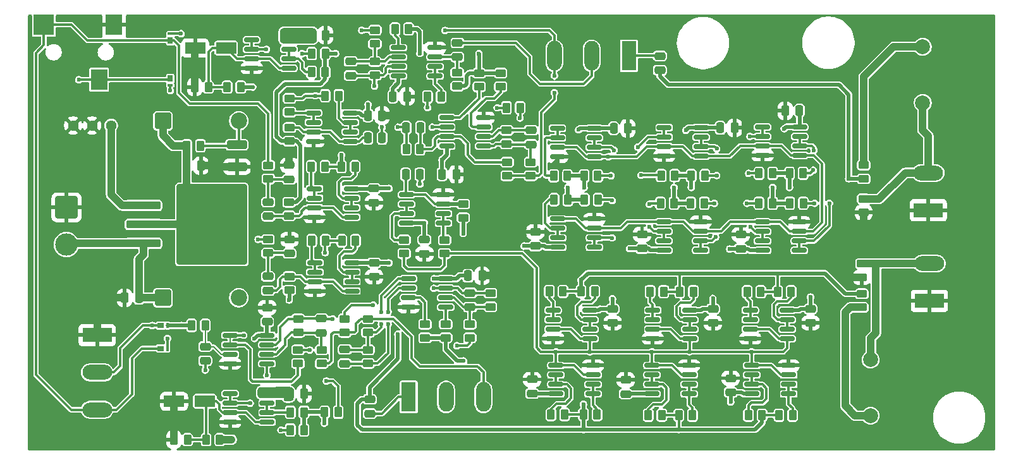
<source format=gbr>
%TF.GenerationSoftware,KiCad,Pcbnew,9.0.4-9.0.4-0~ubuntu24.04.1*%
%TF.CreationDate,2025-09-01T10:39:58-05:00*%
%TF.ProjectId,amplifier,616d706c-6966-4696-9572-2e6b69636164,rev?*%
%TF.SameCoordinates,Original*%
%TF.FileFunction,Copper,L1,Top*%
%TF.FilePolarity,Positive*%
%FSLAX46Y46*%
G04 Gerber Fmt 4.6, Leading zero omitted, Abs format (unit mm)*
G04 Created by KiCad (PCBNEW 9.0.4-9.0.4-0~ubuntu24.04.1) date 2025-09-01 10:39:58*
%MOMM*%
%LPD*%
G01*
G04 APERTURE LIST*
G04 Aperture macros list*
%AMRoundRect*
0 Rectangle with rounded corners*
0 $1 Rounding radius*
0 $2 $3 $4 $5 $6 $7 $8 $9 X,Y pos of 4 corners*
0 Add a 4 corners polygon primitive as box body*
4,1,4,$2,$3,$4,$5,$6,$7,$8,$9,$2,$3,0*
0 Add four circle primitives for the rounded corners*
1,1,$1+$1,$2,$3*
1,1,$1+$1,$4,$5*
1,1,$1+$1,$6,$7*
1,1,$1+$1,$8,$9*
0 Add four rect primitives between the rounded corners*
20,1,$1+$1,$2,$3,$4,$5,0*
20,1,$1+$1,$4,$5,$6,$7,0*
20,1,$1+$1,$6,$7,$8,$9,0*
20,1,$1+$1,$8,$9,$2,$3,0*%
G04 Aperture macros list end*
%TA.AperFunction,SMDPad,CuDef*%
%ADD10RoundRect,0.250000X-0.450000X0.262500X-0.450000X-0.262500X0.450000X-0.262500X0.450000X0.262500X0*%
%TD*%
%TA.AperFunction,SMDPad,CuDef*%
%ADD11RoundRect,0.250000X0.262500X0.450000X-0.262500X0.450000X-0.262500X-0.450000X0.262500X-0.450000X0*%
%TD*%
%TA.AperFunction,SMDPad,CuDef*%
%ADD12RoundRect,0.150000X-0.825000X-0.150000X0.825000X-0.150000X0.825000X0.150000X-0.825000X0.150000X0*%
%TD*%
%TA.AperFunction,SMDPad,CuDef*%
%ADD13RoundRect,0.250000X0.475000X-0.250000X0.475000X0.250000X-0.475000X0.250000X-0.475000X-0.250000X0*%
%TD*%
%TA.AperFunction,SMDPad,CuDef*%
%ADD14RoundRect,0.250000X-0.475000X0.250000X-0.475000X-0.250000X0.475000X-0.250000X0.475000X0.250000X0*%
%TD*%
%TA.AperFunction,ComponentPad*%
%ADD15R,3.960000X1.980000*%
%TD*%
%TA.AperFunction,ComponentPad*%
%ADD16O,3.960000X1.980000*%
%TD*%
%TA.AperFunction,SMDPad,CuDef*%
%ADD17RoundRect,0.250000X-0.262500X-0.450000X0.262500X-0.450000X0.262500X0.450000X-0.262500X0.450000X0*%
%TD*%
%TA.AperFunction,SMDPad,CuDef*%
%ADD18RoundRect,0.075000X-0.390000X-0.275000X0.390000X-0.275000X0.390000X0.275000X-0.390000X0.275000X0*%
%TD*%
%TA.AperFunction,SMDPad,CuDef*%
%ADD19RoundRect,0.075000X-0.075000X-0.275000X0.075000X-0.275000X0.075000X0.275000X-0.075000X0.275000X0*%
%TD*%
%TA.AperFunction,SMDPad,CuDef*%
%ADD20RoundRect,0.250000X0.450000X-0.262500X0.450000X0.262500X-0.450000X0.262500X-0.450000X-0.262500X0*%
%TD*%
%TA.AperFunction,SMDPad,CuDef*%
%ADD21RoundRect,0.250000X-0.250000X-0.475000X0.250000X-0.475000X0.250000X0.475000X-0.250000X0.475000X0*%
%TD*%
%TA.AperFunction,SMDPad,CuDef*%
%ADD22RoundRect,0.250000X1.100000X-0.325000X1.100000X0.325000X-1.100000X0.325000X-1.100000X-0.325000X0*%
%TD*%
%TA.AperFunction,SMDPad,CuDef*%
%ADD23RoundRect,0.250000X-2.050000X-0.300000X2.050000X-0.300000X2.050000X0.300000X-2.050000X0.300000X0*%
%TD*%
%TA.AperFunction,SMDPad,CuDef*%
%ADD24RoundRect,0.250002X-4.449998X-5.149998X4.449998X-5.149998X4.449998X5.149998X-4.449998X5.149998X0*%
%TD*%
%TA.AperFunction,SMDPad,CuDef*%
%ADD25RoundRect,0.250000X1.137500X0.550000X-1.137500X0.550000X-1.137500X-0.550000X1.137500X-0.550000X0*%
%TD*%
%TA.AperFunction,SMDPad,CuDef*%
%ADD26RoundRect,0.150000X0.825000X0.150000X-0.825000X0.150000X-0.825000X-0.150000X0.825000X-0.150000X0*%
%TD*%
%TA.AperFunction,ComponentPad*%
%ADD27C,2.000000*%
%TD*%
%TA.AperFunction,SMDPad,CuDef*%
%ADD28RoundRect,0.075000X-0.275000X0.390000X-0.275000X-0.390000X0.275000X-0.390000X0.275000X0.390000X0*%
%TD*%
%TA.AperFunction,SMDPad,CuDef*%
%ADD29RoundRect,0.075000X-0.275000X0.075000X-0.275000X-0.075000X0.275000X-0.075000X0.275000X0.075000X0*%
%TD*%
%TA.AperFunction,SMDPad,CuDef*%
%ADD30RoundRect,0.250000X0.250000X0.475000X-0.250000X0.475000X-0.250000X-0.475000X0.250000X-0.475000X0*%
%TD*%
%TA.AperFunction,ComponentPad*%
%ADD31R,1.980000X3.960000*%
%TD*%
%TA.AperFunction,ComponentPad*%
%ADD32O,1.980000X3.960000*%
%TD*%
%TA.AperFunction,ComponentPad*%
%ADD33C,1.440000*%
%TD*%
%TA.AperFunction,SMDPad,CuDef*%
%ADD34R,2.200000X2.800000*%
%TD*%
%TA.AperFunction,SMDPad,CuDef*%
%ADD35R,2.800000X2.800000*%
%TD*%
%TA.AperFunction,ComponentPad*%
%ADD36RoundRect,0.249999X-0.850001X-0.850001X0.850001X-0.850001X0.850001X0.850001X-0.850001X0.850001X0*%
%TD*%
%TA.AperFunction,ComponentPad*%
%ADD37C,2.200000*%
%TD*%
%TA.AperFunction,SMDPad,CuDef*%
%ADD38RoundRect,0.075000X0.275000X-0.390000X0.275000X0.390000X-0.275000X0.390000X-0.275000X-0.390000X0*%
%TD*%
%TA.AperFunction,SMDPad,CuDef*%
%ADD39RoundRect,0.075000X0.275000X-0.075000X0.275000X0.075000X-0.275000X0.075000X-0.275000X-0.075000X0*%
%TD*%
%TA.AperFunction,ComponentPad*%
%ADD40RoundRect,0.249999X-1.250001X1.250001X-1.250001X-1.250001X1.250001X-1.250001X1.250001X1.250001X0*%
%TD*%
%TA.AperFunction,ComponentPad*%
%ADD41C,3.000000*%
%TD*%
%TA.AperFunction,ViaPad*%
%ADD42C,0.600000*%
%TD*%
%TA.AperFunction,Conductor*%
%ADD43C,0.500000*%
%TD*%
%TA.AperFunction,Conductor*%
%ADD44C,1.000000*%
%TD*%
%TA.AperFunction,Conductor*%
%ADD45C,0.300000*%
%TD*%
%TA.AperFunction,Conductor*%
%ADD46C,0.200000*%
%TD*%
G04 APERTURE END LIST*
D10*
%TO.P,R502,1*%
%TO.N,Net-(J501-Pin_3)*%
X135240000Y-72672500D03*
%TO.P,R502,2*%
%TO.N,Net-(U501B--)*%
X135240000Y-74497500D03*
%TD*%
D11*
%TO.P,R501,1*%
%TO.N,vbias_left*%
X139762500Y-72500000D03*
%TO.P,R501,2*%
%TO.N,Net-(U501B-+)*%
X137937500Y-72500000D03*
%TD*%
%TO.P,R307,1*%
%TO.N,Net-(U302A-+)*%
X110145000Y-127530000D03*
%TO.P,R307,2*%
%TO.N,GND*%
X108320000Y-127530000D03*
%TD*%
D12*
%TO.P,U402,1*%
%TO.N,Net-(U402A--)*%
X127205000Y-103805000D03*
%TO.P,U402,2,-*%
X127205000Y-105075000D03*
%TO.P,U402,3,+*%
%TO.N,Net-(U402A-+)*%
X127205000Y-106345000D03*
%TO.P,U402,4,V-*%
%TO.N,GND*%
X127205000Y-107615000D03*
%TO.P,U402,5,+*%
%TO.N,Net-(U402A-+)*%
X132155000Y-107615000D03*
%TO.P,U402,6,-*%
%TO.N,Net-(U402B--)*%
X132155000Y-106345000D03*
%TO.P,U402,7*%
X132155000Y-105075000D03*
%TO.P,U402,8,V+*%
%TO.N,+15V*%
X132155000Y-103805000D03*
%TD*%
D11*
%TO.P,R305,1*%
%TO.N,+15V*%
X114457500Y-127530000D03*
%TO.P,R305,2*%
%TO.N,Net-(U302A-+)*%
X112632500Y-127530000D03*
%TD*%
D13*
%TO.P,C402,1*%
%TO.N,Net-(C402-Pad1)*%
X123760000Y-92660000D03*
%TO.P,C402,2*%
%TO.N,GND*%
X123760000Y-90760000D03*
%TD*%
D12*
%TO.P,U701,1*%
%TO.N,Net-(U701A--)*%
X127005000Y-83745000D03*
%TO.P,U701,2,-*%
X127005000Y-85015000D03*
%TO.P,U701,3,+*%
%TO.N,Net-(U701A-+)*%
X127005000Y-86285000D03*
%TO.P,U701,4,V-*%
%TO.N,GND*%
X127005000Y-87555000D03*
%TO.P,U701,5,+*%
%TO.N,Net-(U701A-+)*%
X131955000Y-87555000D03*
%TO.P,U701,6,-*%
%TO.N,Net-(U701B--)*%
X131955000Y-86285000D03*
%TO.P,U701,7*%
X131955000Y-85015000D03*
%TO.P,U701,8,V+*%
%TO.N,+15V*%
X131955000Y-83745000D03*
%TD*%
D13*
%TO.P,C804,1*%
%TO.N,+15V*%
X171020000Y-101930000D03*
%TO.P,C804,2*%
%TO.N,GND*%
X171020000Y-100030000D03*
%TD*%
D10*
%TO.P,R508,1*%
%TO.N,Net-(U502A--)*%
X152882500Y-86087500D03*
%TO.P,R508,2*%
%TO.N,Net-(C504-Pad2)*%
X152882500Y-87912500D03*
%TD*%
D12*
%TO.P,U602,1*%
%TO.N,Net-(C604-Pad2)*%
X139760000Y-105980000D03*
%TO.P,U602,2,-*%
%TO.N,Net-(U602A--)*%
X139760000Y-107250000D03*
%TO.P,U602,3,+*%
%TO.N,Net-(U602A-+)*%
X139760000Y-108520000D03*
%TO.P,U602,4,V-*%
%TO.N,GND*%
X139760000Y-109790000D03*
%TO.P,U602,5,+*%
%TO.N,Net-(U602B-+)*%
X144710000Y-109790000D03*
%TO.P,U602,6,-*%
%TO.N,Net-(U602B--)*%
X144710000Y-108520000D03*
%TO.P,U602,7*%
%TO.N,Net-(C605-Pad2)*%
X144710000Y-107250000D03*
%TO.P,U602,8,V+*%
%TO.N,+15V*%
X144710000Y-105980000D03*
%TD*%
D11*
%TO.P,R905,1*%
%TO.N,Net-(U902B--)*%
X177885000Y-107700000D03*
%TO.P,R905,2*%
%TO.N,buff_out_right*%
X176060000Y-107700000D03*
%TD*%
D14*
%TO.P,C601,1*%
%TO.N,buff_out_right*%
X134550000Y-122140000D03*
%TO.P,C601,2*%
%TO.N,Net-(J601-Pin_1)*%
X134550000Y-124040000D03*
%TD*%
D15*
%TO.P,J701,1,Pin_1*%
%TO.N,GND*%
X209350000Y-96795000D03*
D16*
%TO.P,J701,2,Pin_2*%
%TO.N,hp_out_left*%
X209350000Y-91795000D03*
%TD*%
D10*
%TO.P,R704,1*%
%TO.N,Net-(U702A-+)*%
X147070000Y-95967500D03*
%TO.P,R704,2*%
%TO.N,vbias_right*%
X147070000Y-97792500D03*
%TD*%
D17*
%TO.P,R302,1*%
%TO.N,Net-(U301A--)*%
X126777500Y-75805000D03*
%TO.P,R302,2*%
%TO.N,vbias_left*%
X128602500Y-75805000D03*
%TD*%
D18*
%TO.P,D401,1,K*%
%TO.N,/input_buffers/audio_in_left*%
X106577500Y-115325000D03*
D19*
%TO.P,D401,2,A*%
%TO.N,vbias_left*%
X107462500Y-115325000D03*
%TD*%
D20*
%TO.P,R701,1*%
%TO.N,Net-(U701A--)*%
X123790000Y-83640000D03*
%TO.P,R701,2*%
%TO.N,buff_in_left*%
X123790000Y-81815000D03*
%TD*%
D17*
%TO.P,R901,1*%
%TO.N,Net-(U901A--)*%
X158605000Y-107670000D03*
%TO.P,R901,2*%
%TO.N,buff_out_right*%
X160430000Y-107670000D03*
%TD*%
D10*
%TO.P,R406,1*%
%TO.N,/input_buffers/audio_in_right*%
X120920000Y-100702500D03*
%TO.P,R406,2*%
%TO.N,Net-(C404-Pad1)*%
X120920000Y-102527500D03*
%TD*%
D11*
%TO.P,R811,1*%
%TO.N,Net-(U805B--)*%
X192577500Y-91850000D03*
%TO.P,R811,2*%
%TO.N,buff_out_left*%
X190752500Y-91850000D03*
%TD*%
D10*
%TO.P,R706,1*%
%TO.N,Net-(U702B--)*%
X139160000Y-100767500D03*
%TO.P,R706,2*%
%TO.N,buff_in_right*%
X139160000Y-102592500D03*
%TD*%
%TO.P,R611,1*%
%TO.N,Net-(U602B--)*%
X147960000Y-112077500D03*
%TO.P,R611,2*%
%TO.N,Net-(R605-Pad1)*%
X147960000Y-113902500D03*
%TD*%
D11*
%TO.P,R303,1*%
%TO.N,Net-(U301A-+)*%
X112942500Y-80280000D03*
%TO.P,R303,2*%
%TO.N,GND*%
X111117500Y-80280000D03*
%TD*%
D10*
%TO.P,R709,1*%
%TO.N,buff_out_right*%
X200460000Y-107982500D03*
%TO.P,R709,2*%
%TO.N,Net-(C706-Pad1)*%
X200460000Y-109807500D03*
%TD*%
D21*
%TO.P,C607,1*%
%TO.N,+15V*%
X147697500Y-105572500D03*
%TO.P,C607,2*%
%TO.N,GND*%
X149597500Y-105572500D03*
%TD*%
D13*
%TO.P,C501,1*%
%TO.N,buff_out_left*%
X173410000Y-78030000D03*
%TO.P,C501,2*%
%TO.N,Net-(J501-Pin_1)*%
X173410000Y-76130000D03*
%TD*%
D22*
%TO.P,C203,1*%
%TO.N,GND*%
X116755000Y-90970000D03*
%TO.P,C203,2*%
%TO.N,/power/dout*%
X116755000Y-88020000D03*
%TD*%
D23*
%TO.P,U201,1,ADJ*%
%TO.N,Net-(U201-ADJ)*%
X104255000Y-96160000D03*
%TO.P,U201,2,VO*%
%TO.N,+15V*%
X104255000Y-98700000D03*
D24*
X113405000Y-98700000D03*
D23*
%TO.P,U201,3,VI*%
%TO.N,VCC*%
X104255000Y-101240000D03*
%TD*%
D17*
%TO.P,R401,1*%
%TO.N,Net-(U401A--)*%
X126727500Y-90940000D03*
%TO.P,R401,2*%
%TO.N,buff_out_left*%
X128552500Y-90940000D03*
%TD*%
D21*
%TO.P,C201,1*%
%TO.N,GND*%
X101725000Y-108525000D03*
%TO.P,C201,2*%
%TO.N,VCC*%
X103625000Y-108525000D03*
%TD*%
D25*
%TO.P,C301,1*%
%TO.N,Net-(U301A-+)*%
X115320000Y-75050000D03*
%TO.P,C301,2*%
%TO.N,GND*%
X111195000Y-75050000D03*
%TD*%
D26*
%TO.P,U804,1*%
%TO.N,Net-(U804A--)*%
X178880000Y-102130000D03*
%TO.P,U804,2,-*%
X178880000Y-100860000D03*
%TO.P,U804,3,+*%
%TO.N,buff_in_left*%
X178880000Y-99590000D03*
%TO.P,U804,4,V-*%
%TO.N,GND*%
X178880000Y-98320000D03*
%TO.P,U804,5,+*%
%TO.N,buff_in_left*%
X173930000Y-98320000D03*
%TO.P,U804,6,-*%
%TO.N,Net-(U804B--)*%
X173930000Y-99590000D03*
%TO.P,U804,7*%
X173930000Y-100860000D03*
%TO.P,U804,8,V+*%
%TO.N,+15V*%
X173930000Y-102130000D03*
%TD*%
D21*
%TO.P,C801,1*%
%TO.N,+15V*%
X167210000Y-85810000D03*
%TO.P,C801,2*%
%TO.N,GND*%
X169110000Y-85810000D03*
%TD*%
D10*
%TO.P,R506,1*%
%TO.N,Net-(C504-Pad2)*%
X156100000Y-90347500D03*
%TO.P,R506,2*%
%TO.N,Net-(J501-Pin_3)*%
X156100000Y-92172500D03*
%TD*%
D26*
%TO.P,U806,1*%
%TO.N,Net-(U806A--)*%
X192080000Y-102180000D03*
%TO.P,U806,2,-*%
X192080000Y-100910000D03*
%TO.P,U806,3,+*%
%TO.N,buff_in_left*%
X192080000Y-99640000D03*
%TO.P,U806,4,V-*%
%TO.N,GND*%
X192080000Y-98370000D03*
%TO.P,U806,5,+*%
%TO.N,buff_in_left*%
X187130000Y-98370000D03*
%TO.P,U806,6,-*%
%TO.N,Net-(U806B--)*%
X187130000Y-99640000D03*
%TO.P,U806,7*%
X187130000Y-100910000D03*
%TO.P,U806,8,V+*%
%TO.N,+15V*%
X187130000Y-102180000D03*
%TD*%
D10*
%TO.P,R703,1*%
%TO.N,Net-(U701A-+)*%
X123790000Y-85715000D03*
%TO.P,R703,2*%
%TO.N,vbias_left*%
X123790000Y-87540000D03*
%TD*%
%TO.P,R605,1*%
%TO.N,Net-(R605-Pad1)*%
X124950000Y-115507500D03*
%TO.P,R605,2*%
%TO.N,Net-(U601A--)*%
X124950000Y-117332500D03*
%TD*%
D14*
%TO.P,C503,1*%
%TO.N,Net-(U501B--)*%
X131992500Y-76850000D03*
%TO.P,C503,2*%
%TO.N,bax_out_left*%
X131992500Y-78750000D03*
%TD*%
D27*
%TO.P,C705,1*%
%TO.N,Net-(C705-Pad1)*%
X208600000Y-74900000D03*
%TO.P,C705,2*%
%TO.N,hp_out_left*%
X208600000Y-82400000D03*
%TD*%
D13*
%TO.P,C606,1*%
%TO.N,+15V*%
X120810000Y-111740000D03*
%TO.P,C606,2*%
%TO.N,GND*%
X120810000Y-109840000D03*
%TD*%
D10*
%TO.P,R503,1*%
%TO.N,Net-(U501B--)*%
X135240000Y-76867500D03*
%TO.P,R503,2*%
%TO.N,bax_out_left*%
X135240000Y-78692500D03*
%TD*%
D17*
%TO.P,R604,1*%
%TO.N,vbias_right*%
X110695000Y-112230000D03*
%TO.P,R604,2*%
%TO.N,Net-(U601A-+)*%
X112520000Y-112230000D03*
%TD*%
D28*
%TO.P,D403,1,K*%
%TO.N,/input_buffers/audio_in_right*%
X107830000Y-79155000D03*
D29*
%TO.P,D403,2,A*%
%TO.N,vbias_right*%
X107830000Y-80040000D03*
%TD*%
D30*
%TO.P,C805,1*%
%TO.N,+15V*%
X192090000Y-83460000D03*
%TO.P,C805,2*%
%TO.N,GND*%
X190190000Y-83460000D03*
%TD*%
D21*
%TO.P,C506,1*%
%TO.N,+15V*%
X137650000Y-81550000D03*
%TO.P,C506,2*%
%TO.N,GND*%
X139550000Y-81550000D03*
%TD*%
D17*
%TO.P,R801,1*%
%TO.N,Net-(U801A--)*%
X159192500Y-92190000D03*
%TO.P,R801,2*%
%TO.N,buff_out_left*%
X161017500Y-92190000D03*
%TD*%
D20*
%TO.P,R606,1*%
%TO.N,Net-(C604-Pad2)*%
X134315000Y-113162500D03*
%TO.P,R606,2*%
%TO.N,Net-(J601-Pin_3)*%
X134315000Y-111337500D03*
%TD*%
D17*
%TO.P,R911,1*%
%TO.N,Net-(U905B--)*%
X171840000Y-124265000D03*
%TO.P,R911,2*%
%TO.N,buff_out_right*%
X173665000Y-124265000D03*
%TD*%
D13*
%TO.P,C603,1*%
%TO.N,Net-(U601B--)*%
X128081667Y-113220000D03*
%TO.P,C603,2*%
%TO.N,bax_out_right*%
X128081667Y-111320000D03*
%TD*%
%TO.P,C806,1*%
%TO.N,+15V*%
X184240000Y-101970000D03*
%TO.P,C806,2*%
%TO.N,GND*%
X184240000Y-100070000D03*
%TD*%
D14*
%TO.P,C403,1*%
%TO.N,Net-(C402-Pad1)*%
X120960000Y-95702500D03*
%TO.P,C403,2*%
%TO.N,Net-(U401A-+)*%
X120960000Y-97602500D03*
%TD*%
D11*
%TO.P,R904,1*%
%TO.N,Net-(U901B--)*%
X164670000Y-107670000D03*
%TO.P,R904,2*%
%TO.N,buff_out_right*%
X162845000Y-107670000D03*
%TD*%
D20*
%TO.P,R603,1*%
%TO.N,Net-(U601B--)*%
X124965000Y-113162500D03*
%TO.P,R603,2*%
%TO.N,bax_out_right*%
X124965000Y-111337500D03*
%TD*%
D15*
%TO.P,J403,1,Pin_1*%
%TO.N,GND*%
X98052500Y-113530000D03*
D16*
%TO.P,J403,2,Pin_2*%
%TO.N,/input_buffers/audio_in_right*%
X98052500Y-118530000D03*
%TO.P,J403,3,Pin_3*%
%TO.N,/input_buffers/audio_in_left*%
X98052500Y-123530000D03*
%TD*%
D13*
%TO.P,C906,1*%
%TO.N,+15V*%
X182892500Y-121195000D03*
%TO.P,C906,2*%
%TO.N,GND*%
X182892500Y-119295000D03*
%TD*%
D12*
%TO.P,U301,1*%
%TO.N,Net-(U301A--)*%
X118752500Y-73940000D03*
%TO.P,U301,2,-*%
X118752500Y-75210000D03*
%TO.P,U301,3,+*%
%TO.N,Net-(U301A-+)*%
X118752500Y-76480000D03*
%TO.P,U301,4,V-*%
%TO.N,GND*%
X118752500Y-77750000D03*
%TO.P,U301,5,+*%
%TO.N,Net-(U301A-+)*%
X123702500Y-77750000D03*
%TO.P,U301,6,-*%
%TO.N,Net-(U301B--)*%
X123702500Y-76480000D03*
%TO.P,U301,7*%
X123702500Y-75210000D03*
%TO.P,U301,8,V+*%
%TO.N,+15V*%
X123702500Y-73940000D03*
%TD*%
D13*
%TO.P,C905,1*%
%TO.N,+15V*%
X168830000Y-121410000D03*
%TO.P,C905,2*%
%TO.N,GND*%
X168830000Y-119510000D03*
%TD*%
D21*
%TO.P,C803,1*%
%TO.N,+15V*%
X181490000Y-85740000D03*
%TO.P,C803,2*%
%TO.N,GND*%
X183390000Y-85740000D03*
%TD*%
D11*
%TO.P,R201,1*%
%TO.N,/power/dout*%
X111880000Y-88145000D03*
%TO.P,R201,2*%
%TO.N,+15V*%
X110055000Y-88145000D03*
%TD*%
D26*
%TO.P,U802,1*%
%TO.N,Net-(U802A--)*%
X164652500Y-101765000D03*
%TO.P,U802,2,-*%
X164652500Y-100495000D03*
%TO.P,U802,3,+*%
%TO.N,buff_in_left*%
X164652500Y-99225000D03*
%TO.P,U802,4,V-*%
%TO.N,GND*%
X164652500Y-97955000D03*
%TO.P,U802,5,+*%
%TO.N,buff_in_left*%
X159702500Y-97955000D03*
%TO.P,U802,6,-*%
%TO.N,Net-(U802B--)*%
X159702500Y-99225000D03*
%TO.P,U802,7*%
X159702500Y-100495000D03*
%TO.P,U802,8,V+*%
%TO.N,+15V*%
X159702500Y-101765000D03*
%TD*%
D14*
%TO.P,C902,1*%
%TO.N,+15V*%
X180517500Y-110015000D03*
%TO.P,C902,2*%
%TO.N,GND*%
X180517500Y-111915000D03*
%TD*%
D30*
%TO.P,C202,1*%
%TO.N,GND*%
X111927500Y-90815000D03*
%TO.P,C202,2*%
%TO.N,+15V*%
X110027500Y-90815000D03*
%TD*%
D14*
%TO.P,C404,1*%
%TO.N,Net-(C404-Pad1)*%
X120920000Y-105650000D03*
%TO.P,C404,2*%
%TO.N,Net-(U402A-+)*%
X120920000Y-107550000D03*
%TD*%
D17*
%TO.P,R512,1*%
%TO.N,Net-(U502B--)*%
X139447500Y-88575000D03*
%TO.P,R512,2*%
%TO.N,Net-(C505-Pad2)*%
X141272500Y-88575000D03*
%TD*%
D26*
%TO.P,U702,1*%
%TO.N,Net-(U702A--)*%
X144425000Y-98490000D03*
%TO.P,U702,2,-*%
X144425000Y-97220000D03*
%TO.P,U702,3,+*%
%TO.N,Net-(U702A-+)*%
X144425000Y-95950000D03*
%TO.P,U702,4,V-*%
%TO.N,GND*%
X144425000Y-94680000D03*
%TO.P,U702,5,+*%
%TO.N,Net-(U702A-+)*%
X139475000Y-94680000D03*
%TO.P,U702,6,-*%
%TO.N,Net-(U702B--)*%
X139475000Y-95950000D03*
%TO.P,U702,7*%
X139475000Y-97220000D03*
%TO.P,U702,8,V+*%
%TO.N,+15V*%
X139475000Y-98490000D03*
%TD*%
D11*
%TO.P,R909,1*%
%TO.N,Net-(U906A--)*%
X191167500Y-124265000D03*
%TO.P,R909,2*%
%TO.N,buff_out_right*%
X189342500Y-124265000D03*
%TD*%
%TO.P,R906,1*%
%TO.N,Net-(U903B--)*%
X190985000Y-107720000D03*
%TO.P,R906,2*%
%TO.N,buff_out_right*%
X189160000Y-107720000D03*
%TD*%
D20*
%TO.P,R608,1*%
%TO.N,Net-(U602A--)*%
X134315000Y-117332500D03*
%TO.P,R608,2*%
%TO.N,Net-(C604-Pad2)*%
X134315000Y-115507500D03*
%TD*%
D26*
%TO.P,U502,1*%
%TO.N,Net-(C504-Pad2)*%
X149810000Y-88200000D03*
%TO.P,U502,2,-*%
%TO.N,Net-(U502A--)*%
X149810000Y-86930000D03*
%TO.P,U502,3,+*%
%TO.N,Net-(U502A-+)*%
X149810000Y-85660000D03*
%TO.P,U502,4,V-*%
%TO.N,GND*%
X149810000Y-84390000D03*
%TO.P,U502,5,+*%
%TO.N,Net-(U502B-+)*%
X144860000Y-84390000D03*
%TO.P,U502,6,-*%
%TO.N,Net-(U502B--)*%
X144860000Y-85660000D03*
%TO.P,U502,7*%
%TO.N,Net-(C505-Pad2)*%
X144860000Y-86930000D03*
%TO.P,U502,8,V+*%
%TO.N,+15V*%
X144860000Y-88200000D03*
%TD*%
D20*
%TO.P,R504,1*%
%TO.N,vbias_left*%
X146245000Y-80172500D03*
%TO.P,R504,2*%
%TO.N,Net-(U501A-+)*%
X146245000Y-78347500D03*
%TD*%
%TO.P,R707,1*%
%TO.N,buff_out_left*%
X200700000Y-92575000D03*
%TO.P,R707,2*%
%TO.N,Net-(C705-Pad1)*%
X200700000Y-90750000D03*
%TD*%
D26*
%TO.P,U905,1*%
%TO.N,Net-(U905A--)*%
X177305000Y-121405000D03*
%TO.P,U905,2,-*%
X177305000Y-120135000D03*
%TO.P,U905,3,+*%
%TO.N,buff_in_right*%
X177305000Y-118865000D03*
%TO.P,U905,4,V-*%
%TO.N,GND*%
X177305000Y-117595000D03*
%TO.P,U905,5,+*%
%TO.N,buff_in_right*%
X172355000Y-117595000D03*
%TO.P,U905,6,-*%
%TO.N,Net-(U905B--)*%
X172355000Y-118865000D03*
%TO.P,U905,7*%
X172355000Y-120135000D03*
%TO.P,U905,8,V+*%
%TO.N,+15V*%
X172355000Y-121405000D03*
%TD*%
D13*
%TO.P,C406,1*%
%TO.N,Net-(C404-Pad1)*%
X123815000Y-102585000D03*
%TO.P,C406,2*%
%TO.N,GND*%
X123815000Y-100685000D03*
%TD*%
D14*
%TO.P,C704,1*%
%TO.N,+15V*%
X141865000Y-100750000D03*
%TO.P,C704,2*%
%TO.N,GND*%
X141865000Y-102650000D03*
%TD*%
D20*
%TO.P,R710,1*%
%TO.N,GND*%
X200450000Y-105782500D03*
%TO.P,R710,2*%
%TO.N,hp_out_right*%
X200450000Y-103957500D03*
%TD*%
D27*
%TO.P,C706,1*%
%TO.N,Net-(C706-Pad1)*%
X201620000Y-124320000D03*
%TO.P,C706,2*%
%TO.N,hp_out_right*%
X201620000Y-116820000D03*
%TD*%
D25*
%TO.P,C303,1*%
%TO.N,Net-(U302A-+)*%
X112467500Y-122390000D03*
%TO.P,C303,2*%
%TO.N,GND*%
X108342500Y-122390000D03*
%TD*%
D17*
%TO.P,R902,1*%
%TO.N,Net-(U902A--)*%
X172090000Y-107700000D03*
%TO.P,R902,2*%
%TO.N,buff_out_right*%
X173915000Y-107700000D03*
%TD*%
%TO.P,R308,1*%
%TO.N,Net-(U302B--)*%
X123917500Y-123870000D03*
%TO.P,R308,2*%
%TO.N,vbias_right*%
X125742500Y-123870000D03*
%TD*%
D20*
%TO.P,R708,1*%
%TO.N,GND*%
X200700000Y-97105000D03*
%TO.P,R708,2*%
%TO.N,hp_out_left*%
X200700000Y-95280000D03*
%TD*%
D21*
%TO.P,C507,1*%
%TO.N,+15V*%
X144230000Y-91980000D03*
%TO.P,C507,2*%
%TO.N,GND*%
X146130000Y-91980000D03*
%TD*%
D17*
%TO.P,R805,1*%
%TO.N,Net-(U803A--)*%
X173577500Y-92140000D03*
%TO.P,R805,2*%
%TO.N,buff_out_left*%
X175402500Y-92140000D03*
%TD*%
D12*
%TO.P,U302,1*%
%TO.N,Net-(U302A--)*%
X115850000Y-121370000D03*
%TO.P,U302,2,-*%
X115850000Y-122640000D03*
%TO.P,U302,3,+*%
%TO.N,Net-(U302A-+)*%
X115850000Y-123910000D03*
%TO.P,U302,4,V-*%
%TO.N,GND*%
X115850000Y-125180000D03*
%TO.P,U302,5,+*%
%TO.N,Net-(U302A-+)*%
X120800000Y-125180000D03*
%TO.P,U302,6,-*%
%TO.N,Net-(U302B--)*%
X120800000Y-123910000D03*
%TO.P,U302,7*%
X120800000Y-122640000D03*
%TO.P,U302,8,V+*%
%TO.N,+15V*%
X120800000Y-121370000D03*
%TD*%
D20*
%TO.P,R612,1*%
%TO.N,Net-(U602B--)*%
X150712500Y-109735000D03*
%TO.P,R612,2*%
%TO.N,Net-(C605-Pad2)*%
X150712500Y-107910000D03*
%TD*%
D14*
%TO.P,C504,1*%
%TO.N,Net-(U502A--)*%
X156130000Y-86070000D03*
%TO.P,C504,2*%
%TO.N,Net-(C504-Pad2)*%
X156130000Y-87970000D03*
%TD*%
D17*
%TO.P,R810,1*%
%TO.N,Net-(U804B--)*%
X173477500Y-95850000D03*
%TO.P,R810,2*%
%TO.N,buff_out_left*%
X175302500Y-95850000D03*
%TD*%
D13*
%TO.P,C604,1*%
%TO.N,Net-(U602A--)*%
X131208333Y-117350000D03*
%TO.P,C604,2*%
%TO.N,Net-(C604-Pad2)*%
X131208333Y-115450000D03*
%TD*%
D11*
%TO.P,R402,1*%
%TO.N,Net-(U401B--)*%
X132582500Y-90940000D03*
%TO.P,R402,2*%
%TO.N,buff_out_left*%
X130757500Y-90940000D03*
%TD*%
D13*
%TO.P,C502,1*%
%TO.N,Net-(U501A-+)*%
X146290000Y-76280000D03*
%TO.P,C502,2*%
%TO.N,Net-(J501-Pin_2)*%
X146290000Y-74380000D03*
%TD*%
D21*
%TO.P,C304,1*%
%TO.N,+15V*%
X123860000Y-121380000D03*
%TO.P,C304,2*%
%TO.N,GND*%
X125760000Y-121380000D03*
%TD*%
D31*
%TO.P,J501,1,Pin_1*%
%TO.N,Net-(J501-Pin_1)*%
X169265000Y-76100000D03*
D32*
%TO.P,J501,2,Pin_2*%
%TO.N,Net-(J501-Pin_2)*%
X164265000Y-76100000D03*
%TO.P,J501,3,Pin_3*%
%TO.N,Net-(J501-Pin_3)*%
X159265000Y-76100000D03*
%TD*%
D11*
%TO.P,R702,1*%
%TO.N,Net-(U701B--)*%
X130412500Y-81450000D03*
%TO.P,R702,2*%
%TO.N,buff_in_left*%
X128587500Y-81450000D03*
%TD*%
D33*
%TO.P,RV201,1,1*%
%TO.N,Net-(U201-ADJ)*%
X99915000Y-85445000D03*
%TO.P,RV201,2,2*%
%TO.N,GND*%
X97375000Y-85445000D03*
%TO.P,RV201,3,3*%
X94835000Y-85445000D03*
%TD*%
D20*
%TO.P,R602,1*%
%TO.N,Net-(J601-Pin_3)*%
X128101667Y-117332500D03*
%TO.P,R602,2*%
%TO.N,Net-(U601B--)*%
X128101667Y-115507500D03*
%TD*%
D26*
%TO.P,U904,1*%
%TO.N,Net-(U904A--)*%
X164435000Y-121405000D03*
%TO.P,U904,2,-*%
X164435000Y-120135000D03*
%TO.P,U904,3,+*%
%TO.N,buff_in_right*%
X164435000Y-118865000D03*
%TO.P,U904,4,V-*%
%TO.N,GND*%
X164435000Y-117595000D03*
%TO.P,U904,5,+*%
%TO.N,buff_in_right*%
X159485000Y-117595000D03*
%TO.P,U904,6,-*%
%TO.N,Net-(U904B--)*%
X159485000Y-118865000D03*
%TO.P,U904,7*%
X159485000Y-120135000D03*
%TO.P,U904,8,V+*%
%TO.N,+15V*%
X159485000Y-121405000D03*
%TD*%
D12*
%TO.P,U902,1*%
%TO.N,Net-(U902A--)*%
X172447500Y-110190000D03*
%TO.P,U902,2,-*%
X172447500Y-111460000D03*
%TO.P,U902,3,+*%
%TO.N,buff_in_right*%
X172447500Y-112730000D03*
%TO.P,U902,4,V-*%
%TO.N,GND*%
X172447500Y-114000000D03*
%TO.P,U902,5,+*%
%TO.N,buff_in_right*%
X177397500Y-114000000D03*
%TO.P,U902,6,-*%
%TO.N,Net-(U902B--)*%
X177397500Y-112730000D03*
%TO.P,U902,7*%
X177397500Y-111460000D03*
%TO.P,U902,8,V+*%
%TO.N,+15V*%
X177397500Y-110190000D03*
%TD*%
D34*
%TO.P,J402,R*%
%TO.N,/input_buffers/audio_in_right*%
X98315000Y-79310000D03*
%TO.P,J402,S*%
%TO.N,GND*%
X100315000Y-71910000D03*
D35*
%TO.P,J402,T*%
%TO.N,/input_buffers/audio_in_left*%
X90915000Y-71910000D03*
%TD*%
D10*
%TO.P,R705,1*%
%TO.N,Net-(U702A--)*%
X144570000Y-100767500D03*
%TO.P,R705,2*%
%TO.N,buff_in_right*%
X144570000Y-102592500D03*
%TD*%
D17*
%TO.P,R804,1*%
%TO.N,Net-(U802B--)*%
X159242500Y-95375000D03*
%TO.P,R804,2*%
%TO.N,buff_out_left*%
X161067500Y-95375000D03*
%TD*%
D36*
%TO.P,D201,1,K*%
%TO.N,VCC*%
X106845000Y-108525000D03*
D37*
%TO.P,D201,2,A*%
%TO.N,+15V*%
X117005000Y-108525000D03*
%TD*%
D30*
%TO.P,C703,1*%
%TO.N,bax_out_right*%
X141270000Y-91980000D03*
%TO.P,C703,2*%
%TO.N,Net-(U702A-+)*%
X139370000Y-91980000D03*
%TD*%
D14*
%TO.P,C903,1*%
%TO.N,+15V*%
X193582500Y-110015000D03*
%TO.P,C903,2*%
%TO.N,GND*%
X193582500Y-111915000D03*
%TD*%
D13*
%TO.P,C802,1*%
%TO.N,+15V*%
X156737500Y-101585000D03*
%TO.P,C802,2*%
%TO.N,GND*%
X156737500Y-99685000D03*
%TD*%
D11*
%TO.P,R807,1*%
%TO.N,Net-(U804A--)*%
X179360000Y-95850000D03*
%TO.P,R807,2*%
%TO.N,buff_out_left*%
X177535000Y-95850000D03*
%TD*%
%TO.P,R908,1*%
%TO.N,Net-(U905A--)*%
X177755000Y-124265000D03*
%TO.P,R908,2*%
%TO.N,buff_out_right*%
X175930000Y-124265000D03*
%TD*%
D12*
%TO.P,U901,1*%
%TO.N,Net-(U901A--)*%
X159092500Y-110190000D03*
%TO.P,U901,2,-*%
X159092500Y-111460000D03*
%TO.P,U901,3,+*%
%TO.N,buff_in_right*%
X159092500Y-112730000D03*
%TO.P,U901,4,V-*%
%TO.N,GND*%
X159092500Y-114000000D03*
%TO.P,U901,5,+*%
%TO.N,buff_in_right*%
X164042500Y-114000000D03*
%TO.P,U901,6,-*%
%TO.N,Net-(U901B--)*%
X164042500Y-112730000D03*
%TO.P,U901,7*%
X164042500Y-111460000D03*
%TO.P,U901,8,V+*%
%TO.N,+15V*%
X164042500Y-110190000D03*
%TD*%
D17*
%TO.P,R903,1*%
%TO.N,Net-(U903A--)*%
X185090000Y-107720000D03*
%TO.P,R903,2*%
%TO.N,buff_out_right*%
X186915000Y-107720000D03*
%TD*%
D10*
%TO.P,R609,1*%
%TO.N,Net-(U602B-+)*%
X144730000Y-112057500D03*
%TO.P,R609,2*%
%TO.N,vbias_right*%
X144730000Y-113882500D03*
%TD*%
D21*
%TO.P,C302,1*%
%TO.N,+15V*%
X126740000Y-73320000D03*
%TO.P,C302,2*%
%TO.N,GND*%
X128640000Y-73320000D03*
%TD*%
D10*
%TO.P,R607,1*%
%TO.N,Net-(U602A-+)*%
X141950000Y-112067500D03*
%TO.P,R607,2*%
%TO.N,vbias_right*%
X141950000Y-113892500D03*
%TD*%
D17*
%TO.P,R407,1*%
%TO.N,Net-(U402A--)*%
X126787500Y-100885000D03*
%TO.P,R407,2*%
%TO.N,buff_out_right*%
X128612500Y-100885000D03*
%TD*%
D11*
%TO.P,R802,1*%
%TO.N,Net-(U801B--)*%
X165077500Y-92190000D03*
%TO.P,R802,2*%
%TO.N,buff_out_left*%
X163252500Y-92190000D03*
%TD*%
D38*
%TO.P,D404,1,K*%
%TO.N,/input_buffers/audio_in_left*%
X107840000Y-74030000D03*
D39*
%TO.P,D404,2,A*%
%TO.N,vbias_left*%
X107840000Y-73145000D03*
%TD*%
D12*
%TO.P,U401,1*%
%TO.N,Net-(U401A--)*%
X127155000Y-93905000D03*
%TO.P,U401,2,-*%
X127155000Y-95175000D03*
%TO.P,U401,3,+*%
%TO.N,Net-(U401A-+)*%
X127155000Y-96445000D03*
%TO.P,U401,4,V-*%
%TO.N,GND*%
X127155000Y-97715000D03*
%TO.P,U401,5,+*%
%TO.N,Net-(U401A-+)*%
X132105000Y-97715000D03*
%TO.P,U401,6,-*%
%TO.N,Net-(U401B--)*%
X132105000Y-96445000D03*
%TO.P,U401,7*%
X132105000Y-95175000D03*
%TO.P,U401,8,V+*%
%TO.N,+15V*%
X132105000Y-93905000D03*
%TD*%
D20*
%TO.P,R507,1*%
%TO.N,Net-(U502A-+)*%
X152080000Y-80235000D03*
%TO.P,R507,2*%
%TO.N,vbias_left*%
X152080000Y-78410000D03*
%TD*%
D17*
%TO.P,R912,1*%
%TO.N,Net-(U906B--)*%
X185267500Y-124265000D03*
%TO.P,R912,2*%
%TO.N,buff_out_right*%
X187092500Y-124265000D03*
%TD*%
%TO.P,R306,1*%
%TO.N,Net-(U302A--)*%
X123917500Y-126240000D03*
%TO.P,R306,2*%
%TO.N,vbias_right*%
X125742500Y-126240000D03*
%TD*%
D10*
%TO.P,R403,1*%
%TO.N,vbias_left*%
X123750000Y-95720000D03*
%TO.P,R403,2*%
%TO.N,Net-(U401A-+)*%
X123750000Y-97545000D03*
%TD*%
D11*
%TO.P,R803,1*%
%TO.N,Net-(U802A--)*%
X165127500Y-95375000D03*
%TO.P,R803,2*%
%TO.N,buff_out_left*%
X163302500Y-95375000D03*
%TD*%
D13*
%TO.P,C904,1*%
%TO.N,+15V*%
X156310000Y-121360000D03*
%TO.P,C904,2*%
%TO.N,GND*%
X156310000Y-119460000D03*
%TD*%
D10*
%TO.P,R404,1*%
%TO.N,/input_buffers/audio_in_left*%
X120970000Y-90777500D03*
%TO.P,R404,2*%
%TO.N,Net-(C402-Pad1)*%
X120970000Y-92602500D03*
%TD*%
D18*
%TO.P,D402,1,K*%
%TO.N,/input_buffers/audio_in_right*%
X106577500Y-112240000D03*
D19*
%TO.P,D402,2,A*%
%TO.N,vbias_right*%
X107462500Y-112240000D03*
%TD*%
D14*
%TO.P,C901,1*%
%TO.N,+15V*%
X167072500Y-110015000D03*
%TO.P,C901,2*%
%TO.N,GND*%
X167072500Y-111915000D03*
%TD*%
D21*
%TO.P,C505,1*%
%TO.N,Net-(U502B--)*%
X139430000Y-85720000D03*
%TO.P,C505,2*%
%TO.N,Net-(C505-Pad2)*%
X141330000Y-85720000D03*
%TD*%
D11*
%TO.P,R806,1*%
%TO.N,Net-(U803B--)*%
X179432500Y-92130000D03*
%TO.P,R806,2*%
%TO.N,buff_out_left*%
X177607500Y-92130000D03*
%TD*%
D17*
%TO.P,R505,1*%
%TO.N,Net-(R505-Pad1)*%
X142297500Y-81600000D03*
%TO.P,R505,2*%
%TO.N,Net-(U501A--)*%
X144122500Y-81600000D03*
%TD*%
D12*
%TO.P,U801,1*%
%TO.N,Net-(U801A--)*%
X159680000Y-85820000D03*
%TO.P,U801,2,-*%
X159680000Y-87090000D03*
%TO.P,U801,3,+*%
%TO.N,buff_in_left*%
X159680000Y-88360000D03*
%TO.P,U801,4,V-*%
%TO.N,GND*%
X159680000Y-89630000D03*
%TO.P,U801,5,+*%
%TO.N,buff_in_left*%
X164630000Y-89630000D03*
%TO.P,U801,6,-*%
%TO.N,Net-(U801B--)*%
X164630000Y-88360000D03*
%TO.P,U801,7*%
X164630000Y-87090000D03*
%TO.P,U801,8,V+*%
%TO.N,+15V*%
X164630000Y-85820000D03*
%TD*%
D11*
%TO.P,R408,1*%
%TO.N,Net-(U402B--)*%
X132632500Y-100885000D03*
%TO.P,R408,2*%
%TO.N,buff_out_right*%
X130807500Y-100885000D03*
%TD*%
D31*
%TO.P,J601,1,Pin_1*%
%TO.N,Net-(J601-Pin_1)*%
X139770000Y-121810000D03*
D32*
%TO.P,J601,2,Pin_2*%
%TO.N,Net-(J601-Pin_2)*%
X144770000Y-121810000D03*
%TO.P,J601,3,Pin_3*%
%TO.N,Net-(J601-Pin_3)*%
X149770000Y-121810000D03*
%TD*%
D20*
%TO.P,R509,1*%
%TO.N,Net-(U502B-+)*%
X149190000Y-80235000D03*
%TO.P,R509,2*%
%TO.N,vbias_left*%
X149190000Y-78410000D03*
%TD*%
D17*
%TO.P,R601,1*%
%TO.N,vbias_right*%
X128507500Y-123860000D03*
%TO.P,R601,2*%
%TO.N,Net-(U601B-+)*%
X130332500Y-123860000D03*
%TD*%
D11*
%TO.P,R301,1*%
%TO.N,+15V*%
X117272500Y-80280000D03*
%TO.P,R301,2*%
%TO.N,Net-(U301A-+)*%
X115447500Y-80280000D03*
%TD*%
D14*
%TO.P,C401,1*%
%TO.N,+15V*%
X135110000Y-93880000D03*
%TO.P,C401,2*%
%TO.N,GND*%
X135110000Y-95780000D03*
%TD*%
D21*
%TO.P,C701,1*%
%TO.N,+15V*%
X134300000Y-84080000D03*
%TO.P,C701,2*%
%TO.N,GND*%
X136200000Y-84080000D03*
%TD*%
D13*
%TO.P,C605,1*%
%TO.N,Net-(U602B--)*%
X147982500Y-109772500D03*
%TO.P,C605,2*%
%TO.N,Net-(C605-Pad2)*%
X147982500Y-107872500D03*
%TD*%
D12*
%TO.P,U601,1*%
%TO.N,Net-(U601A--)*%
X115845000Y-113540000D03*
%TO.P,U601,2,-*%
X115845000Y-114810000D03*
%TO.P,U601,3,+*%
%TO.N,Net-(U601A-+)*%
X115845000Y-116080000D03*
%TO.P,U601,4,V-*%
%TO.N,GND*%
X115845000Y-117350000D03*
%TO.P,U601,5,+*%
%TO.N,Net-(U601B-+)*%
X120795000Y-117350000D03*
%TO.P,U601,6,-*%
%TO.N,Net-(U601B--)*%
X120795000Y-116080000D03*
%TO.P,U601,7*%
%TO.N,bax_out_right*%
X120795000Y-114810000D03*
%TO.P,U601,8,V+*%
%TO.N,+15V*%
X120795000Y-113540000D03*
%TD*%
D15*
%TO.P,J702,1,Pin_1*%
%TO.N,GND*%
X209500000Y-108945000D03*
D16*
%TO.P,J702,2,Pin_2*%
%TO.N,hp_out_right*%
X209500000Y-103945000D03*
%TD*%
D26*
%TO.P,U906,1*%
%TO.N,Net-(U906A--)*%
X190650000Y-121405000D03*
%TO.P,U906,2,-*%
X190650000Y-120135000D03*
%TO.P,U906,3,+*%
%TO.N,buff_in_right*%
X190650000Y-118865000D03*
%TO.P,U906,4,V-*%
%TO.N,GND*%
X190650000Y-117595000D03*
%TO.P,U906,5,+*%
%TO.N,buff_in_right*%
X185700000Y-117595000D03*
%TO.P,U906,6,-*%
%TO.N,Net-(U906B--)*%
X185700000Y-118865000D03*
%TO.P,U906,7*%
X185700000Y-120135000D03*
%TO.P,U906,8,V+*%
%TO.N,+15V*%
X185700000Y-121405000D03*
%TD*%
D11*
%TO.P,R511,1*%
%TO.N,Net-(U502B--)*%
X154680000Y-83060000D03*
%TO.P,R511,2*%
%TO.N,Net-(R505-Pad1)*%
X152855000Y-83060000D03*
%TD*%
D14*
%TO.P,C405,1*%
%TO.N,+15V*%
X135130000Y-103830000D03*
%TO.P,C405,2*%
%TO.N,GND*%
X135130000Y-105730000D03*
%TD*%
D11*
%TO.P,R809,1*%
%TO.N,Net-(U806A--)*%
X192612500Y-95850000D03*
%TO.P,R809,2*%
%TO.N,buff_out_left*%
X190787500Y-95850000D03*
%TD*%
D17*
%TO.P,R812,1*%
%TO.N,Net-(U806B--)*%
X186677500Y-95850000D03*
%TO.P,R812,2*%
%TO.N,buff_out_left*%
X188502500Y-95850000D03*
%TD*%
D12*
%TO.P,U803,1*%
%TO.N,Net-(U803A--)*%
X173975000Y-85715000D03*
%TO.P,U803,2,-*%
X173975000Y-86985000D03*
%TO.P,U803,3,+*%
%TO.N,buff_in_left*%
X173975000Y-88255000D03*
%TO.P,U803,4,V-*%
%TO.N,GND*%
X173975000Y-89525000D03*
%TO.P,U803,5,+*%
%TO.N,buff_in_left*%
X178925000Y-89525000D03*
%TO.P,U803,6,-*%
%TO.N,Net-(U803B--)*%
X178925000Y-88255000D03*
%TO.P,U803,7*%
X178925000Y-86985000D03*
%TO.P,U803,8,V+*%
%TO.N,+15V*%
X178925000Y-85715000D03*
%TD*%
D36*
%TO.P,D202,1,K*%
%TO.N,+15V*%
X106845000Y-84825000D03*
D37*
%TO.P,D202,2,A*%
%TO.N,/power/dout*%
X117005000Y-84825000D03*
%TD*%
D20*
%TO.P,R405,1*%
%TO.N,vbias_right*%
X123780000Y-107512500D03*
%TO.P,R405,2*%
%TO.N,Net-(U402A-+)*%
X123780000Y-105687500D03*
%TD*%
D17*
%TO.P,R910,1*%
%TO.N,Net-(U904B--)*%
X158817500Y-124155000D03*
%TO.P,R910,2*%
%TO.N,buff_out_right*%
X160642500Y-124155000D03*
%TD*%
D30*
%TO.P,C702,1*%
%TO.N,bax_out_left*%
X136200000Y-87090000D03*
%TO.P,C702,2*%
%TO.N,Net-(U701A-+)*%
X134300000Y-87090000D03*
%TD*%
D12*
%TO.P,U903,1*%
%TO.N,Net-(U903A--)*%
X185507500Y-110190000D03*
%TO.P,U903,2,-*%
X185507500Y-111460000D03*
%TO.P,U903,3,+*%
%TO.N,buff_in_right*%
X185507500Y-112730000D03*
%TO.P,U903,4,V-*%
%TO.N,GND*%
X185507500Y-114000000D03*
%TO.P,U903,5,+*%
%TO.N,buff_in_right*%
X190457500Y-114000000D03*
%TO.P,U903,6,-*%
%TO.N,Net-(U903B--)*%
X190457500Y-112730000D03*
%TO.P,U903,7*%
X190457500Y-111460000D03*
%TO.P,U903,8,V+*%
%TO.N,+15V*%
X190457500Y-110190000D03*
%TD*%
D10*
%TO.P,R510,1*%
%TO.N,Net-(C505-Pad2)*%
X152955000Y-90347500D03*
%TO.P,R510,2*%
%TO.N,Net-(J501-Pin_3)*%
X152955000Y-92172500D03*
%TD*%
D17*
%TO.P,R304,1*%
%TO.N,Net-(U301B--)*%
X126767500Y-78290000D03*
%TO.P,R304,2*%
%TO.N,vbias_left*%
X128592500Y-78290000D03*
%TD*%
D11*
%TO.P,R907,1*%
%TO.N,Net-(U904A--)*%
X164997500Y-124155000D03*
%TO.P,R907,2*%
%TO.N,buff_out_right*%
X163172500Y-124155000D03*
%TD*%
D40*
%TO.P,J201,1,Pin_1*%
%TO.N,GND*%
X93937500Y-96405000D03*
D41*
%TO.P,J201,2,Pin_2*%
%TO.N,VCC*%
X93937500Y-101405000D03*
%TD*%
D26*
%TO.P,U501,1*%
%TO.N,Net-(U501A--)*%
X143315000Y-78815000D03*
%TO.P,U501,2,-*%
X143315000Y-77545000D03*
%TO.P,U501,3,+*%
%TO.N,Net-(U501A-+)*%
X143315000Y-76275000D03*
%TO.P,U501,4,V-*%
%TO.N,GND*%
X143315000Y-75005000D03*
%TO.P,U501,5,+*%
%TO.N,Net-(U501B-+)*%
X138365000Y-75005000D03*
%TO.P,U501,6,-*%
%TO.N,Net-(U501B--)*%
X138365000Y-76275000D03*
%TO.P,U501,7*%
%TO.N,bax_out_left*%
X138365000Y-77545000D03*
%TO.P,U501,8,V+*%
%TO.N,+15V*%
X138365000Y-78815000D03*
%TD*%
D10*
%TO.P,R610,1*%
%TO.N,Net-(C605-Pad2)*%
X131198333Y-111337500D03*
%TO.P,R610,2*%
%TO.N,Net-(J601-Pin_3)*%
X131198333Y-113162500D03*
%TD*%
D17*
%TO.P,R808,1*%
%TO.N,Net-(U805A--)*%
X186672500Y-91850000D03*
%TO.P,R808,2*%
%TO.N,buff_out_left*%
X188497500Y-91850000D03*
%TD*%
D14*
%TO.P,C602,1*%
%TO.N,Net-(U601A-+)*%
X112520000Y-115060000D03*
%TO.P,C602,2*%
%TO.N,Net-(J601-Pin_2)*%
X112520000Y-116960000D03*
%TD*%
D12*
%TO.P,U805,1*%
%TO.N,Net-(U805A--)*%
X187165000Y-85620000D03*
%TO.P,U805,2,-*%
X187165000Y-86890000D03*
%TO.P,U805,3,+*%
%TO.N,buff_in_left*%
X187165000Y-88160000D03*
%TO.P,U805,4,V-*%
%TO.N,GND*%
X187165000Y-89430000D03*
%TO.P,U805,5,+*%
%TO.N,buff_in_left*%
X192115000Y-89430000D03*
%TO.P,U805,6,-*%
%TO.N,Net-(U805B--)*%
X192115000Y-88160000D03*
%TO.P,U805,7*%
X192115000Y-86890000D03*
%TO.P,U805,8,V+*%
%TO.N,+15V*%
X192115000Y-85620000D03*
%TD*%
D42*
%TO.N,GND*%
X129970000Y-73310000D03*
X166560000Y-97950000D03*
X151820000Y-84600000D03*
X182730000Y-100060000D03*
X137120000Y-95770000D03*
X143300000Y-73580000D03*
X188830000Y-83460000D03*
X193570000Y-113320000D03*
X175630000Y-89530000D03*
X156307500Y-117685000D03*
X192520000Y-117590000D03*
X187210000Y-114000000D03*
X116382500Y-78310000D03*
X128710000Y-97720000D03*
X174170000Y-114010000D03*
X137090000Y-105720000D03*
X184890000Y-85710000D03*
X123740000Y-89370000D03*
X113760000Y-90970000D03*
X180550000Y-113060000D03*
X159010000Y-90710000D03*
X139550000Y-80140000D03*
X123830000Y-99330000D03*
X128740000Y-107610000D03*
X117650000Y-125190000D03*
X104290000Y-71910000D03*
X155240000Y-99670000D03*
X198670000Y-105800000D03*
X189000000Y-89430000D03*
X139210000Y-111150000D03*
X128640000Y-87520000D03*
X166150000Y-117580000D03*
X117600000Y-117350000D03*
X141850000Y-103850000D03*
X170390000Y-85820000D03*
X111117500Y-78810000D03*
X108320000Y-126030000D03*
X182890000Y-118030000D03*
X146130000Y-93650000D03*
X179110000Y-117590000D03*
X167080000Y-113130000D03*
X150960000Y-105580000D03*
X160690000Y-113990000D03*
X169360000Y-100010000D03*
X168827500Y-118285000D03*
X127150000Y-121350000D03*
X194110000Y-97940000D03*
X137710000Y-84080000D03*
X200700000Y-98560000D03*
%TO.N,+15V*%
X182750000Y-101980000D03*
X170480000Y-121405000D03*
X182890000Y-122500000D03*
X125440000Y-73080000D03*
X162510000Y-86010000D03*
X180500000Y-108610000D03*
X176880000Y-86080000D03*
X116060000Y-127530000D03*
X157770000Y-121405000D03*
X155230000Y-101580000D03*
X118882500Y-80280000D03*
X169330000Y-101930000D03*
X119110000Y-113980000D03*
X143160000Y-105970000D03*
X122530000Y-121270000D03*
X134320000Y-82610000D03*
X193580000Y-108430000D03*
X137110000Y-93870000D03*
X141850000Y-98490000D03*
X137110000Y-103850000D03*
X138045000Y-80065000D03*
X190050000Y-85870000D03*
X167060000Y-108650000D03*
X144230000Y-90040000D03*
%TO.N,buff_out_left*%
X190760000Y-93740000D03*
X177610000Y-93740000D03*
X188510000Y-93740000D03*
X130760000Y-89400000D03*
X163260000Y-93750000D03*
X175300000Y-93750000D03*
X198695000Y-92575000D03*
X161070000Y-93750000D03*
%TO.N,bax_out_left*%
X136200000Y-85680000D03*
X135200000Y-80140000D03*
%TO.N,Net-(U502B--)*%
X138330000Y-85670000D03*
X154670000Y-84420000D03*
X142920000Y-85660000D03*
%TO.N,buff_out_right*%
X128590000Y-102480000D03*
X163180000Y-126170000D03*
X176050000Y-105260000D03*
X162845000Y-106165000D03*
X175930000Y-126170000D03*
X163170000Y-122790000D03*
X189150000Y-105260000D03*
X138320000Y-113390000D03*
%TO.N,Net-(J601-Pin_2)*%
X112520000Y-118210000D03*
%TO.N,bax_out_right*%
X141270000Y-93300000D03*
X129610000Y-111340000D03*
%TO.N,Net-(U602A--)*%
X137010000Y-112060000D03*
X137010000Y-110420000D03*
%TO.N,Net-(C604-Pad2)*%
X136110000Y-112070000D03*
X136090000Y-110440000D03*
%TO.N,Net-(C605-Pad2)*%
X135030000Y-109500000D03*
X143130000Y-107250000D03*
%TO.N,hp_out_right*%
X202330000Y-103945000D03*
%TO.N,/input_buffers/audio_in_right*%
X119600000Y-100700000D03*
X95590000Y-79300000D03*
X105450000Y-112240000D03*
%TO.N,vbias_right*%
X107850000Y-80760000D03*
X147060000Y-99910000D03*
X109350000Y-112240000D03*
X147130000Y-116990000D03*
X128480000Y-125320000D03*
X123770000Y-108830000D03*
%TO.N,vbias_left*%
X107470000Y-113980000D03*
X149170000Y-75800000D03*
X129980000Y-75800000D03*
X109290000Y-73130000D03*
X141260000Y-75780000D03*
%TO.N,Net-(J501-Pin_3)*%
X159280000Y-78760000D03*
X144640000Y-72700000D03*
X159280000Y-81050000D03*
X133480000Y-72680000D03*
%TO.N,Net-(U301A--)*%
X125500000Y-75800000D03*
X120720000Y-75230000D03*
%TO.N,Net-(U302A--)*%
X118540000Y-122650000D03*
X122650000Y-126240000D03*
%TO.N,Net-(R505-Pad1)*%
X142290000Y-83050000D03*
X151610000Y-83060000D03*
%TO.N,Net-(U601B-+)*%
X120800000Y-118920000D03*
X128740000Y-119680000D03*
%TO.N,Net-(U601A--)*%
X117680000Y-113540000D03*
%TO.N,Net-(R605-Pad1)*%
X146230000Y-114950000D03*
X126510000Y-115530000D03*
%TO.N,buff_in_left*%
X127260000Y-81450000D03*
X166500000Y-89620000D03*
%TO.N,buff_in_right*%
X159490000Y-115770000D03*
X177380000Y-115770000D03*
X172350000Y-115770000D03*
X164040000Y-115770000D03*
X185710000Y-115770000D03*
%TO.N,Net-(U801B--)*%
X167250000Y-88730000D03*
X166860000Y-92160000D03*
%TO.N,Net-(U802A--)*%
X167000000Y-100500000D03*
X167000000Y-95500000D03*
%TO.N,Net-(U803A--)*%
X170460000Y-88340000D03*
X170890000Y-92110000D03*
%TO.N,Net-(U803B--)*%
X181010000Y-92150000D03*
X181010000Y-88540000D03*
%TO.N,Net-(U804A--)*%
X180710000Y-95870000D03*
X180870000Y-100400000D03*
%TO.N,Net-(U805A--)*%
X185470000Y-86890000D03*
X185290000Y-91840000D03*
%TO.N,Net-(U806A--)*%
X194120000Y-95860000D03*
X196090000Y-95860000D03*
%TO.N,Net-(U804B--)*%
X172000000Y-96000000D03*
X172000000Y-99000000D03*
%TO.N,Net-(U805B--)*%
X193960000Y-91430000D03*
X194040000Y-88750000D03*
%TO.N,Net-(U806B--)*%
X185520000Y-99020000D03*
X185060000Y-95850000D03*
%TD*%
D43*
%TO.N,VCC*%
X94102500Y-101240000D02*
X93937500Y-101405000D01*
D44*
X104255000Y-102735000D02*
X104255000Y-101240000D01*
X103625000Y-103365000D02*
X104255000Y-102735000D01*
X103625000Y-108525000D02*
X103625000Y-103365000D01*
X106845000Y-108525000D02*
X103625000Y-108525000D01*
X104255000Y-101240000D02*
X94102500Y-101240000D01*
D43*
%TO.N,GND*%
X183390000Y-85740000D02*
X184860000Y-85740000D01*
X141865000Y-103835000D02*
X141850000Y-103850000D01*
D44*
X108320000Y-127530000D02*
X108320000Y-126030000D01*
D43*
X193582500Y-113307500D02*
X193570000Y-113320000D01*
X146130000Y-94480000D02*
X145930000Y-94680000D01*
D44*
X123760000Y-90760000D02*
X123760000Y-89390000D01*
X99025000Y-108525000D02*
X101725000Y-108525000D01*
D43*
X172447500Y-114000000D02*
X174160000Y-114000000D01*
X175625000Y-89525000D02*
X175630000Y-89530000D01*
X139550000Y-81550000D02*
X139550000Y-80140000D01*
X166135000Y-117595000D02*
X166150000Y-117580000D01*
X192515000Y-117595000D02*
X192520000Y-117590000D01*
D44*
X198687500Y-105782500D02*
X198670000Y-105800000D01*
D43*
X146130000Y-93650000D02*
X146130000Y-94480000D01*
D44*
X150952500Y-105572500D02*
X150960000Y-105580000D01*
X108320000Y-122412500D02*
X108342500Y-122390000D01*
D43*
X156737500Y-99685000D02*
X155255000Y-99685000D01*
X170380000Y-85810000D02*
X170390000Y-85820000D01*
X164652500Y-97955000D02*
X166555000Y-97955000D01*
X164435000Y-117595000D02*
X166135000Y-117595000D01*
X123815000Y-100685000D02*
X123815000Y-99345000D01*
D44*
X200450000Y-105782500D02*
X198687500Y-105782500D01*
X111117500Y-75127500D02*
X111195000Y-75050000D01*
D43*
X180517500Y-111915000D02*
X180517500Y-113027500D01*
X159092500Y-114000000D02*
X160680000Y-114000000D01*
X171020000Y-100030000D02*
X169380000Y-100030000D01*
X123815000Y-99345000D02*
X123830000Y-99330000D01*
D44*
X111117500Y-80280000D02*
X111117500Y-75127500D01*
D43*
X159010000Y-90710000D02*
X159680000Y-90040000D01*
X127120000Y-121380000D02*
X127150000Y-121350000D01*
X168830000Y-119510000D02*
X168830000Y-118287500D01*
X193582500Y-111915000D02*
X193582500Y-113307500D01*
X173975000Y-89525000D02*
X175625000Y-89525000D01*
X128735000Y-107615000D02*
X128740000Y-107610000D01*
X184860000Y-85740000D02*
X184890000Y-85710000D01*
X185507500Y-114000000D02*
X187210000Y-114000000D01*
X128705000Y-97715000D02*
X128710000Y-97720000D01*
X127205000Y-107615000D02*
X128735000Y-107615000D01*
X180517500Y-113027500D02*
X180550000Y-113060000D01*
X167072500Y-113122500D02*
X167080000Y-113130000D01*
X184240000Y-100070000D02*
X182740000Y-100070000D01*
X141865000Y-102650000D02*
X141865000Y-103835000D01*
X174160000Y-114000000D02*
X174170000Y-114010000D01*
X182892500Y-118032500D02*
X182890000Y-118030000D01*
X166555000Y-97955000D02*
X166560000Y-97950000D01*
X128640000Y-73320000D02*
X129960000Y-73320000D01*
X159680000Y-90040000D02*
X159680000Y-89630000D01*
X135110000Y-95780000D02*
X137110000Y-95780000D01*
X169110000Y-85810000D02*
X170380000Y-85810000D01*
X182740000Y-100070000D02*
X182730000Y-100060000D01*
D44*
X108320000Y-126030000D02*
X108320000Y-122412500D01*
X113320000Y-90970000D02*
X113760000Y-90970000D01*
D43*
X117640000Y-125180000D02*
X117650000Y-125190000D01*
X146130000Y-91980000D02*
X146130000Y-93650000D01*
X160680000Y-114000000D02*
X160690000Y-113990000D01*
X149810000Y-84390000D02*
X151610000Y-84390000D01*
X143315000Y-75005000D02*
X143315000Y-73595000D01*
X156310000Y-119460000D02*
X156310000Y-117687500D01*
X137110000Y-95780000D02*
X137120000Y-95770000D01*
D44*
X113165000Y-90815000D02*
X113320000Y-90970000D01*
X149597500Y-105572500D02*
X150952500Y-105572500D01*
D43*
X151610000Y-84390000D02*
X151820000Y-84600000D01*
X156310000Y-117687500D02*
X156307500Y-117685000D01*
X100315000Y-71910000D02*
X104290000Y-71910000D01*
D44*
X111927500Y-90815000D02*
X113165000Y-90815000D01*
D43*
X115845000Y-117350000D02*
X117600000Y-117350000D01*
X193680000Y-98370000D02*
X194110000Y-97940000D01*
X128605000Y-87555000D02*
X128640000Y-87520000D01*
X167072500Y-111915000D02*
X167072500Y-113122500D01*
D44*
X113760000Y-90970000D02*
X116755000Y-90970000D01*
D43*
X155255000Y-99685000D02*
X155240000Y-99670000D01*
X179105000Y-117595000D02*
X179110000Y-117590000D01*
X143315000Y-73595000D02*
X143300000Y-73580000D01*
X192080000Y-98370000D02*
X193680000Y-98370000D01*
X137080000Y-105730000D02*
X137090000Y-105720000D01*
X139760000Y-109790000D02*
X139760000Y-110600000D01*
X190650000Y-117595000D02*
X192515000Y-117595000D01*
X169380000Y-100030000D02*
X169360000Y-100010000D01*
X127005000Y-87555000D02*
X128605000Y-87555000D01*
X116942500Y-77750000D02*
X116382500Y-78310000D01*
D44*
X136200000Y-84080000D02*
X137710000Y-84080000D01*
D43*
X127155000Y-97715000D02*
X128705000Y-97715000D01*
D44*
X98052500Y-109497500D02*
X99025000Y-108525000D01*
D43*
X118752500Y-77750000D02*
X116942500Y-77750000D01*
D44*
X123760000Y-89390000D02*
X123740000Y-89370000D01*
X98052500Y-113530000D02*
X98052500Y-109497500D01*
D43*
X129960000Y-73320000D02*
X129970000Y-73310000D01*
X139760000Y-110600000D02*
X139210000Y-111150000D01*
X125760000Y-121380000D02*
X127120000Y-121380000D01*
X187165000Y-89430000D02*
X189000000Y-89430000D01*
X182892500Y-119295000D02*
X182892500Y-118032500D01*
X145930000Y-94680000D02*
X144425000Y-94680000D01*
X190190000Y-83460000D02*
X188830000Y-83460000D01*
X135130000Y-105730000D02*
X137080000Y-105730000D01*
D44*
X200700000Y-97105000D02*
X200700000Y-98560000D01*
D43*
X177305000Y-117595000D02*
X179105000Y-117595000D01*
X168830000Y-118287500D02*
X168827500Y-118285000D01*
X115850000Y-125180000D02*
X117640000Y-125180000D01*
%TO.N,+15V*%
X165405000Y-110015000D02*
X167072500Y-110015000D01*
X137650000Y-80460000D02*
X138045000Y-80065000D01*
X172090000Y-102150000D02*
X172110000Y-102130000D01*
X133540000Y-84080000D02*
X134300000Y-84080000D01*
D44*
X104255000Y-98700000D02*
X113405000Y-98700000D01*
D43*
X168905000Y-121335000D02*
X168830000Y-121410000D01*
X143170000Y-105980000D02*
X143160000Y-105970000D01*
D44*
X114457500Y-127530000D02*
X116060000Y-127530000D01*
D43*
X120795000Y-113540000D02*
X120795000Y-111755000D01*
X185210000Y-101970000D02*
X185420000Y-102180000D01*
D44*
X106845000Y-86775000D02*
X108215000Y-88145000D01*
D43*
X171020000Y-101930000D02*
X171870000Y-101930000D01*
X132155000Y-103805000D02*
X135105000Y-103805000D01*
X144230000Y-90030000D02*
X144230000Y-90040000D01*
X146567500Y-105572500D02*
X147697500Y-105572500D01*
X138360000Y-79520000D02*
X138365000Y-79515000D01*
X177397500Y-110190000D02*
X178930000Y-110190000D01*
X192215000Y-110015000D02*
X193582500Y-110015000D01*
X185420000Y-102180000D02*
X187130000Y-102180000D01*
X164630000Y-85820000D02*
X167200000Y-85820000D01*
X137090000Y-103830000D02*
X137110000Y-103850000D01*
X182892500Y-121195000D02*
X182892500Y-122497500D01*
X144230000Y-90040000D02*
X144230000Y-91980000D01*
X137650000Y-81550000D02*
X137650000Y-80460000D01*
X180517500Y-108627500D02*
X180500000Y-108610000D01*
X184595000Y-121405000D02*
X184385000Y-121195000D01*
D44*
X113080000Y-98700000D02*
X110027500Y-95647500D01*
D43*
X144710000Y-105980000D02*
X146160000Y-105980000D01*
X172355000Y-121405000D02*
X170480000Y-121405000D01*
D44*
X113405000Y-98700000D02*
X113080000Y-98700000D01*
D43*
X171020000Y-101930000D02*
X169330000Y-101930000D01*
X181465000Y-85715000D02*
X181490000Y-85740000D01*
X141850000Y-98490000D02*
X141850000Y-100735000D01*
X138045000Y-80065000D02*
X138360000Y-79750000D01*
X146160000Y-105980000D02*
X146567500Y-105572500D01*
X167072500Y-110015000D02*
X167072500Y-108662500D01*
X144860000Y-88200000D02*
X144860000Y-89400000D01*
X144860000Y-89400000D02*
X144230000Y-90030000D01*
X165390000Y-110000000D02*
X165405000Y-110015000D01*
D44*
X110055000Y-88145000D02*
X110055000Y-90787500D01*
D43*
X178930000Y-110190000D02*
X179105000Y-110015000D01*
X192115000Y-85620000D02*
X192115000Y-83485000D01*
X177245000Y-85715000D02*
X176880000Y-86080000D01*
X172110000Y-102130000D02*
X173930000Y-102130000D01*
X117272500Y-80280000D02*
X118882500Y-80280000D01*
X193582500Y-110015000D02*
X193582500Y-108432500D01*
X157935000Y-101585000D02*
X158115000Y-101765000D01*
X190300000Y-85620000D02*
X190050000Y-85870000D01*
X120795000Y-113540000D02*
X119550000Y-113540000D01*
X138360000Y-79750000D02*
X138360000Y-79520000D01*
X156355000Y-121405000D02*
X156310000Y-121360000D01*
X184385000Y-121195000D02*
X182892500Y-121195000D01*
D44*
X108215000Y-88145000D02*
X110055000Y-88145000D01*
D43*
X180517500Y-110015000D02*
X180517500Y-108627500D01*
X134320000Y-82610000D02*
X134320000Y-84060000D01*
X192115000Y-85620000D02*
X190300000Y-85620000D01*
X184240000Y-101970000D02*
X182760000Y-101970000D01*
X190457500Y-110190000D02*
X192040000Y-110190000D01*
X158115000Y-101765000D02*
X159702500Y-101765000D01*
X138365000Y-79515000D02*
X138365000Y-78815000D01*
X135130000Y-103830000D02*
X137090000Y-103830000D01*
X134320000Y-84060000D02*
X134300000Y-84080000D01*
X182760000Y-101970000D02*
X182750000Y-101980000D01*
X132105000Y-93905000D02*
X135085000Y-93905000D01*
D44*
X106845000Y-84825000D02*
X106845000Y-86775000D01*
D43*
X167200000Y-85820000D02*
X167210000Y-85810000D01*
X156737500Y-101585000D02*
X157935000Y-101585000D01*
D44*
X110055000Y-90787500D02*
X110027500Y-90815000D01*
D43*
X167072500Y-108662500D02*
X167060000Y-108650000D01*
X171870000Y-101930000D02*
X172090000Y-102150000D01*
X162700000Y-85820000D02*
X162510000Y-86010000D01*
X156737500Y-101585000D02*
X155235000Y-101585000D01*
X184240000Y-101970000D02*
X185210000Y-101970000D01*
X119550000Y-113540000D02*
X119110000Y-113980000D01*
X192040000Y-110190000D02*
X192215000Y-110015000D01*
X178925000Y-85715000D02*
X181465000Y-85715000D01*
X182892500Y-122497500D02*
X182890000Y-122500000D01*
X170480000Y-121405000D02*
X168915000Y-121405000D01*
X159485000Y-121405000D02*
X157770000Y-121405000D01*
X165200000Y-110190000D02*
X165390000Y-110000000D01*
X179105000Y-110015000D02*
X180517500Y-110015000D01*
X141850000Y-100735000D02*
X141865000Y-100750000D01*
X135110000Y-93880000D02*
X137100000Y-93880000D01*
X135085000Y-93905000D02*
X135110000Y-93880000D01*
X144710000Y-105980000D02*
X143170000Y-105980000D01*
X155235000Y-101585000D02*
X155230000Y-101580000D01*
X178925000Y-85715000D02*
X177245000Y-85715000D01*
X120795000Y-111755000D02*
X120810000Y-111740000D01*
X135105000Y-103805000D02*
X135130000Y-103830000D01*
X193582500Y-108432500D02*
X193580000Y-108430000D01*
D44*
X110027500Y-95647500D02*
X110027500Y-90815000D01*
D43*
X192115000Y-83485000D02*
X192090000Y-83460000D01*
X164042500Y-110190000D02*
X165200000Y-110190000D01*
X133205000Y-83745000D02*
X133540000Y-84080000D01*
X185700000Y-121405000D02*
X184595000Y-121405000D01*
X137100000Y-93880000D02*
X137110000Y-93870000D01*
X139475000Y-98490000D02*
X141850000Y-98490000D01*
X164630000Y-85820000D02*
X162700000Y-85820000D01*
X131955000Y-83745000D02*
X133205000Y-83745000D01*
X157770000Y-121405000D02*
X156355000Y-121405000D01*
D45*
%TO.N,/power/dout*%
X111880000Y-88145000D02*
X116630000Y-88145000D01*
X116630000Y-88145000D02*
X116755000Y-88020000D01*
X117005000Y-87770000D02*
X116755000Y-88020000D01*
X117005000Y-84825000D02*
X117005000Y-87770000D01*
%TO.N,Net-(U301A-+)*%
X113450000Y-75050000D02*
X112942500Y-75557500D01*
X122470000Y-77750000D02*
X121200000Y-76480000D01*
X123702500Y-77750000D02*
X122470000Y-77750000D01*
X121200000Y-76480000D02*
X118752500Y-76480000D01*
X112942500Y-75557500D02*
X112942500Y-80280000D01*
X118752500Y-76480000D02*
X116750000Y-76480000D01*
X116750000Y-76480000D02*
X115320000Y-75050000D01*
X115320000Y-75050000D02*
X113450000Y-75050000D01*
X112942500Y-80280000D02*
X115447500Y-80280000D01*
%TO.N,Net-(U302A-+)*%
X117990000Y-123910000D02*
X115850000Y-123910000D01*
X114020000Y-122390000D02*
X112467500Y-122390000D01*
X114850000Y-123910000D02*
X114410000Y-123470000D01*
X110145000Y-127530000D02*
X112632500Y-127530000D01*
X112632500Y-122555000D02*
X112467500Y-122390000D01*
X119260000Y-125180000D02*
X117990000Y-123910000D01*
X115850000Y-123910000D02*
X114850000Y-123910000D01*
X114410000Y-122780000D02*
X114020000Y-122390000D01*
X114410000Y-123470000D02*
X114410000Y-122780000D01*
X112632500Y-127530000D02*
X112632500Y-122555000D01*
X120800000Y-125180000D02*
X119260000Y-125180000D01*
%TO.N,Net-(C402-Pad1)*%
X121027500Y-92660000D02*
X120970000Y-92602500D01*
X123760000Y-92660000D02*
X121027500Y-92660000D01*
X120960000Y-95702500D02*
X120960000Y-92612500D01*
X120960000Y-92612500D02*
X120970000Y-92602500D01*
%TO.N,Net-(U401A-+)*%
X125420000Y-97230000D02*
X125105000Y-97545000D01*
X129635000Y-96445000D02*
X127155000Y-96445000D01*
X130905000Y-97715000D02*
X129635000Y-96445000D01*
X125105000Y-97545000D02*
X123750000Y-97545000D01*
X120960000Y-97602500D02*
X123692500Y-97602500D01*
X132105000Y-97715000D02*
X130905000Y-97715000D01*
X125905000Y-96445000D02*
X125430000Y-96920000D01*
X123692500Y-97602500D02*
X123750000Y-97545000D01*
X125430000Y-97230000D02*
X125420000Y-97230000D01*
X125430000Y-96920000D02*
X125430000Y-97230000D01*
X127155000Y-96445000D02*
X125905000Y-96445000D01*
%TO.N,Net-(U402A-+)*%
X122510000Y-106080000D02*
X122510000Y-107080000D01*
X130945000Y-107615000D02*
X129675000Y-106345000D01*
X125925000Y-106345000D02*
X125267500Y-105687500D01*
X123780000Y-105687500D02*
X122902500Y-105687500D01*
X122510000Y-107080000D02*
X122040000Y-107550000D01*
X127205000Y-106345000D02*
X125925000Y-106345000D01*
X122902500Y-105687500D02*
X122510000Y-106080000D01*
X132155000Y-107615000D02*
X130945000Y-107615000D01*
X125267500Y-105687500D02*
X123780000Y-105687500D01*
X122040000Y-107550000D02*
X120920000Y-107550000D01*
X129675000Y-106345000D02*
X127205000Y-106345000D01*
%TO.N,Net-(C404-Pad1)*%
X120920000Y-105650000D02*
X120920000Y-102527500D01*
X120920000Y-102527500D02*
X123757500Y-102527500D01*
X123757500Y-102527500D02*
X123815000Y-102585000D01*
%TO.N,Net-(J501-Pin_1)*%
X173380000Y-76100000D02*
X173410000Y-76130000D01*
X169265000Y-76100000D02*
X173380000Y-76100000D01*
D43*
%TO.N,buff_out_left*%
X174520000Y-79970000D02*
X197370000Y-79970000D01*
X190752500Y-93737500D02*
X190750000Y-93740000D01*
X161067500Y-95375000D02*
X161067500Y-93742500D01*
X161067500Y-93742500D02*
X161070000Y-93740000D01*
X198695000Y-81295000D02*
X198695000Y-92575000D01*
X177535000Y-95850000D02*
X175302500Y-95850000D01*
X175412500Y-92130000D02*
X175402500Y-92140000D01*
X190752500Y-91850000D02*
X188497500Y-91850000D01*
X163302500Y-95375000D02*
X161067500Y-95375000D01*
X188502500Y-95850000D02*
X188502500Y-93747500D01*
X130757500Y-89402500D02*
X130760000Y-89400000D01*
X188502500Y-93747500D02*
X188510000Y-93740000D01*
X198695000Y-92575000D02*
X200700000Y-92575000D01*
X177607500Y-93737500D02*
X177610000Y-93740000D01*
X177607500Y-92130000D02*
X175412500Y-92130000D01*
X190752500Y-91850000D02*
X190752500Y-93737500D01*
X175302500Y-93737500D02*
X175310000Y-93730000D01*
X163252500Y-92190000D02*
X163252500Y-93652500D01*
X130757500Y-90940000D02*
X130757500Y-89402500D01*
X173410000Y-78030000D02*
X173410000Y-78860000D01*
X190787500Y-95850000D02*
X188502500Y-95850000D01*
X173410000Y-78860000D02*
X174520000Y-79970000D01*
X197370000Y-79970000D02*
X198695000Y-81295000D01*
X175302500Y-95850000D02*
X175302500Y-93737500D01*
X163252500Y-92190000D02*
X161017500Y-92190000D01*
X177607500Y-92130000D02*
X177607500Y-93737500D01*
D45*
X130757500Y-90940000D02*
X128552500Y-90940000D01*
%TO.N,Net-(U501A-+)*%
X146245000Y-76325000D02*
X146290000Y-76280000D01*
X146290000Y-76280000D02*
X143320000Y-76280000D01*
X143320000Y-76280000D02*
X143315000Y-76275000D01*
X146245000Y-78347500D02*
X146245000Y-76325000D01*
%TO.N,Net-(J501-Pin_2)*%
X154160000Y-74380000D02*
X155990000Y-76210000D01*
X157310000Y-79840000D02*
X163220000Y-79840000D01*
X163220000Y-79840000D02*
X164265000Y-78795000D01*
X146290000Y-74380000D02*
X154160000Y-74380000D01*
X155990000Y-76210000D02*
X155990000Y-78520000D01*
X164265000Y-78795000D02*
X164265000Y-76100000D01*
X155990000Y-78520000D02*
X157310000Y-79840000D01*
%TO.N,Net-(U501B--)*%
X138365000Y-76275000D02*
X137165000Y-76275000D01*
X135240000Y-76867500D02*
X132010000Y-76867500D01*
X135240000Y-76867500D02*
X135240000Y-74497500D01*
X132010000Y-76867500D02*
X131992500Y-76850000D01*
X136572500Y-76867500D02*
X135240000Y-76867500D01*
X137165000Y-76275000D02*
X136572500Y-76867500D01*
%TO.N,bax_out_left*%
X136945000Y-77545000D02*
X136700000Y-77790000D01*
X135200000Y-78732500D02*
X135240000Y-78692500D01*
X138365000Y-77545000D02*
X136945000Y-77545000D01*
X135182500Y-78750000D02*
X135240000Y-78692500D01*
X136700000Y-78380000D02*
X136387500Y-78692500D01*
X131992500Y-78750000D02*
X135182500Y-78750000D01*
X136200000Y-87090000D02*
X136200000Y-85680000D01*
X136700000Y-77790000D02*
X136700000Y-78380000D01*
X136387500Y-78692500D02*
X135240000Y-78692500D01*
X135200000Y-80140000D02*
X135200000Y-78732500D01*
%TO.N,Net-(C504-Pad2)*%
X156130000Y-87970000D02*
X152940000Y-87970000D01*
X151447500Y-87912500D02*
X152882500Y-87912500D01*
X156100000Y-90347500D02*
X156100000Y-88000000D01*
X149810000Y-88200000D02*
X151160000Y-88200000D01*
X151160000Y-88200000D02*
X151447500Y-87912500D01*
X152940000Y-87970000D02*
X152882500Y-87912500D01*
X156100000Y-88000000D02*
X156130000Y-87970000D01*
%TO.N,Net-(U502A--)*%
X156130000Y-86070000D02*
X152900000Y-86070000D01*
X151000000Y-86930000D02*
X151842500Y-86087500D01*
X151842500Y-86087500D02*
X152882500Y-86087500D01*
X149810000Y-86930000D02*
X151000000Y-86930000D01*
X152900000Y-86070000D02*
X152882500Y-86087500D01*
%TO.N,Net-(U502B--)*%
X154680000Y-84410000D02*
X154670000Y-84420000D01*
X144860000Y-85660000D02*
X142920000Y-85660000D01*
X138330000Y-85670000D02*
X139380000Y-85670000D01*
X154680000Y-83060000D02*
X154680000Y-84410000D01*
X139447500Y-88575000D02*
X139447500Y-85737500D01*
X139447500Y-85737500D02*
X139430000Y-85720000D01*
X139380000Y-85670000D02*
X139430000Y-85720000D01*
%TO.N,Net-(C505-Pad2)*%
X146810000Y-87030000D02*
X146790000Y-87030000D01*
X141330000Y-85720000D02*
X141330000Y-88517500D01*
X152955000Y-90347500D02*
X148657500Y-90347500D01*
X142855000Y-88575000D02*
X141272500Y-88575000D01*
X141330000Y-88517500D02*
X141272500Y-88575000D01*
X148657500Y-90347500D02*
X147650000Y-89340000D01*
X144860000Y-86930000D02*
X143640000Y-86930000D01*
X146690000Y-86930000D02*
X144860000Y-86930000D01*
X143250000Y-88180000D02*
X142855000Y-88575000D01*
X146790000Y-87030000D02*
X146690000Y-86930000D01*
X143250000Y-87320000D02*
X143250000Y-88180000D01*
X147650000Y-89340000D02*
X147650000Y-87870000D01*
X147650000Y-87870000D02*
X146810000Y-87030000D01*
X143640000Y-86930000D02*
X143250000Y-87320000D01*
%TO.N,Net-(J601-Pin_1)*%
X138410000Y-121810000D02*
X139770000Y-121810000D01*
X136180000Y-124040000D02*
X138410000Y-121810000D01*
X134550000Y-124040000D02*
X136180000Y-124040000D01*
%TO.N,buff_out_right*%
X173665000Y-124265000D02*
X175930000Y-124265000D01*
D43*
X134550000Y-122140000D02*
X134550000Y-120490000D01*
D45*
X176060000Y-105270000D02*
X176050000Y-105260000D01*
X189160000Y-105270000D02*
X189150000Y-105260000D01*
X175930000Y-124265000D02*
X175930000Y-126170000D01*
D43*
X134550000Y-120490000D02*
X134720000Y-120320000D01*
X163172500Y-124155000D02*
X163172500Y-122792500D01*
X163172500Y-124155000D02*
X163172500Y-126190000D01*
X133510000Y-126170000D02*
X132910000Y-125570000D01*
X163172500Y-126190000D02*
X175940000Y-126190000D01*
D45*
X160642500Y-124155000D02*
X163172500Y-124155000D01*
D43*
X134720000Y-120320000D02*
X138320000Y-116720000D01*
D45*
X128590000Y-100907500D02*
X128612500Y-100885000D01*
D43*
X132910000Y-125570000D02*
X132910000Y-122680000D01*
X176050000Y-105260000D02*
X163750000Y-105260000D01*
D45*
X128590000Y-102480000D02*
X128590000Y-100907500D01*
D43*
X163750000Y-105260000D02*
X162845000Y-106165000D01*
D45*
X175930000Y-126170000D02*
X175930000Y-126180000D01*
D43*
X132910000Y-122680000D02*
X133450000Y-122140000D01*
D45*
X186915000Y-107720000D02*
X189160000Y-107720000D01*
D43*
X163172500Y-122792500D02*
X163170000Y-122790000D01*
D45*
X176060000Y-107700000D02*
X176060000Y-105270000D01*
D43*
X187092500Y-125247500D02*
X187092500Y-124265000D01*
X138320000Y-116720000D02*
X138320000Y-113390000D01*
D45*
X162845000Y-107670000D02*
X160430000Y-107670000D01*
X130807500Y-100885000D02*
X128612500Y-100885000D01*
D43*
X175940000Y-126190000D02*
X186150000Y-126190000D01*
X189150000Y-105260000D02*
X176050000Y-105260000D01*
D45*
X175930000Y-126180000D02*
X175940000Y-126190000D01*
D43*
X198262500Y-107982500D02*
X195540000Y-105260000D01*
D45*
X189342500Y-124265000D02*
X187092500Y-124265000D01*
D43*
X163180000Y-126170000D02*
X133510000Y-126170000D01*
X186150000Y-126190000D02*
X187092500Y-125247500D01*
X133450000Y-122140000D02*
X134550000Y-122140000D01*
X200460000Y-107982500D02*
X198262500Y-107982500D01*
X162845000Y-106165000D02*
X162845000Y-107670000D01*
D45*
X189160000Y-107720000D02*
X189160000Y-105270000D01*
X173915000Y-107700000D02*
X176060000Y-107700000D01*
D43*
X195540000Y-105260000D02*
X189150000Y-105260000D01*
D46*
%TO.N,Net-(U601A-+)*%
X113660000Y-115060000D02*
X112520000Y-115060000D01*
X115845000Y-116080000D02*
X114680000Y-116080000D01*
X112520000Y-112230000D02*
X112520000Y-115060000D01*
X114680000Y-116080000D02*
X113660000Y-115060000D01*
D45*
%TO.N,Net-(J601-Pin_2)*%
X112520000Y-118210000D02*
X112520000Y-116960000D01*
%TO.N,Net-(U601B--)*%
X120795000Y-116080000D02*
X122010000Y-116080000D01*
X128081667Y-113220000D02*
X125022500Y-113220000D01*
X125022500Y-113220000D02*
X124965000Y-113162500D01*
X123230000Y-114860000D02*
X123230000Y-113980000D01*
X128081667Y-113220000D02*
X128081667Y-115487500D01*
X128081667Y-115487500D02*
X128101667Y-115507500D01*
X123230000Y-113980000D02*
X124047500Y-113162500D01*
X122010000Y-116080000D02*
X123230000Y-114860000D01*
X124047500Y-113162500D02*
X124965000Y-113162500D01*
%TO.N,bax_out_right*%
X141270000Y-91980000D02*
X141270000Y-93300000D01*
X121950000Y-114810000D02*
X122520000Y-114240000D01*
X122520000Y-114240000D02*
X122520000Y-112470000D01*
X128081667Y-111320000D02*
X124982500Y-111320000D01*
X120795000Y-114810000D02*
X121950000Y-114810000D01*
X129610000Y-111340000D02*
X128101667Y-111340000D01*
X123652500Y-111337500D02*
X124965000Y-111337500D01*
X122520000Y-112470000D02*
X123652500Y-111337500D01*
X128101667Y-111340000D02*
X128081667Y-111320000D01*
X124982500Y-111320000D02*
X124965000Y-111337500D01*
%TO.N,Net-(U602A--)*%
X137010000Y-110420000D02*
X137010000Y-108660000D01*
X137010000Y-115910000D02*
X135587500Y-117332500D01*
X131208333Y-117350000D02*
X134297500Y-117350000D01*
X138420000Y-107250000D02*
X139760000Y-107250000D01*
X137010000Y-108660000D02*
X138420000Y-107250000D01*
X137010000Y-112060000D02*
X137010000Y-115910000D01*
X134297500Y-117350000D02*
X134315000Y-117332500D01*
X135587500Y-117332500D02*
X134315000Y-117332500D01*
%TO.N,Net-(C604-Pad2)*%
X135460000Y-113110000D02*
X136110000Y-112460000D01*
X139760000Y-105980000D02*
X138340000Y-105980000D01*
X138340000Y-105980000D02*
X136090000Y-108230000D01*
X136090000Y-108230000D02*
X136090000Y-110440000D01*
X131265833Y-115507500D02*
X131208333Y-115450000D01*
X135407500Y-113162500D02*
X135460000Y-113110000D01*
X134315000Y-115507500D02*
X131265833Y-115507500D01*
X134315000Y-113162500D02*
X135407500Y-113162500D01*
X136110000Y-112460000D02*
X136110000Y-112070000D01*
X134315000Y-115507500D02*
X134315000Y-113162500D01*
%TO.N,Net-(C605-Pad2)*%
X131198333Y-110411667D02*
X132110000Y-109500000D01*
X147982500Y-107872500D02*
X146962500Y-107872500D01*
X146340000Y-107250000D02*
X144710000Y-107250000D01*
X132110000Y-109500000D02*
X135030000Y-109500000D01*
X143130000Y-107250000D02*
X144710000Y-107250000D01*
X150712500Y-107910000D02*
X148020000Y-107910000D01*
X148020000Y-107910000D02*
X147982500Y-107872500D01*
X146962500Y-107872500D02*
X146340000Y-107250000D01*
X131198333Y-111337500D02*
X131198333Y-110411667D01*
%TO.N,Net-(U602B--)*%
X147112500Y-109772500D02*
X145860000Y-108520000D01*
X148020000Y-109735000D02*
X147982500Y-109772500D01*
X150712500Y-109735000D02*
X148020000Y-109735000D01*
X145860000Y-108520000D02*
X144710000Y-108520000D01*
X147982500Y-109772500D02*
X147112500Y-109772500D01*
X147960000Y-112077500D02*
X147960000Y-109795000D01*
X147997500Y-109787500D02*
X147982500Y-109772500D01*
X147960000Y-109795000D02*
X147982500Y-109772500D01*
%TO.N,Net-(U701A-+)*%
X129235000Y-86285000D02*
X127005000Y-86285000D01*
X133150000Y-87550000D02*
X131960000Y-87550000D01*
X125695000Y-86285000D02*
X125125000Y-85715000D01*
X125125000Y-85715000D02*
X123790000Y-85715000D01*
X127005000Y-86285000D02*
X125695000Y-86285000D01*
X133610000Y-87090000D02*
X133150000Y-87550000D01*
X131960000Y-87550000D02*
X131955000Y-87555000D01*
X134300000Y-87090000D02*
X133610000Y-87090000D01*
X130505000Y-87555000D02*
X129235000Y-86285000D01*
X131955000Y-87555000D02*
X130505000Y-87555000D01*
D43*
%TO.N,Net-(U702A-+)*%
X144442500Y-95967500D02*
X144425000Y-95950000D01*
X147070000Y-95967500D02*
X144442500Y-95967500D01*
D45*
X141980000Y-94680000D02*
X139475000Y-94680000D01*
X139370000Y-91980000D02*
X139370000Y-94575000D01*
X144425000Y-95950000D02*
X143250000Y-95950000D01*
X143250000Y-95950000D02*
X141980000Y-94680000D01*
D44*
%TO.N,hp_out_left*%
X208600000Y-86090000D02*
X209350000Y-86840000D01*
X206245000Y-91795000D02*
X209350000Y-91795000D01*
X202760000Y-95280000D02*
X206245000Y-91795000D01*
X209350000Y-86840000D02*
X209350000Y-91795000D01*
X208600000Y-82400000D02*
X208600000Y-86090000D01*
X200700000Y-95280000D02*
X202760000Y-95280000D01*
%TO.N,Net-(C705-Pad1)*%
X204690000Y-74900000D02*
X208600000Y-74900000D01*
X200700000Y-78890000D02*
X204690000Y-74900000D01*
X200700000Y-90750000D02*
X200700000Y-78890000D01*
%TO.N,Net-(C706-Pad1)*%
X198230000Y-110460000D02*
X198882500Y-109807500D01*
X198230000Y-123010000D02*
X198230000Y-110460000D01*
X198882500Y-109807500D02*
X200460000Y-109807500D01*
X201620000Y-124320000D02*
X199540000Y-124320000D01*
X199540000Y-124320000D02*
X198230000Y-123010000D01*
%TO.N,hp_out_right*%
X209500000Y-103945000D02*
X202330000Y-103945000D01*
X201620000Y-116820000D02*
X201650000Y-116790000D01*
X202330000Y-113230000D02*
X202330000Y-103945000D01*
X200462500Y-103945000D02*
X200450000Y-103957500D01*
X201650000Y-116790000D02*
X201650000Y-113910000D01*
X201650000Y-113910000D02*
X202330000Y-113230000D01*
X202330000Y-103945000D02*
X200462500Y-103945000D01*
D45*
%TO.N,/input_buffers/audio_in_left*%
X107820000Y-74010000D02*
X96700000Y-74010000D01*
X94600000Y-71910000D02*
X90915000Y-71910000D01*
X98052500Y-123530000D02*
X100637500Y-123530000D01*
X109020000Y-81080000D02*
X109020000Y-74740000D01*
X100637500Y-123530000D02*
X102692500Y-121475000D01*
X89880000Y-75700000D02*
X90915000Y-74665000D01*
X98052500Y-123530000D02*
X94570000Y-123530000D01*
X94570000Y-123530000D02*
X89880000Y-118840000D01*
X119580000Y-82480000D02*
X110420000Y-82480000D01*
X104012500Y-115325000D02*
X106577500Y-115325000D01*
X96700000Y-74010000D02*
X94600000Y-71910000D01*
X102692500Y-116645000D02*
X104012500Y-115325000D01*
X89880000Y-118840000D02*
X89880000Y-75700000D01*
X120970000Y-90777500D02*
X120970000Y-83870000D01*
X108310000Y-74030000D02*
X107840000Y-74030000D01*
X107840000Y-74030000D02*
X107820000Y-74010000D01*
X120970000Y-83870000D02*
X119580000Y-82480000D01*
X109020000Y-74740000D02*
X108310000Y-74030000D01*
X102692500Y-121475000D02*
X102692500Y-116645000D01*
X90915000Y-74665000D02*
X90915000Y-71910000D01*
X110420000Y-82480000D02*
X109020000Y-81080000D01*
%TO.N,/input_buffers/audio_in_right*%
X105450000Y-112240000D02*
X106577500Y-112240000D01*
X104147500Y-112240000D02*
X105450000Y-112240000D01*
X101142500Y-115245000D02*
X104147500Y-112240000D01*
X98560000Y-79065000D02*
X98315000Y-79310000D01*
X101142500Y-117675000D02*
X101142500Y-115245000D01*
X119602500Y-100702500D02*
X119600000Y-100700000D01*
X100287500Y-118530000D02*
X101142500Y-117675000D01*
X120920000Y-100702500D02*
X119602500Y-100702500D01*
X107675000Y-79310000D02*
X107830000Y-79155000D01*
X98052500Y-118530000D02*
X100287500Y-118530000D01*
X98315000Y-79310000D02*
X107675000Y-79310000D01*
X95590000Y-79300000D02*
X98305000Y-79300000D01*
X98305000Y-79300000D02*
X98315000Y-79310000D01*
D43*
%TO.N,vbias_right*%
X125752500Y-123860000D02*
X125742500Y-123870000D01*
X123780000Y-108820000D02*
X123770000Y-108830000D01*
X125742500Y-126240000D02*
X125742500Y-123870000D01*
X144730000Y-115440000D02*
X144730000Y-113882500D01*
D46*
X110687500Y-112240000D02*
X110697500Y-112230000D01*
D43*
X128507500Y-123860000D02*
X128507500Y-125292500D01*
X147070000Y-97792500D02*
X147070000Y-99900000D01*
X147070000Y-99900000D02*
X147060000Y-99910000D01*
X109350000Y-112240000D02*
X110687500Y-112240000D01*
X144730000Y-113882500D02*
X141960000Y-113882500D01*
D45*
X107830000Y-80740000D02*
X107850000Y-80760000D01*
D43*
X128507500Y-123860000D02*
X125752500Y-123860000D01*
D45*
X107830000Y-80040000D02*
X107830000Y-80740000D01*
D43*
X146280000Y-116990000D02*
X144730000Y-115440000D01*
D45*
X141960000Y-113882500D02*
X141950000Y-113892500D01*
D43*
X107462500Y-112240000D02*
X109350000Y-112240000D01*
X123780000Y-107512500D02*
X123780000Y-108820000D01*
X128507500Y-125292500D02*
X128480000Y-125320000D01*
X147130000Y-116990000D02*
X146280000Y-116990000D01*
D45*
%TO.N,vbias_left*%
X107462500Y-113987500D02*
X107470000Y-113980000D01*
D43*
X125290000Y-88080000D02*
X125290000Y-95090000D01*
X122680000Y-87540000D02*
X122040000Y-86900000D01*
X128592500Y-75815000D02*
X129965000Y-75815000D01*
X127980000Y-79840000D02*
X128592500Y-79227500D01*
X123790000Y-87540000D02*
X122680000Y-87540000D01*
D45*
X129965000Y-75815000D02*
X129980000Y-75800000D01*
X109290000Y-73130000D02*
X107855000Y-73130000D01*
D43*
X122040000Y-81000000D02*
X123200000Y-79840000D01*
X147890000Y-78410000D02*
X149190000Y-78410000D01*
X128592500Y-78290000D02*
X128592500Y-75815000D01*
X149190000Y-75820000D02*
X149170000Y-75800000D01*
X141260000Y-75780000D02*
X141260000Y-72870000D01*
X123200000Y-79840000D02*
X127980000Y-79840000D01*
X146245000Y-80172500D02*
X147237500Y-80172500D01*
X147237500Y-80172500D02*
X147550000Y-79860000D01*
D45*
X128592500Y-75815000D02*
X128602500Y-75805000D01*
D43*
X123790000Y-87540000D02*
X124750000Y-87540000D01*
X124750000Y-87540000D02*
X125290000Y-88080000D01*
X125290000Y-95090000D02*
X124660000Y-95720000D01*
D45*
X107855000Y-73130000D02*
X107840000Y-73145000D01*
D43*
X124660000Y-95720000D02*
X123750000Y-95720000D01*
D45*
X107462500Y-115325000D02*
X107462500Y-113987500D01*
D43*
X147550000Y-79860000D02*
X147550000Y-78750000D01*
X147550000Y-78750000D02*
X147890000Y-78410000D01*
X149190000Y-78410000D02*
X149190000Y-75820000D01*
X141260000Y-72870000D02*
X140890000Y-72500000D01*
X128592500Y-79227500D02*
X128592500Y-78290000D01*
X140890000Y-72500000D02*
X139762500Y-72500000D01*
X122040000Y-86900000D02*
X122040000Y-81000000D01*
X152080000Y-78410000D02*
X149190000Y-78410000D01*
D45*
%TO.N,Net-(J501-Pin_3)*%
X135232500Y-72680000D02*
X135240000Y-72672500D01*
X157510000Y-91840000D02*
X157177500Y-92172500D01*
X157510000Y-83720000D02*
X157510000Y-91840000D01*
X133480000Y-72680000D02*
X135232500Y-72680000D01*
X159265000Y-78745000D02*
X159280000Y-78760000D01*
X157177500Y-92172500D02*
X156100000Y-92172500D01*
X159265000Y-76100000D02*
X159265000Y-73365000D01*
X155880000Y-92172500D02*
X152955000Y-92172500D01*
X158610000Y-72710000D02*
X144650000Y-72710000D01*
X159280000Y-81050000D02*
X159280000Y-81950000D01*
X159280000Y-81950000D02*
X157510000Y-83720000D01*
X159265000Y-76100000D02*
X159265000Y-78745000D01*
X144650000Y-72710000D02*
X144640000Y-72700000D01*
X159265000Y-73365000D02*
X158610000Y-72710000D01*
%TO.N,Net-(J601-Pin_3)*%
X149770000Y-121810000D02*
X149770000Y-118480000D01*
X129707500Y-113162500D02*
X131198333Y-113162500D01*
X140130000Y-116590000D02*
X140130000Y-113730000D01*
X131198333Y-113162500D02*
X132507500Y-113162500D01*
X137737500Y-111337500D02*
X134315000Y-111337500D01*
X132720000Y-111980000D02*
X133362500Y-111337500D01*
X132720000Y-112950000D02*
X132720000Y-111980000D01*
X132507500Y-113162500D02*
X132720000Y-112950000D01*
X129430000Y-113440000D02*
X129707500Y-113162500D01*
X149770000Y-118480000D02*
X149000000Y-117710000D01*
X133362500Y-111337500D02*
X134315000Y-111337500D01*
X129430000Y-116950000D02*
X129430000Y-113440000D01*
X140130000Y-113730000D02*
X137737500Y-111337500D01*
X141250000Y-117710000D02*
X140130000Y-116590000D01*
X128101667Y-117332500D02*
X129047500Y-117332500D01*
X129047500Y-117332500D02*
X129430000Y-116950000D01*
X149000000Y-117710000D02*
X141250000Y-117710000D01*
%TO.N,Net-(U301A--)*%
X125505000Y-75805000D02*
X125500000Y-75800000D01*
X118752500Y-73940000D02*
X118752500Y-75210000D01*
X126777500Y-75805000D02*
X125505000Y-75805000D01*
X120720000Y-75230000D02*
X118772500Y-75230000D01*
X118772500Y-75230000D02*
X118752500Y-75210000D01*
%TO.N,Net-(U301B--)*%
X123702500Y-75210000D02*
X123702500Y-76480000D01*
X125520000Y-77810000D02*
X125520000Y-77000000D01*
X125000000Y-76480000D02*
X123702500Y-76480000D01*
X126767500Y-78290000D02*
X126000000Y-78290000D01*
X125520000Y-77000000D02*
X125000000Y-76480000D01*
X126000000Y-78290000D02*
X125520000Y-77810000D01*
%TO.N,Net-(U302A--)*%
X115860000Y-122650000D02*
X115850000Y-122640000D01*
X118540000Y-122650000D02*
X115860000Y-122650000D01*
X115850000Y-122640000D02*
X115850000Y-121370000D01*
X123917500Y-126240000D02*
X122650000Y-126240000D01*
%TO.N,Net-(U302B--)*%
X120840000Y-123870000D02*
X120800000Y-123910000D01*
X120800000Y-122640000D02*
X120800000Y-123910000D01*
X123917500Y-123870000D02*
X120840000Y-123870000D01*
%TO.N,Net-(U401A--)*%
X127155000Y-95175000D02*
X127155000Y-93905000D01*
X126727500Y-90940000D02*
X126727500Y-93477500D01*
X126727500Y-93477500D02*
X127155000Y-93905000D01*
%TO.N,Net-(U401B--)*%
X132105000Y-95175000D02*
X130905000Y-95175000D01*
X130890000Y-92580000D02*
X132040000Y-92580000D01*
X132040000Y-92580000D02*
X132582500Y-92037500D01*
X132582500Y-92037500D02*
X132582500Y-90940000D01*
X132105000Y-96445000D02*
X132105000Y-95175000D01*
X130460000Y-94730000D02*
X130460000Y-93010000D01*
X130905000Y-95175000D02*
X130460000Y-94730000D01*
X130460000Y-93010000D02*
X130890000Y-92580000D01*
%TO.N,Net-(U402A--)*%
X127205000Y-105075000D02*
X127205000Y-103805000D01*
X126787500Y-100885000D02*
X126787500Y-103387500D01*
X126787500Y-103387500D02*
X127205000Y-103805000D01*
%TO.N,Net-(U402B--)*%
X132220000Y-102350000D02*
X131090000Y-102350000D01*
X131090000Y-102350000D02*
X130510000Y-102930000D01*
X132155000Y-106345000D02*
X132155000Y-105075000D01*
X132632500Y-100885000D02*
X132632500Y-101937500D01*
X132632500Y-101937500D02*
X132220000Y-102350000D01*
X131045000Y-105075000D02*
X132155000Y-105075000D01*
X130510000Y-104540000D02*
X131045000Y-105075000D01*
X130510000Y-102930000D02*
X130510000Y-104540000D01*
%TO.N,Net-(U501B-+)*%
X137937500Y-73377500D02*
X138365000Y-73805000D01*
X137937500Y-72500000D02*
X137937500Y-73377500D01*
X138365000Y-73805000D02*
X138365000Y-75005000D01*
%TO.N,Net-(R505-Pad1)*%
X142290000Y-81607500D02*
X142297500Y-81600000D01*
X142290000Y-83050000D02*
X142290000Y-81607500D01*
X152855000Y-83060000D02*
X151610000Y-83060000D01*
%TO.N,Net-(U501A--)*%
X143310000Y-79850000D02*
X143310000Y-78820000D01*
X144122500Y-80662500D02*
X143310000Y-79850000D01*
X143310000Y-78820000D02*
X143315000Y-78815000D01*
X143315000Y-78815000D02*
X143315000Y-77545000D01*
X144122500Y-81600000D02*
X144122500Y-80662500D01*
%TO.N,Net-(U502A-+)*%
X150110000Y-81810000D02*
X148110000Y-83810000D01*
X148110000Y-85430000D02*
X148340000Y-85660000D01*
X152080000Y-80940000D02*
X151210000Y-81810000D01*
X148110000Y-83810000D02*
X148110000Y-85430000D01*
X152080000Y-80235000D02*
X152080000Y-80940000D01*
X148340000Y-85660000D02*
X149810000Y-85660000D01*
X151210000Y-81810000D02*
X150110000Y-81810000D01*
%TO.N,Net-(U502B-+)*%
X149190000Y-80235000D02*
X149190000Y-81800000D01*
X149190000Y-81800000D02*
X146600000Y-84390000D01*
X146600000Y-84390000D02*
X144860000Y-84390000D01*
%TO.N,Net-(U601B-+)*%
X120795000Y-117350000D02*
X120795000Y-118915000D01*
X129630000Y-119680000D02*
X130332500Y-120382500D01*
X130332500Y-120382500D02*
X130332500Y-123860000D01*
X128740000Y-119680000D02*
X129630000Y-119680000D01*
X120795000Y-118915000D02*
X120800000Y-118920000D01*
%TO.N,Net-(U601A--)*%
X124110000Y-119720000D02*
X118830000Y-119720000D01*
D46*
X115845000Y-113540000D02*
X115845000Y-114810000D01*
D45*
X117920000Y-114810000D02*
X115845000Y-114810000D01*
X118540000Y-119430000D02*
X118540000Y-115430000D01*
X124950000Y-117332500D02*
X124950000Y-118880000D01*
X117680000Y-113540000D02*
X115845000Y-113540000D01*
X118540000Y-115430000D02*
X117920000Y-114810000D01*
X124950000Y-118880000D02*
X124110000Y-119720000D01*
X118830000Y-119720000D02*
X118540000Y-119430000D01*
%TO.N,Net-(R605-Pad1)*%
X126510000Y-115530000D02*
X124972500Y-115530000D01*
X124972500Y-115530000D02*
X124950000Y-115507500D01*
X147960000Y-114620000D02*
X147690000Y-114890000D01*
X147630000Y-114950000D02*
X146230000Y-114950000D01*
X147690000Y-114890000D02*
X147630000Y-114950000D01*
X147960000Y-113902500D02*
X147960000Y-113670000D01*
X147960000Y-113902500D02*
X147960000Y-114620000D01*
%TO.N,Net-(U602A-+)*%
X141950000Y-112067500D02*
X141950000Y-109170000D01*
X141950000Y-109170000D02*
X141300000Y-108520000D01*
X141300000Y-108520000D02*
X139760000Y-108520000D01*
%TO.N,Net-(U602B-+)*%
X144730000Y-109810000D02*
X144710000Y-109790000D01*
X144730000Y-112057500D02*
X144730000Y-109810000D01*
%TO.N,buff_in_left*%
X176455000Y-88255000D02*
X173975000Y-88255000D01*
X166500000Y-89620000D02*
X170260000Y-89620000D01*
X170260000Y-89620000D02*
X171625000Y-88255000D01*
X177725000Y-89525000D02*
X176455000Y-88255000D01*
X189680000Y-88160000D02*
X187165000Y-88160000D01*
X194000000Y-89430000D02*
X192115000Y-89430000D01*
X195140000Y-90570000D02*
X194000000Y-89430000D01*
X178880000Y-99590000D02*
X181620000Y-99590000D01*
X178880000Y-99590000D02*
X177860000Y-99590000D01*
X164630000Y-89630000D02*
X163540000Y-89630000D01*
X169050000Y-98320000D02*
X173930000Y-98320000D01*
X178925000Y-89525000D02*
X182775000Y-89525000D01*
X164652500Y-99225000D02*
X168145000Y-99225000D01*
X192115000Y-89430000D02*
X190950000Y-89430000D01*
X182775000Y-89525000D02*
X184140000Y-88160000D01*
X182840000Y-98370000D02*
X187130000Y-98370000D01*
X125535000Y-81815000D02*
X123790000Y-81815000D01*
X125900000Y-81450000D02*
X125535000Y-81815000D01*
X193950000Y-99640000D02*
X195140000Y-98450000D01*
X195140000Y-98450000D02*
X195140000Y-90570000D01*
X168145000Y-99225000D02*
X169050000Y-98320000D01*
X163445000Y-99225000D02*
X162175000Y-97955000D01*
X184140000Y-88160000D02*
X187165000Y-88160000D01*
X192080000Y-99640000D02*
X193950000Y-99640000D01*
X192080000Y-99640000D02*
X190770000Y-99640000D01*
X177860000Y-99590000D02*
X176590000Y-98320000D01*
X181620000Y-99590000D02*
X182840000Y-98370000D01*
X171625000Y-88255000D02*
X173975000Y-88255000D01*
X190950000Y-89430000D02*
X189680000Y-88160000D01*
X164640000Y-89620000D02*
X164630000Y-89630000D01*
X162270000Y-88360000D02*
X159680000Y-88360000D01*
X189500000Y-98370000D02*
X187130000Y-98370000D01*
X163540000Y-89630000D02*
X162270000Y-88360000D01*
X164652500Y-99225000D02*
X163445000Y-99225000D01*
X128587500Y-81450000D02*
X127260000Y-81450000D01*
X190770000Y-99640000D02*
X189500000Y-98370000D01*
X166500000Y-89620000D02*
X164640000Y-89620000D01*
X162175000Y-97955000D02*
X159702500Y-97955000D01*
X127260000Y-81450000D02*
X125900000Y-81450000D01*
X176590000Y-98320000D02*
X173930000Y-98320000D01*
X178925000Y-89525000D02*
X177725000Y-89525000D01*
%TO.N,Net-(U701A--)*%
X123895000Y-83745000D02*
X123790000Y-83640000D01*
X127005000Y-83745000D02*
X123895000Y-83745000D01*
X127005000Y-85015000D02*
X127005000Y-83745000D01*
%TO.N,Net-(U701B--)*%
X131955000Y-86285000D02*
X131955000Y-85015000D01*
X130980001Y-85015000D02*
X131955000Y-85015000D01*
X130412500Y-84447499D02*
X130980001Y-85015000D01*
X130412500Y-81450000D02*
X130412500Y-84447499D01*
%TO.N,Net-(U702A--)*%
X144425000Y-98490000D02*
X144425000Y-100622500D01*
X144425000Y-97220000D02*
X144425000Y-98490000D01*
X144425000Y-100622500D02*
X144570000Y-100767500D01*
%TO.N,buff_in_right*%
X164042500Y-114000000D02*
X162720000Y-114000000D01*
X164435000Y-118865000D02*
X163195000Y-118865000D01*
X190457500Y-114000000D02*
X189320000Y-114000000D01*
X188050000Y-112730000D02*
X185507500Y-112730000D01*
X188365000Y-117595000D02*
X185700000Y-117595000D01*
X139160000Y-104230000D02*
X139660000Y-104730000D01*
X159485000Y-115775000D02*
X159490000Y-115770000D01*
X190650000Y-118865000D02*
X189635000Y-118865000D01*
X177380000Y-115770000D02*
X185700000Y-115770000D01*
X175035000Y-117595000D02*
X172355000Y-117595000D01*
X139160000Y-102592500D02*
X139160000Y-104230000D01*
X176305000Y-118865000D02*
X175035000Y-117595000D01*
X164042500Y-115767500D02*
X164040000Y-115770000D01*
X161925000Y-117595000D02*
X159485000Y-117595000D01*
X172355000Y-115795000D02*
X172380000Y-115770000D01*
X156880000Y-104480000D02*
X156880000Y-115200000D01*
X190457500Y-115262500D02*
X190457500Y-114000000D01*
X172355000Y-117595000D02*
X172355000Y-115795000D01*
X185700000Y-115770000D02*
X189950000Y-115770000D01*
X157450000Y-115770000D02*
X159490000Y-115770000D01*
X177397500Y-115752500D02*
X177380000Y-115770000D01*
X176110000Y-114000000D02*
X174840000Y-112730000D01*
X159490000Y-115770000D02*
X164040000Y-115770000D01*
X177397500Y-114000000D02*
X177397500Y-115752500D01*
X177305000Y-118865000D02*
X176305000Y-118865000D01*
X144570000Y-104190000D02*
X144570000Y-102592500D01*
X174840000Y-112730000D02*
X172447500Y-112730000D01*
X185700000Y-117595000D02*
X185700000Y-115770000D01*
X189635000Y-118865000D02*
X188365000Y-117595000D01*
X159485000Y-117595000D02*
X159485000Y-115775000D01*
X164042500Y-114000000D02*
X164042500Y-115767500D01*
X161450000Y-112730000D02*
X159092500Y-112730000D01*
X189320000Y-114000000D02*
X188050000Y-112730000D01*
X156880000Y-115200000D02*
X157450000Y-115770000D01*
X144030000Y-104730000D02*
X144570000Y-104190000D01*
X144570000Y-102592500D02*
X154992500Y-102592500D01*
X156880000Y-104480000D02*
X154992500Y-102592500D01*
X162720000Y-114000000D02*
X161450000Y-112730000D01*
X163195000Y-118865000D02*
X161925000Y-117595000D01*
X177397500Y-114000000D02*
X176110000Y-114000000D01*
X172380000Y-115770000D02*
X177380000Y-115770000D01*
X139660000Y-104730000D02*
X144030000Y-104730000D01*
X164040000Y-115770000D02*
X172380000Y-115770000D01*
X189950000Y-115770000D02*
X190457500Y-115262500D01*
%TO.N,Net-(U702B--)*%
X137560000Y-100420000D02*
X137560000Y-97540000D01*
X139475000Y-95950000D02*
X139475000Y-97220000D01*
X137880000Y-97220000D02*
X139475000Y-97220000D01*
X139160000Y-100767500D02*
X137907500Y-100767500D01*
X137907500Y-100767500D02*
X137560000Y-100420000D01*
X137560000Y-97540000D02*
X137880000Y-97220000D01*
%TO.N,Net-(U801A--)*%
X159680000Y-87090000D02*
X158180000Y-87090000D01*
X158160000Y-92190000D02*
X159192500Y-92190000D01*
X159680000Y-87090000D02*
X159680000Y-85820000D01*
X158040000Y-92070000D02*
X158160000Y-92190000D01*
X158040000Y-87230000D02*
X158040000Y-92070000D01*
X158180000Y-87090000D02*
X158040000Y-87230000D01*
%TO.N,Net-(U801B--)*%
X164630000Y-88360000D02*
X166880000Y-88360000D01*
X164630000Y-88360000D02*
X164630000Y-87090000D01*
X166860000Y-92160000D02*
X165107500Y-92160000D01*
X165107500Y-92160000D02*
X165077500Y-92190000D01*
X166880000Y-88360000D02*
X167250000Y-88730000D01*
%TO.N,Net-(U802A--)*%
X166875000Y-95375000D02*
X165127500Y-95375000D01*
X164652500Y-100495000D02*
X164652500Y-101765000D01*
X164652500Y-100495000D02*
X166995000Y-100495000D01*
X166995000Y-100495000D02*
X167000000Y-100500000D01*
X167000000Y-95500000D02*
X166875000Y-95375000D01*
%TO.N,Net-(U802B--)*%
X158625000Y-95375000D02*
X159242500Y-95375000D01*
X158725000Y-99225000D02*
X158000000Y-98500000D01*
X159702500Y-99225000D02*
X158725000Y-99225000D01*
X158000000Y-98500000D02*
X158000000Y-96000000D01*
X159702500Y-100495000D02*
X159702500Y-99225000D01*
X158000000Y-96000000D02*
X158625000Y-95375000D01*
%TO.N,Net-(U803A--)*%
X173975000Y-86985000D02*
X171815000Y-86985000D01*
X171815000Y-86985000D02*
X170460000Y-88340000D01*
X170890000Y-92110000D02*
X173547500Y-92110000D01*
X173547500Y-92110000D02*
X173577500Y-92140000D01*
X173975000Y-86985000D02*
X173975000Y-85715000D01*
%TO.N,Net-(U803B--)*%
X178925000Y-88255000D02*
X180725000Y-88255000D01*
X179452500Y-92150000D02*
X179432500Y-92130000D01*
X180725000Y-88255000D02*
X181010000Y-88540000D01*
X181010000Y-92150000D02*
X179452500Y-92150000D01*
X178925000Y-88255000D02*
X178925000Y-86985000D01*
%TO.N,Net-(U804A--)*%
X178880000Y-102130000D02*
X178880000Y-100860000D01*
X180710000Y-95870000D02*
X179380000Y-95870000D01*
X180410000Y-100860000D02*
X180870000Y-100400000D01*
X179380000Y-95870000D02*
X179360000Y-95850000D01*
X178880000Y-100860000D02*
X180410000Y-100860000D01*
%TO.N,Net-(U805A--)*%
X185290000Y-91840000D02*
X186662500Y-91840000D01*
X187165000Y-86890000D02*
X185470000Y-86890000D01*
X186662500Y-91840000D02*
X186672500Y-91850000D01*
X187165000Y-86890000D02*
X187165000Y-85620000D01*
%TO.N,Net-(U806A--)*%
X192080000Y-100910000D02*
X192080000Y-102180000D01*
X194040000Y-100910000D02*
X196090000Y-98860000D01*
X192622500Y-95860000D02*
X192612500Y-95850000D01*
X196090000Y-98860000D02*
X196090000Y-95860000D01*
X192080000Y-100910000D02*
X194040000Y-100910000D01*
X194120000Y-95860000D02*
X192622500Y-95860000D01*
%TO.N,Net-(U804B--)*%
X172590000Y-99590000D02*
X173930000Y-99590000D01*
X172000000Y-99000000D02*
X172590000Y-99590000D01*
X173930000Y-100860000D02*
X173930000Y-99590000D01*
X172150000Y-95850000D02*
X173477500Y-95850000D01*
X172000000Y-96000000D02*
X172150000Y-95850000D01*
%TO.N,Net-(U805B--)*%
X192577500Y-91850000D02*
X193540000Y-91850000D01*
X193770000Y-88160000D02*
X192115000Y-88160000D01*
X193540000Y-91850000D02*
X193960000Y-91430000D01*
X194040000Y-88750000D02*
X194040000Y-88430000D01*
X192115000Y-88160000D02*
X192115000Y-86890000D01*
X194040000Y-88430000D02*
X193770000Y-88160000D01*
%TO.N,Net-(U806B--)*%
X185060000Y-95850000D02*
X186677500Y-95850000D01*
X187130000Y-100910000D02*
X187130000Y-99640000D01*
X186140000Y-99640000D02*
X185520000Y-99020000D01*
X187130000Y-99640000D02*
X186140000Y-99640000D01*
%TO.N,Net-(U901A--)*%
X159092500Y-110190000D02*
X159092500Y-111460000D01*
X159092500Y-109032500D02*
X159092500Y-110190000D01*
X158605000Y-108545000D02*
X159092500Y-109032500D01*
X158605000Y-107670000D02*
X158605000Y-108545000D01*
%TO.N,Net-(U902A--)*%
X172447500Y-109457500D02*
X172090000Y-109100000D01*
X172447500Y-110190000D02*
X172447500Y-109457500D01*
X172447500Y-111460000D02*
X172447500Y-110190000D01*
X172090000Y-109100000D02*
X172090000Y-107700000D01*
%TO.N,Net-(U903A--)*%
X185507500Y-108977500D02*
X185507500Y-110190000D01*
X185090000Y-107720000D02*
X185090000Y-108560000D01*
X185090000Y-108560000D02*
X185507500Y-108977500D01*
X185507500Y-111460000D02*
X185507500Y-110190000D01*
%TO.N,Net-(U901B--)*%
X162880000Y-111460000D02*
X162310000Y-110890000D01*
X164042500Y-112730000D02*
X164042500Y-111460000D01*
X164220000Y-109070000D02*
X164670000Y-108620000D01*
X162310000Y-110890000D02*
X162310000Y-109700000D01*
X162940000Y-109070000D02*
X164220000Y-109070000D01*
X164042500Y-111460000D02*
X162880000Y-111460000D01*
X162310000Y-109700000D02*
X162940000Y-109070000D01*
X164670000Y-108620000D02*
X164670000Y-107670000D01*
%TO.N,Net-(U902B--)*%
X177500000Y-109170000D02*
X177885000Y-108785000D01*
X177885000Y-108785000D02*
X177885000Y-107700000D01*
X177397500Y-111460000D02*
X176180000Y-111460000D01*
X177397500Y-111460000D02*
X177397500Y-112730000D01*
X176150000Y-109170000D02*
X177500000Y-109170000D01*
X175620000Y-109700000D02*
X176150000Y-109170000D01*
X175620000Y-110900000D02*
X175620000Y-109700000D01*
X176180000Y-111460000D02*
X175620000Y-110900000D01*
%TO.N,Net-(U903B--)*%
X190985000Y-108515000D02*
X190480000Y-109020000D01*
X188680000Y-110980000D02*
X189160000Y-111460000D01*
X188680000Y-109460000D02*
X188680000Y-110980000D01*
X190985000Y-107720000D02*
X190985000Y-108515000D01*
X189120000Y-109020000D02*
X188680000Y-109460000D01*
X189160000Y-111460000D02*
X190457500Y-111460000D01*
X190480000Y-109020000D02*
X189120000Y-109020000D01*
X190457500Y-112730000D02*
X190457500Y-111460000D01*
%TO.N,Net-(U904A--)*%
X164997500Y-123447500D02*
X164435000Y-122885000D01*
X164435000Y-122885000D02*
X164435000Y-121405000D01*
X164435000Y-120135000D02*
X164435000Y-121405000D01*
X164997500Y-124155000D02*
X164997500Y-123447500D01*
%TO.N,Net-(U905A--)*%
X177305000Y-122795000D02*
X177305000Y-121405000D01*
X177755000Y-124265000D02*
X177755000Y-123245000D01*
X177755000Y-123245000D02*
X177305000Y-122795000D01*
X177305000Y-120135000D02*
X177305000Y-121405000D01*
%TO.N,Net-(U906A--)*%
X190650000Y-120135000D02*
X190650000Y-121405000D01*
X191167500Y-124265000D02*
X191167500Y-123317500D01*
X191167500Y-123317500D02*
X190650000Y-122800000D01*
X190650000Y-122800000D02*
X190650000Y-121405000D01*
%TO.N,Net-(U904B--)*%
X159485000Y-120135000D02*
X159485000Y-118865000D01*
X159580000Y-122710000D02*
X160780000Y-122710000D01*
X160945000Y-120135000D02*
X159485000Y-120135000D01*
X161510000Y-120700000D02*
X160945000Y-120135000D01*
X158817500Y-124155000D02*
X158817500Y-123472500D01*
X160780000Y-122710000D02*
X161510000Y-121980000D01*
X161510000Y-121980000D02*
X161510000Y-120700000D01*
X158817500Y-123472500D02*
X159580000Y-122710000D01*
%TO.N,Net-(U905B--)*%
X173720000Y-122810000D02*
X174310000Y-122220000D01*
X171840000Y-123500000D02*
X172530000Y-122810000D01*
X172530000Y-122810000D02*
X173720000Y-122810000D01*
X174310000Y-120630000D02*
X173815000Y-120135000D01*
X173815000Y-120135000D02*
X172355000Y-120135000D01*
X172355000Y-118865000D02*
X172355000Y-120135000D01*
X171840000Y-124265000D02*
X171840000Y-123500000D01*
X174310000Y-122220000D02*
X174310000Y-120630000D01*
%TO.N,Net-(U906B--)*%
X185700000Y-120135000D02*
X187165000Y-120135000D01*
X187680000Y-122060000D02*
X187150000Y-122590000D01*
X185640000Y-122590000D02*
X185267500Y-122962500D01*
X185267500Y-122962500D02*
X185267500Y-124265000D01*
X187680000Y-120650000D02*
X187680000Y-122060000D01*
X187165000Y-120135000D02*
X187680000Y-120650000D01*
X187150000Y-122590000D02*
X185640000Y-122590000D01*
X185700000Y-118865000D02*
X185700000Y-120135000D01*
D44*
%TO.N,Net-(U201-ADJ)*%
X101410000Y-96160000D02*
X99915000Y-94665000D01*
X99915000Y-94665000D02*
X99915000Y-85445000D01*
X104255000Y-96160000D02*
X101410000Y-96160000D01*
%TD*%
%TA.AperFunction,Conductor*%
%TO.N,GND*%
G36*
X89257539Y-70590185D02*
G01*
X89303294Y-70642989D01*
X89314500Y-70694500D01*
X89314500Y-73329752D01*
X89326131Y-73388229D01*
X89326132Y-73388230D01*
X89370447Y-73454552D01*
X89436769Y-73498867D01*
X89436770Y-73498868D01*
X89495247Y-73510499D01*
X89495250Y-73510500D01*
X89495252Y-73510500D01*
X90440500Y-73510500D01*
X90507539Y-73530185D01*
X90553294Y-73582989D01*
X90564500Y-73634500D01*
X90564500Y-74468456D01*
X90544815Y-74535495D01*
X90528181Y-74556137D01*
X89599531Y-75484786D01*
X89599529Y-75484788D01*
X89578793Y-75520706D01*
X89569204Y-75537316D01*
X89565701Y-75543383D01*
X89565699Y-75543385D01*
X89553387Y-75564709D01*
X89553386Y-75564711D01*
X89553386Y-75564712D01*
X89535758Y-75630500D01*
X89529500Y-75653856D01*
X89529500Y-118886146D01*
X89536198Y-118911141D01*
X89536198Y-118911143D01*
X89536199Y-118911143D01*
X89536199Y-118911144D01*
X89553386Y-118975288D01*
X89553387Y-118975289D01*
X89553387Y-118975290D01*
X89599527Y-119055208D01*
X89599529Y-119055211D01*
X89599530Y-119055212D01*
X94354788Y-123810470D01*
X94354789Y-123810471D01*
X94354791Y-123810472D01*
X94368185Y-123818205D01*
X94434712Y-123856614D01*
X94523856Y-123880500D01*
X94523857Y-123880500D01*
X94616144Y-123880500D01*
X95834528Y-123880500D01*
X95901567Y-123900185D01*
X95947322Y-123952989D01*
X95952458Y-123966180D01*
X95959220Y-123986993D01*
X96044294Y-124153959D01*
X96044295Y-124153962D01*
X96070822Y-124190472D01*
X96154438Y-124305559D01*
X96286941Y-124438062D01*
X96360123Y-124491232D01*
X96438537Y-124548204D01*
X96438538Y-124548204D01*
X96438542Y-124548207D01*
X96605507Y-124633279D01*
X96783724Y-124691186D01*
X96876265Y-124705843D01*
X96968801Y-124720500D01*
X96968806Y-124720500D01*
X99136199Y-124720500D01*
X99220322Y-124707175D01*
X99321276Y-124691186D01*
X99499493Y-124633279D01*
X99666458Y-124548207D01*
X99818059Y-124438062D01*
X99950562Y-124305559D01*
X100060707Y-124153958D01*
X100145779Y-123986993D01*
X100152542Y-123966180D01*
X100191980Y-123908505D01*
X100256339Y-123881308D01*
X100270472Y-123880500D01*
X100683642Y-123880500D01*
X100683644Y-123880500D01*
X100772788Y-123856614D01*
X100852712Y-123810470D01*
X101673196Y-122989986D01*
X106455001Y-122989986D01*
X106465494Y-123092697D01*
X106520641Y-123259119D01*
X106520643Y-123259124D01*
X106612684Y-123408345D01*
X106736654Y-123532315D01*
X106885875Y-123624356D01*
X106885880Y-123624358D01*
X107052302Y-123679505D01*
X107052309Y-123679506D01*
X107155019Y-123689999D01*
X108092499Y-123689999D01*
X108592500Y-123689999D01*
X109529972Y-123689999D01*
X109529986Y-123689998D01*
X109632697Y-123679505D01*
X109799119Y-123624358D01*
X109799124Y-123624356D01*
X109948345Y-123532315D01*
X110072315Y-123408345D01*
X110164356Y-123259124D01*
X110164358Y-123259119D01*
X110219505Y-123092697D01*
X110219506Y-123092690D01*
X110229999Y-122989986D01*
X110230000Y-122989973D01*
X110230000Y-122640000D01*
X108592500Y-122640000D01*
X108592500Y-123689999D01*
X108092499Y-123689999D01*
X108092500Y-123689998D01*
X108092500Y-122640000D01*
X106455001Y-122640000D01*
X106455001Y-122989986D01*
X101673196Y-122989986D01*
X102873169Y-121790013D01*
X106455000Y-121790013D01*
X106455000Y-122140000D01*
X108092500Y-122140000D01*
X108592500Y-122140000D01*
X110229999Y-122140000D01*
X110229999Y-121790028D01*
X110229998Y-121790013D01*
X110219505Y-121687302D01*
X110164358Y-121520880D01*
X110164356Y-121520875D01*
X110072315Y-121371654D01*
X109948345Y-121247684D01*
X109799124Y-121155643D01*
X109799119Y-121155641D01*
X109632697Y-121100494D01*
X109632690Y-121100493D01*
X109529986Y-121090000D01*
X108592500Y-121090000D01*
X108592500Y-122140000D01*
X108092500Y-122140000D01*
X108092500Y-121090000D01*
X107155028Y-121090000D01*
X107155012Y-121090001D01*
X107052302Y-121100494D01*
X106885880Y-121155641D01*
X106885875Y-121155643D01*
X106736654Y-121247684D01*
X106612684Y-121371654D01*
X106520643Y-121520875D01*
X106520641Y-121520880D01*
X106465494Y-121687302D01*
X106465493Y-121687309D01*
X106455000Y-121790013D01*
X102873169Y-121790013D01*
X102972970Y-121690212D01*
X103019114Y-121610288D01*
X103023267Y-121594788D01*
X103043000Y-121521144D01*
X103043000Y-116841544D01*
X103062685Y-116774505D01*
X103079319Y-116753863D01*
X103177452Y-116655730D01*
X111594500Y-116655730D01*
X111594500Y-117264269D01*
X111597353Y-117294699D01*
X111597353Y-117294701D01*
X111638308Y-117411740D01*
X111642207Y-117422882D01*
X111722850Y-117532150D01*
X111832118Y-117612793D01*
X111858253Y-117621938D01*
X111960299Y-117657646D01*
X111990730Y-117660500D01*
X111990734Y-117660500D01*
X112045500Y-117660500D01*
X112054185Y-117663050D01*
X112063147Y-117661762D01*
X112087187Y-117672740D01*
X112112539Y-117680185D01*
X112118466Y-117687025D01*
X112126703Y-117690787D01*
X112140992Y-117713021D01*
X112158294Y-117732989D01*
X112160581Y-117743503D01*
X112164477Y-117749565D01*
X112169500Y-117784500D01*
X112169500Y-117801324D01*
X112149815Y-117868363D01*
X112133181Y-117889005D01*
X112119502Y-117902683D01*
X112119500Y-117902686D01*
X112053608Y-118016812D01*
X112038551Y-118073007D01*
X112019500Y-118144108D01*
X112019500Y-118275892D01*
X112027432Y-118305494D01*
X112053608Y-118403187D01*
X112072726Y-118436300D01*
X112119500Y-118517314D01*
X112212686Y-118610500D01*
X112326814Y-118676392D01*
X112454108Y-118710500D01*
X112454110Y-118710500D01*
X112585890Y-118710500D01*
X112585892Y-118710500D01*
X112713186Y-118676392D01*
X112827314Y-118610500D01*
X112920500Y-118517314D01*
X112986392Y-118403186D01*
X113020500Y-118275892D01*
X113020500Y-118144108D01*
X112986392Y-118016814D01*
X112979685Y-118005198D01*
X112975410Y-117997792D01*
X112920500Y-117902686D01*
X112906819Y-117889005D01*
X112892115Y-117862077D01*
X112875523Y-117836259D01*
X112874631Y-117830058D01*
X112873334Y-117827682D01*
X112870500Y-117801324D01*
X112870500Y-117784500D01*
X112890185Y-117717461D01*
X112942989Y-117671706D01*
X112994500Y-117660500D01*
X113049270Y-117660500D01*
X113079699Y-117657646D01*
X113079701Y-117657646D01*
X113161976Y-117628856D01*
X113207882Y-117612793D01*
X113225215Y-117600001D01*
X114372704Y-117600001D01*
X114372899Y-117602486D01*
X114418718Y-117760198D01*
X114502314Y-117901552D01*
X114502321Y-117901561D01*
X114618438Y-118017678D01*
X114618447Y-118017685D01*
X114759803Y-118101282D01*
X114759806Y-118101283D01*
X114917504Y-118147099D01*
X114917510Y-118147100D01*
X114954350Y-118149999D01*
X114954366Y-118150000D01*
X115595000Y-118150000D01*
X116095000Y-118150000D01*
X116735634Y-118150000D01*
X116735649Y-118149999D01*
X116772489Y-118147100D01*
X116772495Y-118147099D01*
X116930193Y-118101283D01*
X116930196Y-118101282D01*
X117071552Y-118017685D01*
X117071561Y-118017678D01*
X117187678Y-117901561D01*
X117187685Y-117901552D01*
X117271281Y-117760198D01*
X117317100Y-117602486D01*
X117317295Y-117600001D01*
X117317295Y-117600000D01*
X116095000Y-117600000D01*
X116095000Y-118150000D01*
X115595000Y-118150000D01*
X115595000Y-117600000D01*
X114372705Y-117600000D01*
X114372704Y-117600001D01*
X113225215Y-117600001D01*
X113317150Y-117532150D01*
X113397793Y-117422882D01*
X113425532Y-117343608D01*
X113442646Y-117294701D01*
X113442646Y-117294699D01*
X113445500Y-117264269D01*
X113445500Y-116655730D01*
X113442646Y-116625300D01*
X113442646Y-116625298D01*
X113397793Y-116497118D01*
X113397792Y-116497117D01*
X113317150Y-116387850D01*
X113207882Y-116307207D01*
X113207880Y-116307206D01*
X113079700Y-116262353D01*
X113049270Y-116259500D01*
X113049266Y-116259500D01*
X111990734Y-116259500D01*
X111990730Y-116259500D01*
X111960300Y-116262353D01*
X111960298Y-116262353D01*
X111832119Y-116307206D01*
X111832117Y-116307207D01*
X111722850Y-116387850D01*
X111642207Y-116497117D01*
X111642207Y-116497118D01*
X111597353Y-116625298D01*
X111597353Y-116625300D01*
X111594500Y-116655730D01*
X103177452Y-116655730D01*
X104121363Y-115711819D01*
X104182686Y-115678334D01*
X104209044Y-115675500D01*
X105840328Y-115675500D01*
X105907367Y-115695185D01*
X105943428Y-115730607D01*
X105988876Y-115798624D01*
X106080005Y-115859515D01*
X106080008Y-115859515D01*
X106080009Y-115859516D01*
X106107033Y-115864891D01*
X106160367Y-115875500D01*
X106994632Y-115875499D01*
X107074995Y-115859515D01*
X107108611Y-115837052D01*
X107175286Y-115816176D01*
X107242666Y-115834660D01*
X107246341Y-115837021D01*
X107280005Y-115859515D01*
X107280007Y-115859515D01*
X107280008Y-115859516D01*
X107313190Y-115866116D01*
X107360367Y-115875500D01*
X107564632Y-115875499D01*
X107644995Y-115859515D01*
X107736124Y-115798624D01*
X107797015Y-115707495D01*
X107813000Y-115627133D01*
X107813000Y-115335288D01*
X107813000Y-114755730D01*
X111594500Y-114755730D01*
X111594500Y-115364269D01*
X111597353Y-115394699D01*
X111597353Y-115394701D01*
X111633958Y-115499308D01*
X111642207Y-115522882D01*
X111722850Y-115632150D01*
X111832118Y-115712793D01*
X111843044Y-115716616D01*
X111960299Y-115757646D01*
X111990730Y-115760500D01*
X111990734Y-115760500D01*
X113049270Y-115760500D01*
X113079699Y-115757646D01*
X113079701Y-115757646D01*
X113145449Y-115734639D01*
X113207882Y-115712793D01*
X113317150Y-115632150D01*
X113397793Y-115522882D01*
X113410409Y-115486827D01*
X113451127Y-115430053D01*
X113516079Y-115404304D01*
X113584641Y-115417759D01*
X113615130Y-115440101D01*
X114439540Y-116264511D01*
X114495489Y-116320460D01*
X114495491Y-116320461D01*
X114495495Y-116320464D01*
X114564004Y-116360017D01*
X114564011Y-116360021D01*
X114640438Y-116380500D01*
X114640450Y-116380500D01*
X114642632Y-116380788D01*
X114644349Y-116381547D01*
X114648288Y-116382603D01*
X114648123Y-116383217D01*
X114669175Y-116392529D01*
X114696744Y-116401577D01*
X114702567Y-116407300D01*
X114706530Y-116409053D01*
X114722676Y-116425519D01*
X114729616Y-116434058D01*
X114730802Y-116436483D01*
X114734996Y-116440677D01*
X114739029Y-116445639D01*
X114750164Y-116472207D01*
X114763970Y-116497490D01*
X114763502Y-116504029D01*
X114766037Y-116510077D01*
X114761041Y-116538446D01*
X114758986Y-116567182D01*
X114755055Y-116572431D01*
X114753919Y-116578888D01*
X114734378Y-116600052D01*
X114717114Y-116623115D01*
X114706624Y-116630113D01*
X114706523Y-116630224D01*
X114706419Y-116630250D01*
X114705926Y-116630580D01*
X114618444Y-116682317D01*
X114618438Y-116682321D01*
X114502321Y-116798438D01*
X114502314Y-116798447D01*
X114418718Y-116939801D01*
X114372899Y-117097513D01*
X114372704Y-117099998D01*
X114372705Y-117100000D01*
X117317295Y-117100000D01*
X117317295Y-117099998D01*
X117317100Y-117097513D01*
X117271281Y-116939801D01*
X117187685Y-116798447D01*
X117187678Y-116798438D01*
X117071561Y-116682321D01*
X117071552Y-116682314D01*
X116984074Y-116630580D01*
X116936390Y-116579511D01*
X116923887Y-116510769D01*
X116950532Y-116446180D01*
X116959074Y-116436656D01*
X116959195Y-116436486D01*
X116959198Y-116436483D01*
X117010573Y-116331393D01*
X117020500Y-116263260D01*
X117020500Y-115896740D01*
X117010573Y-115828607D01*
X116959198Y-115723517D01*
X116959196Y-115723515D01*
X116959196Y-115723514D01*
X116876485Y-115640803D01*
X116848526Y-115627135D01*
X116771393Y-115589427D01*
X116771391Y-115589426D01*
X116703261Y-115579500D01*
X116703260Y-115579500D01*
X114986740Y-115579500D01*
X114986739Y-115579500D01*
X114918608Y-115589426D01*
X114813509Y-115640805D01*
X114812781Y-115641326D01*
X114811622Y-115641728D01*
X114804286Y-115645315D01*
X114803852Y-115644428D01*
X114746781Y-115664256D01*
X114678862Y-115647863D01*
X114653055Y-115628084D01*
X113844512Y-114819541D01*
X113844504Y-114819535D01*
X113775995Y-114779982D01*
X113775990Y-114779979D01*
X113750513Y-114773152D01*
X113699562Y-114759500D01*
X113699560Y-114759500D01*
X113542596Y-114759500D01*
X113475557Y-114739815D01*
X113429802Y-114687011D01*
X113425555Y-114676456D01*
X113403226Y-114612646D01*
X113397793Y-114597118D01*
X113317150Y-114487850D01*
X113207882Y-114407207D01*
X113207880Y-114407206D01*
X113079700Y-114362353D01*
X113049270Y-114359500D01*
X113049266Y-114359500D01*
X112944500Y-114359500D01*
X112877461Y-114339815D01*
X112831706Y-114287011D01*
X112820500Y-114235500D01*
X112820500Y-113356739D01*
X114669500Y-113356739D01*
X114669500Y-113723260D01*
X114679426Y-113791391D01*
X114730803Y-113896485D01*
X114813514Y-113979196D01*
X114813515Y-113979196D01*
X114813517Y-113979198D01*
X114918607Y-114030573D01*
X114952673Y-114035536D01*
X114986739Y-114040500D01*
X114986740Y-114040500D01*
X115420500Y-114040500D01*
X115429185Y-114043050D01*
X115438147Y-114041762D01*
X115462187Y-114052740D01*
X115487539Y-114060185D01*
X115493466Y-114067025D01*
X115501703Y-114070787D01*
X115515992Y-114093021D01*
X115533294Y-114112989D01*
X115535581Y-114123503D01*
X115539477Y-114129565D01*
X115544500Y-114164500D01*
X115544500Y-114185500D01*
X115524815Y-114252539D01*
X115472011Y-114298294D01*
X115420500Y-114309500D01*
X114986739Y-114309500D01*
X114918608Y-114319426D01*
X114813514Y-114370803D01*
X114730803Y-114453514D01*
X114679426Y-114558608D01*
X114669500Y-114626739D01*
X114669500Y-114993260D01*
X114679426Y-115061391D01*
X114730803Y-115166485D01*
X114813514Y-115249196D01*
X114813515Y-115249196D01*
X114813517Y-115249198D01*
X114918607Y-115300573D01*
X114952673Y-115305536D01*
X114986739Y-115310500D01*
X114986740Y-115310500D01*
X116703261Y-115310500D01*
X116725971Y-115307191D01*
X116771393Y-115300573D01*
X116876483Y-115249198D01*
X116928863Y-115196817D01*
X116990184Y-115163334D01*
X117016543Y-115160500D01*
X117723456Y-115160500D01*
X117790495Y-115180185D01*
X117811137Y-115196819D01*
X118153181Y-115538862D01*
X118186666Y-115600185D01*
X118189500Y-115626543D01*
X118189500Y-119476144D01*
X118193079Y-119489500D01*
X118202702Y-119525413D01*
X118202702Y-119525414D01*
X118213385Y-119565286D01*
X118259527Y-119645208D01*
X118259529Y-119645211D01*
X118259530Y-119645212D01*
X118614788Y-120000470D01*
X118666802Y-120030500D01*
X118666804Y-120030501D01*
X118694709Y-120046613D01*
X118694711Y-120046613D01*
X118694712Y-120046614D01*
X118783856Y-120070500D01*
X118783858Y-120070500D01*
X119758360Y-120070500D01*
X119825399Y-120090185D01*
X119871154Y-120142989D01*
X119881098Y-120212147D01*
X119852073Y-120275703D01*
X119798409Y-120311854D01*
X119797282Y-120312238D01*
X119795785Y-120312749D01*
X119795758Y-120312759D01*
X119705507Y-120350307D01*
X119689986Y-120357990D01*
X119681447Y-120362217D01*
X119681440Y-120362220D01*
X119681438Y-120362222D01*
X119653482Y-120378414D01*
X119631194Y-120393348D01*
X119553712Y-120452951D01*
X119533540Y-120470681D01*
X119510701Y-120493567D01*
X119493032Y-120513753D01*
X119433588Y-120591359D01*
X119418683Y-120613703D01*
X119418666Y-120613730D01*
X119402551Y-120641688D01*
X119402537Y-120641714D01*
X119390686Y-120665784D01*
X119353321Y-120756127D01*
X119353320Y-120756129D01*
X119344709Y-120781531D01*
X119338669Y-120804105D01*
X119336352Y-120812764D01*
X119333400Y-120827625D01*
X119331121Y-120839095D01*
X119331119Y-120839107D01*
X119317308Y-120944147D01*
X119315997Y-120957486D01*
X119314938Y-120973658D01*
X119314500Y-120987089D01*
X119314500Y-121471860D01*
X119314940Y-121485319D01*
X119316001Y-121501501D01*
X119317320Y-121514894D01*
X119331163Y-121620043D01*
X119336407Y-121646407D01*
X119344778Y-121677651D01*
X119344787Y-121677680D01*
X119353426Y-121703131D01*
X119390886Y-121793567D01*
X119390887Y-121793569D01*
X119402754Y-121817635D01*
X119402777Y-121817678D01*
X119418953Y-121845696D01*
X119418956Y-121845701D01*
X119418957Y-121845702D01*
X119433891Y-121868052D01*
X119493474Y-121945702D01*
X119493480Y-121945709D01*
X119493481Y-121945710D01*
X119493484Y-121945714D01*
X119505632Y-121959565D01*
X119511198Y-121965911D01*
X119534088Y-121988801D01*
X119554297Y-122006525D01*
X119631947Y-122066108D01*
X119635874Y-122068732D01*
X119654303Y-122081046D01*
X119662682Y-122085883D01*
X119710899Y-122136449D01*
X119724123Y-122205056D01*
X119698156Y-122269921D01*
X119688370Y-122280948D01*
X119685803Y-122283515D01*
X119634426Y-122388608D01*
X119624500Y-122456739D01*
X119624500Y-122823260D01*
X119634426Y-122891391D01*
X119685803Y-122996485D01*
X119768514Y-123079196D01*
X119768515Y-123079196D01*
X119768517Y-123079198D01*
X119873607Y-123130573D01*
X119907279Y-123135479D01*
X119941739Y-123140500D01*
X119941740Y-123140500D01*
X120325500Y-123140500D01*
X120334185Y-123143050D01*
X120343147Y-123141762D01*
X120367187Y-123152740D01*
X120392539Y-123160185D01*
X120398466Y-123167025D01*
X120406703Y-123170787D01*
X120420992Y-123193021D01*
X120438294Y-123212989D01*
X120440581Y-123223503D01*
X120444477Y-123229565D01*
X120449500Y-123264500D01*
X120449500Y-123285500D01*
X120429815Y-123352539D01*
X120377011Y-123398294D01*
X120325500Y-123409500D01*
X119941739Y-123409500D01*
X119873608Y-123419426D01*
X119768514Y-123470803D01*
X119685803Y-123553514D01*
X119634426Y-123658608D01*
X119624500Y-123726739D01*
X119624500Y-124093260D01*
X119634426Y-124161391D01*
X119685803Y-124266485D01*
X119768514Y-124349196D01*
X119768515Y-124349196D01*
X119768517Y-124349198D01*
X119873607Y-124400573D01*
X119901939Y-124404701D01*
X119941739Y-124410500D01*
X119941740Y-124410500D01*
X121658261Y-124410500D01*
X121680971Y-124407191D01*
X121726393Y-124400573D01*
X121831483Y-124349198D01*
X121875122Y-124305559D01*
X121921464Y-124259218D01*
X121923811Y-124261565D01*
X121964921Y-124229323D01*
X122010858Y-124220500D01*
X123080500Y-124220500D01*
X123147539Y-124240185D01*
X123193294Y-124292989D01*
X123204500Y-124344500D01*
X123204500Y-124374269D01*
X123207353Y-124404699D01*
X123207353Y-124404701D01*
X123252206Y-124532880D01*
X123252207Y-124532882D01*
X123332850Y-124642150D01*
X123442118Y-124722793D01*
X123481905Y-124736715D01*
X123570299Y-124767646D01*
X123600730Y-124770500D01*
X123600734Y-124770500D01*
X124234270Y-124770500D01*
X124264699Y-124767646D01*
X124264701Y-124767646D01*
X124342278Y-124740500D01*
X124392882Y-124722793D01*
X124502150Y-124642150D01*
X124582793Y-124532882D01*
X124607473Y-124462351D01*
X124627646Y-124404701D01*
X124627646Y-124404699D01*
X124630500Y-124374269D01*
X124630500Y-123365730D01*
X125029500Y-123365730D01*
X125029500Y-124374269D01*
X125032353Y-124404699D01*
X125032353Y-124404701D01*
X125077206Y-124532880D01*
X125077207Y-124532882D01*
X125152709Y-124635185D01*
X125157850Y-124642150D01*
X125241635Y-124703986D01*
X125283884Y-124759631D01*
X125292000Y-124803754D01*
X125292000Y-125306245D01*
X125272315Y-125373284D01*
X125241634Y-125406014D01*
X125207248Y-125431393D01*
X125157850Y-125467850D01*
X125077207Y-125577117D01*
X125077206Y-125577119D01*
X125032353Y-125705298D01*
X125032353Y-125705300D01*
X125029500Y-125735730D01*
X125029500Y-126744269D01*
X125032353Y-126774699D01*
X125032353Y-126774701D01*
X125072108Y-126888311D01*
X125077207Y-126902882D01*
X125157850Y-127012150D01*
X125267118Y-127092793D01*
X125307751Y-127107011D01*
X125395299Y-127137646D01*
X125425730Y-127140500D01*
X125425734Y-127140500D01*
X126059270Y-127140500D01*
X126089699Y-127137646D01*
X126089701Y-127137646D01*
X126153790Y-127115219D01*
X126217882Y-127092793D01*
X126327150Y-127012150D01*
X126407793Y-126902882D01*
X126433470Y-126829500D01*
X126452646Y-126774701D01*
X126452646Y-126774699D01*
X126455500Y-126744269D01*
X126455500Y-125735730D01*
X126452646Y-125705300D01*
X126452646Y-125705298D01*
X126407793Y-125577119D01*
X126407792Y-125577117D01*
X126390618Y-125553847D01*
X126327150Y-125467850D01*
X126243365Y-125406014D01*
X126201116Y-125350368D01*
X126193000Y-125306245D01*
X126193000Y-124803754D01*
X126212685Y-124736715D01*
X126243362Y-124703987D01*
X126327150Y-124642150D01*
X126407793Y-124532882D01*
X126432473Y-124462351D01*
X126455139Y-124397577D01*
X126457237Y-124398311D01*
X126485461Y-124346738D01*
X126546815Y-124313310D01*
X126573061Y-124310500D01*
X127679908Y-124310500D01*
X127746947Y-124330185D01*
X127792702Y-124382989D01*
X127796949Y-124393544D01*
X127842207Y-124522882D01*
X127908088Y-124612149D01*
X127922850Y-124632150D01*
X128006635Y-124693986D01*
X128009655Y-124697964D01*
X128014203Y-124700041D01*
X128030575Y-124725516D01*
X128048884Y-124749631D01*
X128050011Y-124755760D01*
X128051977Y-124758819D01*
X128057000Y-124793754D01*
X128057000Y-125018431D01*
X128040387Y-125080431D01*
X128013609Y-125126811D01*
X128013608Y-125126814D01*
X127979500Y-125254108D01*
X127979500Y-125385892D01*
X127991319Y-125430000D01*
X128013608Y-125513187D01*
X128034969Y-125550185D01*
X128079500Y-125627314D01*
X128172686Y-125720500D01*
X128242323Y-125760705D01*
X128281193Y-125783147D01*
X128286814Y-125786392D01*
X128414108Y-125820500D01*
X128414110Y-125820500D01*
X128545890Y-125820500D01*
X128545892Y-125820500D01*
X128673186Y-125786392D01*
X128787314Y-125720500D01*
X128880500Y-125627314D01*
X128946392Y-125513186D01*
X128980500Y-125385892D01*
X128980500Y-125254108D01*
X128962225Y-125185904D01*
X128958000Y-125153811D01*
X128958000Y-124793754D01*
X128977685Y-124726715D01*
X129008362Y-124693987D01*
X129092150Y-124632150D01*
X129172793Y-124522882D01*
X129202474Y-124438059D01*
X129217646Y-124394701D01*
X129217646Y-124394699D01*
X129220500Y-124364269D01*
X129220500Y-123355730D01*
X129217646Y-123325300D01*
X129217646Y-123325298D01*
X129178346Y-123212989D01*
X129172793Y-123197118D01*
X129092150Y-123087850D01*
X128982882Y-123007207D01*
X128982880Y-123007206D01*
X128854700Y-122962353D01*
X128824270Y-122959500D01*
X128824266Y-122959500D01*
X128190734Y-122959500D01*
X128190730Y-122959500D01*
X128160300Y-122962353D01*
X128160298Y-122962353D01*
X128032119Y-123007206D01*
X128032117Y-123007207D01*
X127922850Y-123087850D01*
X127842207Y-123197117D01*
X127796949Y-123326456D01*
X127756227Y-123383231D01*
X127691274Y-123408978D01*
X127679908Y-123409500D01*
X126566592Y-123409500D01*
X126499553Y-123389815D01*
X126453798Y-123337011D01*
X126449551Y-123326455D01*
X126427049Y-123262149D01*
X126407793Y-123207118D01*
X126327150Y-123097850D01*
X126217882Y-123017207D01*
X126217880Y-123017206D01*
X126089700Y-122972353D01*
X126059270Y-122969500D01*
X126059266Y-122969500D01*
X125425734Y-122969500D01*
X125425730Y-122969500D01*
X125395300Y-122972353D01*
X125395298Y-122972353D01*
X125267119Y-123017206D01*
X125267117Y-123017207D01*
X125157850Y-123097850D01*
X125077207Y-123207117D01*
X125077206Y-123207119D01*
X125032353Y-123335298D01*
X125032353Y-123335300D01*
X125029500Y-123365730D01*
X124630500Y-123365730D01*
X124627646Y-123335300D01*
X124627646Y-123335298D01*
X124591139Y-123230971D01*
X124582793Y-123207118D01*
X124502150Y-123097850D01*
X124392882Y-123017207D01*
X124392880Y-123017206D01*
X124264700Y-122972353D01*
X124234270Y-122969500D01*
X124234266Y-122969500D01*
X123600734Y-122969500D01*
X123600730Y-122969500D01*
X123570300Y-122972353D01*
X123570298Y-122972353D01*
X123442119Y-123017206D01*
X123442117Y-123017207D01*
X123332850Y-123097850D01*
X123252207Y-123207117D01*
X123252206Y-123207119D01*
X123207353Y-123335298D01*
X123207353Y-123335300D01*
X123204500Y-123365730D01*
X123204500Y-123395500D01*
X123184815Y-123462539D01*
X123132011Y-123508294D01*
X123080500Y-123519500D01*
X121931544Y-123519500D01*
X121864505Y-123499815D01*
X121843863Y-123483181D01*
X121831485Y-123470803D01*
X121726391Y-123419426D01*
X121658261Y-123409500D01*
X121658260Y-123409500D01*
X121274500Y-123409500D01*
X121265814Y-123406949D01*
X121256853Y-123408238D01*
X121232812Y-123397259D01*
X121207461Y-123389815D01*
X121201533Y-123382974D01*
X121193297Y-123379213D01*
X121179007Y-123356978D01*
X121161706Y-123337011D01*
X121159418Y-123326496D01*
X121155523Y-123320435D01*
X121150500Y-123285500D01*
X121150500Y-123264500D01*
X121170185Y-123197461D01*
X121222989Y-123151706D01*
X121274500Y-123140500D01*
X121658261Y-123140500D01*
X121692721Y-123135479D01*
X121726393Y-123130573D01*
X121831483Y-123079198D01*
X121914198Y-122996483D01*
X121965573Y-122891393D01*
X121975500Y-122823260D01*
X121975500Y-122456740D01*
X121975211Y-122454759D01*
X121965573Y-122388607D01*
X121965573Y-122388606D01*
X121953524Y-122363959D01*
X121941766Y-122295086D01*
X121969109Y-122230789D01*
X122026874Y-122191483D01*
X122064925Y-122185500D01*
X122768962Y-122185500D01*
X122836001Y-122205185D01*
X122881756Y-122257989D01*
X122888234Y-122276479D01*
X122888359Y-122276442D01*
X122900935Y-122317901D01*
X122919451Y-122362601D01*
X122919455Y-122362609D01*
X122938435Y-122398119D01*
X122938448Y-122398141D01*
X122955465Y-122423607D01*
X122955474Y-122423620D01*
X122981034Y-122454763D01*
X123015235Y-122488964D01*
X123019219Y-122492234D01*
X123046378Y-122514524D01*
X123071869Y-122531557D01*
X123071887Y-122531567D01*
X123097324Y-122546053D01*
X123097333Y-122546057D01*
X123097348Y-122546066D01*
X123103102Y-122548819D01*
X123105311Y-122549876D01*
X123105324Y-122549882D01*
X123129186Y-122561299D01*
X123129234Y-122561316D01*
X123148108Y-122567410D01*
X123152102Y-122569065D01*
X123190649Y-122580758D01*
X123232928Y-122589168D01*
X123241186Y-122590393D01*
X123252859Y-122592125D01*
X123252869Y-122592126D01*
X123252875Y-122592127D01*
X123277067Y-122594510D01*
X123297212Y-122595500D01*
X123297224Y-122595500D01*
X123866570Y-122595500D01*
X123866584Y-122595500D01*
X123880114Y-122595054D01*
X123890033Y-122594399D01*
X123896412Y-122593979D01*
X123908093Y-122592820D01*
X123909876Y-122592644D01*
X124015719Y-122578616D01*
X124042249Y-122573303D01*
X124069784Y-122565874D01*
X124073702Y-122564817D01*
X124073704Y-122564816D01*
X124073709Y-122564815D01*
X124099316Y-122556060D01*
X124190236Y-122518121D01*
X124214467Y-122506080D01*
X124242627Y-122489691D01*
X124265065Y-122474571D01*
X124342965Y-122414258D01*
X124363224Y-122396320D01*
X124386145Y-122373159D01*
X124403872Y-122352714D01*
X124463370Y-122274191D01*
X124478256Y-122251595D01*
X124494351Y-122223265D01*
X124506138Y-122198911D01*
X124543127Y-122107602D01*
X124551615Y-122081905D01*
X124552962Y-122076695D01*
X124588799Y-122016720D01*
X124651375Y-121985639D01*
X124720821Y-121993324D01*
X124775088Y-122037334D01*
X124790719Y-122068732D01*
X124825642Y-122174121D01*
X124825643Y-122174124D01*
X124917684Y-122323345D01*
X125041654Y-122447315D01*
X125190875Y-122539356D01*
X125190880Y-122539358D01*
X125357302Y-122594505D01*
X125357309Y-122594506D01*
X125460019Y-122604999D01*
X126010000Y-122604999D01*
X126059972Y-122604999D01*
X126059986Y-122604998D01*
X126162697Y-122594505D01*
X126329119Y-122539358D01*
X126329124Y-122539356D01*
X126478345Y-122447315D01*
X126602315Y-122323345D01*
X126694356Y-122174124D01*
X126694358Y-122174119D01*
X126749505Y-122007697D01*
X126749506Y-122007690D01*
X126759999Y-121904986D01*
X126760000Y-121904973D01*
X126760000Y-121630000D01*
X126010000Y-121630000D01*
X126010000Y-122604999D01*
X125460019Y-122604999D01*
X125509999Y-122604998D01*
X125510000Y-122604998D01*
X125510000Y-121130000D01*
X126010000Y-121130000D01*
X126759999Y-121130000D01*
X126759999Y-120855028D01*
X126759998Y-120855013D01*
X126749505Y-120752302D01*
X126694358Y-120585880D01*
X126694356Y-120585875D01*
X126602315Y-120436654D01*
X126478345Y-120312684D01*
X126329124Y-120220643D01*
X126329119Y-120220641D01*
X126162697Y-120165494D01*
X126162690Y-120165493D01*
X126059986Y-120155000D01*
X126010000Y-120155000D01*
X126010000Y-121130000D01*
X125510000Y-121130000D01*
X125510000Y-120155000D01*
X125509999Y-120154999D01*
X125460029Y-120155000D01*
X125460011Y-120155001D01*
X125357302Y-120165494D01*
X125190880Y-120220641D01*
X125190875Y-120220643D01*
X125041654Y-120312684D01*
X124917684Y-120436654D01*
X124825643Y-120585875D01*
X124825641Y-120585880D01*
X124769905Y-120754082D01*
X124754849Y-120775827D01*
X124743030Y-120799492D01*
X124735270Y-120804105D01*
X124730132Y-120811527D01*
X124705709Y-120821681D01*
X124682973Y-120835199D01*
X124673951Y-120834884D01*
X124665617Y-120838350D01*
X124639583Y-120833688D01*
X124613146Y-120832768D01*
X124605725Y-120827625D01*
X124596841Y-120826035D01*
X124577458Y-120808037D01*
X124555718Y-120792971D01*
X124549817Y-120782370D01*
X124545641Y-120778492D01*
X124537681Y-120762634D01*
X124536324Y-120759367D01*
X124512793Y-120692118D01*
X124503020Y-120678876D01*
X124491818Y-120652456D01*
X124479801Y-120628571D01*
X124479799Y-120628567D01*
X124463500Y-120600826D01*
X124463492Y-120600814D01*
X124463489Y-120600809D01*
X124448472Y-120578685D01*
X124444979Y-120574198D01*
X124425607Y-120549311D01*
X124388667Y-120501855D01*
X124370906Y-120481869D01*
X124347996Y-120459243D01*
X124327790Y-120441732D01*
X124327788Y-120441730D01*
X124327784Y-120441727D01*
X124250226Y-120382894D01*
X124227900Y-120368144D01*
X124227890Y-120368138D01*
X124200172Y-120352315D01*
X124199950Y-120352188D01*
X124175919Y-120340472D01*
X124175912Y-120340469D01*
X124175908Y-120340467D01*
X124099666Y-120309257D01*
X124045081Y-120265642D01*
X124022741Y-120199440D01*
X124039739Y-120131670D01*
X124090679Y-120083847D01*
X124110985Y-120075738D01*
X124128431Y-120070500D01*
X124156144Y-120070500D01*
X124245288Y-120046614D01*
X124273198Y-120030500D01*
X124325212Y-120000470D01*
X124711574Y-119614108D01*
X128239500Y-119614108D01*
X128239500Y-119745892D01*
X128254479Y-119801794D01*
X128273608Y-119873187D01*
X128295983Y-119911940D01*
X128339500Y-119987314D01*
X128432686Y-120080500D01*
X128546814Y-120146392D01*
X128674108Y-120180500D01*
X128674110Y-120180500D01*
X128805890Y-120180500D01*
X128805892Y-120180500D01*
X128933186Y-120146392D01*
X129047314Y-120080500D01*
X129060995Y-120066819D01*
X129122318Y-120033334D01*
X129148676Y-120030500D01*
X129433456Y-120030500D01*
X129500495Y-120050185D01*
X129521137Y-120066819D01*
X129945681Y-120491363D01*
X129979166Y-120552686D01*
X129982000Y-120579044D01*
X129982000Y-122875526D01*
X129962315Y-122942565D01*
X129909511Y-122988320D01*
X129898956Y-122992567D01*
X129857118Y-123007207D01*
X129747850Y-123087850D01*
X129667207Y-123197117D01*
X129667206Y-123197119D01*
X129622353Y-123325298D01*
X129622353Y-123325300D01*
X129619500Y-123355730D01*
X129619500Y-124364269D01*
X129622353Y-124394699D01*
X129622353Y-124394701D01*
X129665046Y-124516706D01*
X129667207Y-124522882D01*
X129747850Y-124632150D01*
X129857118Y-124712793D01*
X129896905Y-124726715D01*
X129985299Y-124757646D01*
X130015730Y-124760500D01*
X130015734Y-124760500D01*
X130649270Y-124760500D01*
X130679699Y-124757646D01*
X130679701Y-124757646D01*
X130754423Y-124731499D01*
X130807882Y-124712793D01*
X130917150Y-124632150D01*
X130997793Y-124522882D01*
X131027474Y-124438059D01*
X131042646Y-124394701D01*
X131042646Y-124394699D01*
X131045500Y-124364269D01*
X131045500Y-123355730D01*
X131042646Y-123325300D01*
X131042646Y-123325298D01*
X131003346Y-123212989D01*
X130997793Y-123197118D01*
X130917150Y-123087850D01*
X130807882Y-123007207D01*
X130784813Y-122999134D01*
X130766044Y-122992567D01*
X130709269Y-122951845D01*
X130683522Y-122886892D01*
X130683000Y-122875526D01*
X130683000Y-120336358D01*
X130683000Y-120336356D01*
X130659114Y-120247212D01*
X130648806Y-120229359D01*
X130639586Y-120213388D01*
X130639584Y-120213386D01*
X130639582Y-120213383D01*
X130612970Y-120167288D01*
X129845212Y-119399530D01*
X129845211Y-119399529D01*
X129845208Y-119399527D01*
X129765290Y-119353387D01*
X129765289Y-119353386D01*
X129765288Y-119353386D01*
X129676144Y-119329500D01*
X129676143Y-119329500D01*
X129148676Y-119329500D01*
X129081637Y-119309815D01*
X129060995Y-119293181D01*
X129047316Y-119279502D01*
X129047314Y-119279500D01*
X128990250Y-119246554D01*
X128933187Y-119213608D01*
X128869539Y-119196554D01*
X128805892Y-119179500D01*
X128674108Y-119179500D01*
X128546812Y-119213608D01*
X128432686Y-119279500D01*
X128432683Y-119279502D01*
X128339502Y-119372683D01*
X128339500Y-119372686D01*
X128273608Y-119486812D01*
X128244627Y-119594973D01*
X128239500Y-119614108D01*
X124711574Y-119614108D01*
X125230469Y-119095212D01*
X125276614Y-119015288D01*
X125280633Y-119000288D01*
X125282043Y-118995028D01*
X125287331Y-118975290D01*
X125300500Y-118926144D01*
X125300500Y-118169500D01*
X125320185Y-118102461D01*
X125372989Y-118056706D01*
X125424500Y-118045500D01*
X125454270Y-118045500D01*
X125484699Y-118042646D01*
X125484701Y-118042646D01*
X125548790Y-118020219D01*
X125612882Y-117997793D01*
X125722150Y-117917150D01*
X125802793Y-117807882D01*
X125833145Y-117721141D01*
X125847646Y-117679701D01*
X125847646Y-117679699D01*
X125850500Y-117649266D01*
X125850500Y-117015730D01*
X125847646Y-116985300D01*
X125847646Y-116985298D01*
X125803601Y-116859427D01*
X125802793Y-116857118D01*
X125722150Y-116747850D01*
X125612882Y-116667207D01*
X125612880Y-116667206D01*
X125484700Y-116622353D01*
X125454270Y-116619500D01*
X125454266Y-116619500D01*
X124445734Y-116619500D01*
X124445730Y-116619500D01*
X124415300Y-116622353D01*
X124415298Y-116622353D01*
X124287119Y-116667206D01*
X124287117Y-116667207D01*
X124177850Y-116747850D01*
X124097207Y-116857117D01*
X124097206Y-116857119D01*
X124052353Y-116985298D01*
X124052353Y-116985300D01*
X124049500Y-117015730D01*
X124049500Y-117649266D01*
X124052353Y-117679699D01*
X124052353Y-117679701D01*
X124090669Y-117789198D01*
X124097207Y-117807882D01*
X124177850Y-117917150D01*
X124287118Y-117997793D01*
X124314022Y-118007207D01*
X124415299Y-118042646D01*
X124445730Y-118045500D01*
X124445734Y-118045500D01*
X124475500Y-118045500D01*
X124542539Y-118065185D01*
X124588294Y-118117989D01*
X124599500Y-118169500D01*
X124599500Y-118683456D01*
X124579815Y-118750495D01*
X124563181Y-118771137D01*
X124001137Y-119333181D01*
X123939814Y-119366666D01*
X123913456Y-119369500D01*
X121333183Y-119369500D01*
X121266144Y-119349815D01*
X121220389Y-119297011D01*
X121210445Y-119227853D01*
X121225795Y-119183501D01*
X121266392Y-119113186D01*
X121300500Y-118985892D01*
X121300500Y-118854108D01*
X121266392Y-118726814D01*
X121200500Y-118612686D01*
X121181819Y-118594005D01*
X121148334Y-118532682D01*
X121145500Y-118506324D01*
X121145500Y-117974500D01*
X121165185Y-117907461D01*
X121217989Y-117861706D01*
X121269500Y-117850500D01*
X121653261Y-117850500D01*
X121681448Y-117846393D01*
X121721393Y-117840573D01*
X121826483Y-117789198D01*
X121909198Y-117706483D01*
X121960573Y-117601393D01*
X121970500Y-117533260D01*
X121970500Y-117166740D01*
X121970277Y-117165212D01*
X121960573Y-117098608D01*
X121958565Y-117094500D01*
X121909198Y-116993517D01*
X121909196Y-116993515D01*
X121909196Y-116993514D01*
X121826485Y-116910803D01*
X121721391Y-116859426D01*
X121653261Y-116849500D01*
X121653260Y-116849500D01*
X119936740Y-116849500D01*
X119936739Y-116849500D01*
X119868608Y-116859426D01*
X119763514Y-116910803D01*
X119680803Y-116993514D01*
X119629426Y-117098608D01*
X119619500Y-117166739D01*
X119619500Y-117533260D01*
X119629426Y-117601391D01*
X119680803Y-117706485D01*
X119763514Y-117789196D01*
X119763515Y-117789196D01*
X119763517Y-117789198D01*
X119868607Y-117840573D01*
X119898991Y-117845000D01*
X119936739Y-117850500D01*
X119936740Y-117850500D01*
X120320500Y-117850500D01*
X120387539Y-117870185D01*
X120433294Y-117922989D01*
X120444500Y-117974500D01*
X120444500Y-118516324D01*
X120424815Y-118583363D01*
X120408181Y-118604005D01*
X120399502Y-118612683D01*
X120399500Y-118612686D01*
X120333608Y-118726812D01*
X120311192Y-118810472D01*
X120299500Y-118854108D01*
X120299500Y-118985892D01*
X120315338Y-119045000D01*
X120333608Y-119113187D01*
X120352246Y-119145468D01*
X120374204Y-119183500D01*
X120390677Y-119251399D01*
X120367825Y-119317426D01*
X120312904Y-119360617D01*
X120266817Y-119369500D01*
X119026544Y-119369500D01*
X118997103Y-119360855D01*
X118967117Y-119354332D01*
X118962101Y-119350577D01*
X118959505Y-119349815D01*
X118938863Y-119333181D01*
X118926819Y-119321137D01*
X118893334Y-119259814D01*
X118890500Y-119233456D01*
X118890500Y-115383858D01*
X118890500Y-115383856D01*
X118866614Y-115294712D01*
X118866611Y-115294706D01*
X118820473Y-115214794D01*
X118820470Y-115214791D01*
X118820469Y-115214788D01*
X118755212Y-115149531D01*
X118135212Y-114529530D01*
X118135211Y-114529529D01*
X118135208Y-114529527D01*
X118055289Y-114483386D01*
X118051347Y-114482330D01*
X118044517Y-114480500D01*
X118044516Y-114480499D01*
X117987143Y-114465126D01*
X117966144Y-114459500D01*
X117966143Y-114459500D01*
X117016543Y-114459500D01*
X116949504Y-114439815D01*
X116928866Y-114423185D01*
X116876483Y-114370802D01*
X116771393Y-114319427D01*
X116771391Y-114319426D01*
X116703261Y-114309500D01*
X116703260Y-114309500D01*
X116269500Y-114309500D01*
X116260814Y-114306949D01*
X116251853Y-114308238D01*
X116227812Y-114297259D01*
X116202461Y-114289815D01*
X116196533Y-114282974D01*
X116188297Y-114279213D01*
X116174007Y-114256978D01*
X116156706Y-114237011D01*
X116154418Y-114226496D01*
X116150523Y-114220435D01*
X116145500Y-114185500D01*
X116145500Y-114164500D01*
X116165185Y-114097461D01*
X116217989Y-114051706D01*
X116269500Y-114040500D01*
X116703261Y-114040500D01*
X116729519Y-114036674D01*
X116771393Y-114030573D01*
X116876483Y-113979198D01*
X116928863Y-113926817D01*
X116990184Y-113893334D01*
X117016543Y-113890500D01*
X117271324Y-113890500D01*
X117338363Y-113910185D01*
X117359005Y-113926819D01*
X117372686Y-113940500D01*
X117486814Y-114006392D01*
X117614108Y-114040500D01*
X117614110Y-114040500D01*
X117745890Y-114040500D01*
X117745892Y-114040500D01*
X117873186Y-114006392D01*
X117987314Y-113940500D01*
X118013706Y-113914108D01*
X118609500Y-113914108D01*
X118609500Y-114045891D01*
X118643608Y-114173187D01*
X118670212Y-114219266D01*
X118709500Y-114287314D01*
X118802686Y-114380500D01*
X118916814Y-114446392D01*
X119044108Y-114480500D01*
X119044110Y-114480500D01*
X119175890Y-114480500D01*
X119175892Y-114480500D01*
X119303186Y-114446392D01*
X119417314Y-114380500D01*
X119510500Y-114287314D01*
X119576392Y-114173186D01*
X119576394Y-114173180D01*
X119579504Y-114165674D01*
X119580841Y-114166228D01*
X119584035Y-114160697D01*
X119586962Y-114147242D01*
X119608109Y-114118992D01*
X119690429Y-114036673D01*
X119751752Y-114003190D01*
X119821443Y-114008174D01*
X119832566Y-114012953D01*
X119868607Y-114030573D01*
X119902673Y-114035536D01*
X119936739Y-114040500D01*
X119936740Y-114040500D01*
X121653261Y-114040500D01*
X121679519Y-114036674D01*
X121721393Y-114030573D01*
X121826483Y-113979198D01*
X121909198Y-113896483D01*
X121934099Y-113845545D01*
X121981227Y-113793964D01*
X122048761Y-113776049D01*
X122115260Y-113797490D01*
X122159610Y-113851479D01*
X122169500Y-113900006D01*
X122169500Y-114043455D01*
X122149815Y-114110494D01*
X122133181Y-114131136D01*
X121934108Y-114330208D01*
X121872785Y-114363693D01*
X121803093Y-114358709D01*
X121791967Y-114353928D01*
X121721391Y-114319426D01*
X121653261Y-114309500D01*
X121653260Y-114309500D01*
X119936740Y-114309500D01*
X119936739Y-114309500D01*
X119868608Y-114319426D01*
X119763514Y-114370803D01*
X119721185Y-114413131D01*
X119721171Y-114413147D01*
X119680802Y-114453517D01*
X119669964Y-114475686D01*
X119669962Y-114475689D01*
X119629426Y-114558608D01*
X119619500Y-114626739D01*
X119619500Y-114993260D01*
X119629426Y-115061391D01*
X119680803Y-115166485D01*
X119763514Y-115249196D01*
X119763515Y-115249196D01*
X119763517Y-115249198D01*
X119868607Y-115300573D01*
X119902673Y-115305536D01*
X119936739Y-115310500D01*
X119936740Y-115310500D01*
X121653261Y-115310500D01*
X121675971Y-115307191D01*
X121721393Y-115300573D01*
X121826483Y-115249198D01*
X121878863Y-115196817D01*
X121940184Y-115163334D01*
X121966543Y-115160500D01*
X121996142Y-115160500D01*
X121996144Y-115160500D01*
X122085288Y-115136614D01*
X122097610Y-115129500D01*
X122150748Y-115098820D01*
X122218647Y-115082347D01*
X122284674Y-115105199D01*
X122327865Y-115160120D01*
X122334507Y-115229673D01*
X122302492Y-115291776D01*
X122300429Y-115293888D01*
X121974407Y-115619909D01*
X121913084Y-115653394D01*
X121843392Y-115648410D01*
X121832266Y-115643629D01*
X121721391Y-115589426D01*
X121653261Y-115579500D01*
X121653260Y-115579500D01*
X119936740Y-115579500D01*
X119936739Y-115579500D01*
X119868608Y-115589426D01*
X119763514Y-115640803D01*
X119680803Y-115723514D01*
X119629426Y-115828608D01*
X119619500Y-115896739D01*
X119619500Y-116263260D01*
X119629426Y-116331391D01*
X119680803Y-116436485D01*
X119763514Y-116519196D01*
X119763515Y-116519196D01*
X119763517Y-116519198D01*
X119868607Y-116570573D01*
X119902673Y-116575536D01*
X119936739Y-116580500D01*
X119936740Y-116580500D01*
X121653261Y-116580500D01*
X121675971Y-116577191D01*
X121721393Y-116570573D01*
X121826483Y-116519198D01*
X121878863Y-116466817D01*
X121940184Y-116433334D01*
X121966543Y-116430500D01*
X122056142Y-116430500D01*
X122056144Y-116430500D01*
X122145288Y-116406614D01*
X122154012Y-116401577D01*
X122177787Y-116387851D01*
X122177788Y-116387850D01*
X122225212Y-116360470D01*
X123510470Y-115075212D01*
X123556614Y-114995288D01*
X123564945Y-114964196D01*
X123570353Y-114944013D01*
X123575004Y-114926655D01*
X123580500Y-114906144D01*
X123580500Y-114176543D01*
X123600185Y-114109504D01*
X123616815Y-114088866D01*
X123991464Y-113714216D01*
X124052785Y-113680733D01*
X124122476Y-113685717D01*
X124178410Y-113727588D01*
X124178781Y-113728088D01*
X124192850Y-113747150D01*
X124302118Y-113827793D01*
X124339879Y-113841006D01*
X124430299Y-113872646D01*
X124460730Y-113875500D01*
X124460734Y-113875500D01*
X125469270Y-113875500D01*
X125499699Y-113872646D01*
X125499701Y-113872646D01*
X125572105Y-113847310D01*
X125627882Y-113827793D01*
X125737150Y-113747150D01*
X125817793Y-113637882D01*
X125817797Y-113637868D01*
X125818489Y-113636563D01*
X125819636Y-113635383D01*
X125823311Y-113630405D01*
X125823992Y-113630907D01*
X125867216Y-113586489D01*
X125928122Y-113570500D01*
X127076568Y-113570500D01*
X127143607Y-113590185D01*
X127189362Y-113642989D01*
X127193601Y-113653525D01*
X127203874Y-113682882D01*
X127284517Y-113792150D01*
X127393785Y-113872793D01*
X127433546Y-113886706D01*
X127521966Y-113917646D01*
X127552397Y-113920500D01*
X127552401Y-113920500D01*
X127607167Y-113920500D01*
X127674206Y-113940185D01*
X127719961Y-113992989D01*
X127731167Y-114044500D01*
X127731167Y-114670500D01*
X127711482Y-114737539D01*
X127658678Y-114783294D01*
X127607167Y-114794500D01*
X127597397Y-114794500D01*
X127566967Y-114797353D01*
X127566965Y-114797353D01*
X127438786Y-114842206D01*
X127438784Y-114842207D01*
X127329517Y-114922850D01*
X127248874Y-115032117D01*
X127248873Y-115032119D01*
X127204020Y-115160298D01*
X127204020Y-115160300D01*
X127201167Y-115190729D01*
X127201167Y-115263360D01*
X127181482Y-115330399D01*
X127128678Y-115376154D01*
X127059520Y-115386098D01*
X126995964Y-115357073D01*
X126969780Y-115325361D01*
X126935575Y-115266117D01*
X126910500Y-115222686D01*
X126817314Y-115129500D01*
X126735643Y-115082347D01*
X126703187Y-115063608D01*
X126631974Y-115044527D01*
X126575892Y-115029500D01*
X126444108Y-115029500D01*
X126316812Y-115063608D01*
X126202686Y-115129500D01*
X126202683Y-115129502D01*
X126189005Y-115143181D01*
X126162077Y-115157884D01*
X126136259Y-115174477D01*
X126130058Y-115175368D01*
X126127682Y-115176666D01*
X126101324Y-115179500D01*
X125942347Y-115179500D01*
X125875308Y-115159815D01*
X125829553Y-115107011D01*
X125825306Y-115096456D01*
X125819120Y-115078780D01*
X125802793Y-115032118D01*
X125722150Y-114922850D01*
X125612882Y-114842207D01*
X125612880Y-114842206D01*
X125484700Y-114797353D01*
X125454270Y-114794500D01*
X125454266Y-114794500D01*
X124445734Y-114794500D01*
X124445730Y-114794500D01*
X124415300Y-114797353D01*
X124415298Y-114797353D01*
X124287119Y-114842206D01*
X124287117Y-114842207D01*
X124177850Y-114922850D01*
X124097207Y-115032117D01*
X124097206Y-115032119D01*
X124052353Y-115160298D01*
X124052353Y-115160300D01*
X124049500Y-115190729D01*
X124049500Y-115824269D01*
X124052353Y-115854699D01*
X124052353Y-115854701D01*
X124090440Y-115963543D01*
X124097207Y-115982882D01*
X124177850Y-116092150D01*
X124287118Y-116172793D01*
X124324373Y-116185829D01*
X124415299Y-116217646D01*
X124445730Y-116220500D01*
X124445734Y-116220500D01*
X125454270Y-116220500D01*
X125484699Y-116217646D01*
X125484701Y-116217646D01*
X125561418Y-116190801D01*
X125612882Y-116172793D01*
X125722150Y-116092150D01*
X125802793Y-115982882D01*
X125809560Y-115963542D01*
X125823180Y-115944553D01*
X125832888Y-115923297D01*
X125843164Y-115916693D01*
X125850283Y-115906768D01*
X125872006Y-115898157D01*
X125891666Y-115885523D01*
X125910833Y-115882767D01*
X125915236Y-115881022D01*
X125926601Y-115880500D01*
X126101324Y-115880500D01*
X126168363Y-115900185D01*
X126189005Y-115916819D01*
X126202686Y-115930500D01*
X126316814Y-115996392D01*
X126444108Y-116030500D01*
X126444110Y-116030500D01*
X126575890Y-116030500D01*
X126575892Y-116030500D01*
X126703186Y-115996392D01*
X126817314Y-115930500D01*
X126910500Y-115837314D01*
X126955099Y-115760066D01*
X126969780Y-115734639D01*
X127020347Y-115686423D01*
X127088954Y-115673201D01*
X127153819Y-115699169D01*
X127194347Y-115756083D01*
X127201167Y-115796639D01*
X127201167Y-115824269D01*
X127204020Y-115854699D01*
X127204020Y-115854701D01*
X127242107Y-115963543D01*
X127248874Y-115982882D01*
X127329517Y-116092150D01*
X127438785Y-116172793D01*
X127476040Y-116185829D01*
X127566966Y-116217646D01*
X127597397Y-116220500D01*
X127597401Y-116220500D01*
X128605937Y-116220500D01*
X128636366Y-116217646D01*
X128636368Y-116217646D01*
X128713085Y-116190801D01*
X128764549Y-116172793D01*
X128873817Y-116092150D01*
X128873817Y-116092148D01*
X128881293Y-116086632D01*
X128883480Y-116089596D01*
X128929142Y-116064663D01*
X128998834Y-116069647D01*
X129054767Y-116111519D01*
X129079184Y-116176983D01*
X129079500Y-116185829D01*
X129079500Y-116654171D01*
X129059815Y-116721210D01*
X129007011Y-116766965D01*
X128937853Y-116776909D01*
X128882556Y-116751655D01*
X128881293Y-116753368D01*
X128873817Y-116747851D01*
X128873817Y-116747850D01*
X128764549Y-116667207D01*
X128764547Y-116667206D01*
X128636367Y-116622353D01*
X128605937Y-116619500D01*
X128605933Y-116619500D01*
X127597401Y-116619500D01*
X127597397Y-116619500D01*
X127566967Y-116622353D01*
X127566965Y-116622353D01*
X127438786Y-116667206D01*
X127438784Y-116667207D01*
X127329517Y-116747850D01*
X127248874Y-116857117D01*
X127248873Y-116857119D01*
X127204020Y-116985298D01*
X127204020Y-116985300D01*
X127201167Y-117015730D01*
X127201167Y-117649266D01*
X127204020Y-117679699D01*
X127204020Y-117679701D01*
X127242336Y-117789198D01*
X127248874Y-117807882D01*
X127329517Y-117917150D01*
X127438785Y-117997793D01*
X127465689Y-118007207D01*
X127566966Y-118042646D01*
X127597397Y-118045500D01*
X127597401Y-118045500D01*
X128605937Y-118045500D01*
X128636366Y-118042646D01*
X128636368Y-118042646D01*
X128700457Y-118020219D01*
X128764549Y-117997793D01*
X128873817Y-117917150D01*
X128954460Y-117807882D01*
X128969100Y-117766044D01*
X129009822Y-117709269D01*
X129051983Y-117687797D01*
X129068723Y-117683000D01*
X129093644Y-117683000D01*
X129182788Y-117659114D01*
X129199845Y-117649266D01*
X129262712Y-117612970D01*
X129710470Y-117165212D01*
X129756614Y-117085288D01*
X129765525Y-117052030D01*
X129780500Y-116996144D01*
X129780500Y-113637000D01*
X129800185Y-113569961D01*
X129852989Y-113524206D01*
X129904500Y-113513000D01*
X130213859Y-113513000D01*
X130280898Y-113532685D01*
X130326653Y-113585489D01*
X130330900Y-113596044D01*
X130334346Y-113605891D01*
X130345540Y-113637882D01*
X130426183Y-113747150D01*
X130535451Y-113827793D01*
X130573212Y-113841006D01*
X130663632Y-113872646D01*
X130694063Y-113875500D01*
X130694067Y-113875500D01*
X131702603Y-113875500D01*
X131733032Y-113872646D01*
X131733034Y-113872646D01*
X131805438Y-113847310D01*
X131861215Y-113827793D01*
X131970483Y-113747150D01*
X132051126Y-113637882D01*
X132065766Y-113596044D01*
X132106488Y-113539269D01*
X132171441Y-113513522D01*
X132182807Y-113513000D01*
X132553642Y-113513000D01*
X132553644Y-113513000D01*
X132642788Y-113489114D01*
X132668779Y-113474108D01*
X132722712Y-113442970D01*
X133000469Y-113165212D01*
X133046614Y-113085288D01*
X133047897Y-113080500D01*
X133050840Y-113069518D01*
X133064157Y-113019815D01*
X133070500Y-112996144D01*
X133070500Y-112176543D01*
X133090185Y-112109504D01*
X133106815Y-112088866D01*
X133326600Y-111869080D01*
X133387923Y-111835596D01*
X133457615Y-111840580D01*
X133513548Y-111882452D01*
X133514003Y-111883064D01*
X133542850Y-111922150D01*
X133652118Y-112002793D01*
X133681348Y-112013021D01*
X133780299Y-112047646D01*
X133810730Y-112050500D01*
X133810734Y-112050500D01*
X134819270Y-112050500D01*
X134849699Y-112047646D01*
X134849701Y-112047646D01*
X134935434Y-112017646D01*
X134977882Y-112002793D01*
X135087150Y-111922150D01*
X135167793Y-111812882D01*
X135182433Y-111771044D01*
X135196052Y-111752055D01*
X135205761Y-111730797D01*
X135216036Y-111724193D01*
X135223155Y-111714269D01*
X135244878Y-111705657D01*
X135264539Y-111693023D01*
X135283705Y-111690267D01*
X135288108Y-111688522D01*
X135299474Y-111688000D01*
X135537845Y-111688000D01*
X135604884Y-111707685D01*
X135650639Y-111760489D01*
X135660583Y-111829647D01*
X135645232Y-111874000D01*
X135643609Y-111876810D01*
X135643609Y-111876811D01*
X135643608Y-111876813D01*
X135643608Y-111876814D01*
X135609500Y-112004108D01*
X135609500Y-112135892D01*
X135630693Y-112214986D01*
X135643608Y-112263186D01*
X135657351Y-112286989D01*
X135673824Y-112354889D01*
X135650972Y-112420916D01*
X135637645Y-112436671D01*
X135362461Y-112711856D01*
X135301138Y-112745341D01*
X135231447Y-112740357D01*
X135175513Y-112698486D01*
X135171471Y-112692102D01*
X135167792Y-112687117D01*
X135087150Y-112577850D01*
X134977882Y-112497207D01*
X134977880Y-112497206D01*
X134849700Y-112452353D01*
X134819270Y-112449500D01*
X134819266Y-112449500D01*
X133810734Y-112449500D01*
X133810730Y-112449500D01*
X133780300Y-112452353D01*
X133780298Y-112452353D01*
X133652119Y-112497206D01*
X133652117Y-112497207D01*
X133542850Y-112577850D01*
X133462207Y-112687117D01*
X133462206Y-112687119D01*
X133417353Y-112815298D01*
X133417353Y-112815300D01*
X133414500Y-112845730D01*
X133414500Y-113479269D01*
X133417353Y-113509699D01*
X133417353Y-113509701D01*
X133461745Y-113636563D01*
X133462207Y-113637882D01*
X133542850Y-113747150D01*
X133652118Y-113827793D01*
X133689879Y-113841006D01*
X133780299Y-113872646D01*
X133810730Y-113875500D01*
X133810734Y-113875500D01*
X133840500Y-113875500D01*
X133907539Y-113895185D01*
X133953294Y-113947989D01*
X133964500Y-113999500D01*
X133964500Y-114670500D01*
X133944815Y-114737539D01*
X133892011Y-114783294D01*
X133840500Y-114794500D01*
X133810730Y-114794500D01*
X133780300Y-114797353D01*
X133780298Y-114797353D01*
X133652119Y-114842206D01*
X133652117Y-114842207D01*
X133542850Y-114922850D01*
X133462207Y-115032118D01*
X133447567Y-115073956D01*
X133406845Y-115130731D01*
X133341892Y-115156478D01*
X133330526Y-115157000D01*
X132233553Y-115157000D01*
X132166514Y-115137315D01*
X132120759Y-115084511D01*
X132116512Y-115073955D01*
X132086126Y-114987119D01*
X132086125Y-114987117D01*
X132005483Y-114877850D01*
X131896215Y-114797207D01*
X131896213Y-114797206D01*
X131768033Y-114752353D01*
X131737603Y-114749500D01*
X131737599Y-114749500D01*
X130679067Y-114749500D01*
X130679063Y-114749500D01*
X130648633Y-114752353D01*
X130648631Y-114752353D01*
X130520452Y-114797206D01*
X130520450Y-114797207D01*
X130411183Y-114877850D01*
X130330540Y-114987117D01*
X130330539Y-114987119D01*
X130285686Y-115115298D01*
X130285686Y-115115300D01*
X130282833Y-115145730D01*
X130282833Y-115754269D01*
X130285686Y-115784699D01*
X130285686Y-115784701D01*
X130330539Y-115912880D01*
X130330540Y-115912882D01*
X130411183Y-116022150D01*
X130520451Y-116102793D01*
X130545389Y-116111519D01*
X130648632Y-116147646D01*
X130679063Y-116150500D01*
X130679067Y-116150500D01*
X131737603Y-116150500D01*
X131768032Y-116147646D01*
X131768034Y-116147646D01*
X131845614Y-116120499D01*
X131896215Y-116102793D01*
X132005483Y-116022150D01*
X132086126Y-115912882D01*
X132086127Y-115912880D01*
X132089459Y-115908366D01*
X132145106Y-115866116D01*
X132189229Y-115858000D01*
X133330526Y-115858000D01*
X133397565Y-115877685D01*
X133443320Y-115930489D01*
X133447567Y-115941044D01*
X133462207Y-115982882D01*
X133542850Y-116092150D01*
X133652118Y-116172793D01*
X133689373Y-116185829D01*
X133780299Y-116217646D01*
X133810730Y-116220500D01*
X133810734Y-116220500D01*
X134819270Y-116220500D01*
X134849699Y-116217646D01*
X134849701Y-116217646D01*
X134926418Y-116190801D01*
X134977882Y-116172793D01*
X135087150Y-116092150D01*
X135167793Y-115982882D01*
X135195286Y-115904311D01*
X135212646Y-115854701D01*
X135212646Y-115854699D01*
X135215500Y-115824269D01*
X135215500Y-115190729D01*
X135212646Y-115160300D01*
X135212646Y-115160298D01*
X135167793Y-115032119D01*
X135167792Y-115032117D01*
X135087150Y-114922850D01*
X134977882Y-114842207D01*
X134977880Y-114842206D01*
X134849700Y-114797353D01*
X134819270Y-114794500D01*
X134819266Y-114794500D01*
X134789500Y-114794500D01*
X134722461Y-114774815D01*
X134676706Y-114722011D01*
X134665500Y-114670500D01*
X134665500Y-113999500D01*
X134685185Y-113932461D01*
X134737989Y-113886706D01*
X134789500Y-113875500D01*
X134819270Y-113875500D01*
X134849699Y-113872646D01*
X134849701Y-113872646D01*
X134922105Y-113847310D01*
X134977882Y-113827793D01*
X135087150Y-113747150D01*
X135167793Y-113637882D01*
X135182433Y-113596044D01*
X135223155Y-113539269D01*
X135288108Y-113513522D01*
X135299474Y-113513000D01*
X135453642Y-113513000D01*
X135453644Y-113513000D01*
X135542788Y-113489114D01*
X135568779Y-113474108D01*
X135622712Y-113442970D01*
X135740470Y-113325212D01*
X136390470Y-112675212D01*
X136428113Y-112610011D01*
X136478679Y-112561797D01*
X136547286Y-112548573D01*
X136612151Y-112574541D01*
X136652680Y-112631455D01*
X136659500Y-112672012D01*
X136659500Y-115713456D01*
X136639815Y-115780495D01*
X136623181Y-115801137D01*
X135478637Y-116945681D01*
X135451709Y-116960384D01*
X135425891Y-116976977D01*
X135419690Y-116977868D01*
X135417314Y-116979166D01*
X135390956Y-116982000D01*
X135299474Y-116982000D01*
X135232435Y-116962315D01*
X135186680Y-116909511D01*
X135182433Y-116898956D01*
X135178290Y-116887116D01*
X135167793Y-116857118D01*
X135087150Y-116747850D01*
X134977882Y-116667207D01*
X134977880Y-116667206D01*
X134849700Y-116622353D01*
X134819270Y-116619500D01*
X134819266Y-116619500D01*
X133810734Y-116619500D01*
X133810730Y-116619500D01*
X133780300Y-116622353D01*
X133780298Y-116622353D01*
X133652119Y-116667206D01*
X133652117Y-116667207D01*
X133542850Y-116747850D01*
X133462207Y-116857117D01*
X133462206Y-116857119D01*
X133441444Y-116916455D01*
X133400722Y-116973231D01*
X133335770Y-116998978D01*
X133324403Y-116999500D01*
X132213432Y-116999500D01*
X132146393Y-116979815D01*
X132100638Y-116927011D01*
X132096398Y-116916474D01*
X132086126Y-116887118D01*
X132005483Y-116777850D01*
X131896215Y-116697207D01*
X131896213Y-116697206D01*
X131768033Y-116652353D01*
X131737603Y-116649500D01*
X131737599Y-116649500D01*
X130679067Y-116649500D01*
X130679063Y-116649500D01*
X130648633Y-116652353D01*
X130648631Y-116652353D01*
X130520452Y-116697206D01*
X130520450Y-116697207D01*
X130411183Y-116777850D01*
X130330540Y-116887117D01*
X130330539Y-116887119D01*
X130285686Y-117015298D01*
X130285686Y-117015300D01*
X130282833Y-117045730D01*
X130282833Y-117654269D01*
X130285686Y-117684699D01*
X130285686Y-117684701D01*
X130328790Y-117807881D01*
X130330540Y-117812882D01*
X130411183Y-117922150D01*
X130520451Y-118002793D01*
X130533066Y-118007207D01*
X130648632Y-118047646D01*
X130679063Y-118050500D01*
X130679067Y-118050500D01*
X131737603Y-118050500D01*
X131768032Y-118047646D01*
X131768034Y-118047646D01*
X131845614Y-118020499D01*
X131896215Y-118002793D01*
X132005483Y-117922150D01*
X132086126Y-117812882D01*
X132096392Y-117783543D01*
X132137112Y-117726770D01*
X132202064Y-117701022D01*
X132213432Y-117700500D01*
X133336650Y-117700500D01*
X133403689Y-117720185D01*
X133449444Y-117772989D01*
X133453692Y-117783547D01*
X133462205Y-117807879D01*
X133462206Y-117807881D01*
X133483150Y-117836259D01*
X133542850Y-117917150D01*
X133652118Y-117997793D01*
X133679022Y-118007207D01*
X133780299Y-118042646D01*
X133810730Y-118045500D01*
X133810734Y-118045500D01*
X134819270Y-118045500D01*
X134849699Y-118042646D01*
X134849701Y-118042646D01*
X134913790Y-118020219D01*
X134977882Y-117997793D01*
X135087150Y-117917150D01*
X135167793Y-117807882D01*
X135182433Y-117766044D01*
X135223155Y-117709269D01*
X135288108Y-117683522D01*
X135299474Y-117683000D01*
X135633642Y-117683000D01*
X135633644Y-117683000D01*
X135722788Y-117659114D01*
X135739845Y-117649266D01*
X135802712Y-117612970D01*
X137290470Y-116125212D01*
X137336614Y-116045288D01*
X137360500Y-115956144D01*
X137360500Y-115863856D01*
X137360500Y-112468676D01*
X137380185Y-112401637D01*
X137396819Y-112380995D01*
X137403548Y-112374266D01*
X137410500Y-112367314D01*
X137476392Y-112253186D01*
X137510500Y-112125892D01*
X137510500Y-111994108D01*
X137488283Y-111911192D01*
X137489946Y-111841346D01*
X137529108Y-111783483D01*
X137593337Y-111755979D01*
X137662239Y-111767565D01*
X137695739Y-111791421D01*
X138615898Y-112711580D01*
X138649383Y-112772903D01*
X138644399Y-112842595D01*
X138602527Y-112898528D01*
X138537063Y-112922945D01*
X138496124Y-112919036D01*
X138419585Y-112898528D01*
X138385892Y-112889500D01*
X138254108Y-112889500D01*
X138126812Y-112923608D01*
X138012686Y-112989500D01*
X138012683Y-112989502D01*
X137919502Y-113082683D01*
X137919500Y-113082686D01*
X137853608Y-113196812D01*
X137831163Y-113280580D01*
X137819500Y-113324108D01*
X137819500Y-113455892D01*
X137843456Y-113545298D01*
X137853608Y-113583186D01*
X137856718Y-113590693D01*
X137855381Y-113591246D01*
X137869500Y-113643936D01*
X137869500Y-116482034D01*
X137849815Y-116549073D01*
X137833181Y-116569715D01*
X134443386Y-119959511D01*
X134189513Y-120213383D01*
X134189511Y-120213385D01*
X134189511Y-120213386D01*
X134180289Y-120229359D01*
X134130201Y-120316112D01*
X134130200Y-120316117D01*
X134099500Y-120430691D01*
X134099500Y-121319197D01*
X134079815Y-121386236D01*
X134027011Y-121431991D01*
X133997481Y-121439879D01*
X133997670Y-121440744D01*
X133990298Y-121442353D01*
X133862119Y-121487206D01*
X133862117Y-121487207D01*
X133752848Y-121567851D01*
X133700241Y-121639133D01*
X133644594Y-121681384D01*
X133600471Y-121689500D01*
X133390691Y-121689500D01*
X133276114Y-121720201D01*
X133276113Y-121720201D01*
X133276111Y-121720202D01*
X133253279Y-121733385D01*
X133253277Y-121733386D01*
X133173389Y-121779508D01*
X133173384Y-121779512D01*
X132549513Y-122403383D01*
X132549509Y-122403389D01*
X132490201Y-122506111D01*
X132487946Y-122514530D01*
X132459500Y-122620691D01*
X132459500Y-125629308D01*
X132479861Y-125705300D01*
X132490200Y-125743885D01*
X132490200Y-125743886D01*
X132507694Y-125774185D01*
X132549511Y-125846614D01*
X133233386Y-126530489D01*
X133336113Y-126589799D01*
X133360321Y-126596284D01*
X133360324Y-126596286D01*
X133360325Y-126596286D01*
X133390447Y-126604357D01*
X133450691Y-126620500D01*
X162926063Y-126620500D01*
X162978750Y-126634618D01*
X162979304Y-126633281D01*
X162986807Y-126636388D01*
X162986814Y-126636392D01*
X163114108Y-126670500D01*
X163114110Y-126670500D01*
X163245890Y-126670500D01*
X163245892Y-126670500D01*
X163342087Y-126644725D01*
X163374180Y-126640500D01*
X175735820Y-126640500D01*
X175767913Y-126644725D01*
X175864108Y-126670500D01*
X175864110Y-126670500D01*
X175995890Y-126670500D01*
X175995892Y-126670500D01*
X176092087Y-126644725D01*
X176124180Y-126640500D01*
X186209308Y-126640500D01*
X186209309Y-126640500D01*
X186299673Y-126616286D01*
X186323887Y-126609799D01*
X186426614Y-126550489D01*
X187452989Y-125524114D01*
X187505855Y-125432547D01*
X187512299Y-125421386D01*
X187543000Y-125306809D01*
X187543000Y-125198754D01*
X187562685Y-125131715D01*
X187593362Y-125098987D01*
X187677150Y-125037150D01*
X187757793Y-124927882D01*
X187780219Y-124863790D01*
X187802646Y-124799701D01*
X187802646Y-124799699D01*
X187805500Y-124769269D01*
X187805500Y-124739500D01*
X187825185Y-124672461D01*
X187877989Y-124626706D01*
X187929500Y-124615500D01*
X188505500Y-124615500D01*
X188572539Y-124635185D01*
X188618294Y-124687989D01*
X188629500Y-124739500D01*
X188629500Y-124769269D01*
X188632353Y-124799699D01*
X188632353Y-124799701D01*
X188676951Y-124927150D01*
X188677207Y-124927882D01*
X188757850Y-125037150D01*
X188867118Y-125117793D01*
X188892890Y-125126811D01*
X188995299Y-125162646D01*
X189025730Y-125165500D01*
X189025734Y-125165500D01*
X189659270Y-125165500D01*
X189689699Y-125162646D01*
X189689701Y-125162646D01*
X189753790Y-125140219D01*
X189817882Y-125117793D01*
X189927150Y-125037150D01*
X190007793Y-124927882D01*
X190030219Y-124863790D01*
X190052646Y-124799701D01*
X190052646Y-124799699D01*
X190055500Y-124769269D01*
X190055500Y-123760730D01*
X190052646Y-123730300D01*
X190052646Y-123730298D01*
X190009205Y-123606153D01*
X190007793Y-123602118D01*
X189927150Y-123492850D01*
X189817882Y-123412207D01*
X189817880Y-123412206D01*
X189689700Y-123367353D01*
X189659270Y-123364500D01*
X189659266Y-123364500D01*
X189025734Y-123364500D01*
X189025730Y-123364500D01*
X188995300Y-123367353D01*
X188995298Y-123367353D01*
X188867119Y-123412206D01*
X188867117Y-123412207D01*
X188757850Y-123492850D01*
X188677207Y-123602117D01*
X188677206Y-123602119D01*
X188632353Y-123730298D01*
X188632353Y-123730300D01*
X188629500Y-123760730D01*
X188629500Y-123790500D01*
X188609815Y-123857539D01*
X188557011Y-123903294D01*
X188505500Y-123914500D01*
X187929500Y-123914500D01*
X187862461Y-123894815D01*
X187816706Y-123842011D01*
X187805500Y-123790500D01*
X187805500Y-123760730D01*
X187802646Y-123730300D01*
X187802646Y-123730298D01*
X187759205Y-123606153D01*
X187757793Y-123602118D01*
X187677150Y-123492850D01*
X187567882Y-123412207D01*
X187567880Y-123412206D01*
X187439700Y-123367353D01*
X187409270Y-123364500D01*
X187409266Y-123364500D01*
X186775734Y-123364500D01*
X186775730Y-123364500D01*
X186745300Y-123367353D01*
X186745298Y-123367353D01*
X186617119Y-123412206D01*
X186617117Y-123412207D01*
X186507850Y-123492850D01*
X186427207Y-123602117D01*
X186427206Y-123602119D01*
X186382353Y-123730298D01*
X186382353Y-123730300D01*
X186379500Y-123760730D01*
X186379500Y-124769269D01*
X186382353Y-124799699D01*
X186382353Y-124799701D01*
X186426951Y-124927150D01*
X186427207Y-124927882D01*
X186486183Y-125007792D01*
X186511532Y-125042139D01*
X186535502Y-125107768D01*
X186520186Y-125175938D01*
X186499442Y-125203453D01*
X185999716Y-125703181D01*
X185938393Y-125736666D01*
X185912035Y-125739500D01*
X176404500Y-125739500D01*
X176337461Y-125719815D01*
X176291706Y-125667011D01*
X176280500Y-125615500D01*
X176280500Y-125249473D01*
X176300185Y-125182434D01*
X176352989Y-125136679D01*
X176363548Y-125132431D01*
X176365594Y-125131715D01*
X176405382Y-125117793D01*
X176514650Y-125037150D01*
X176595293Y-124927882D01*
X176617719Y-124863790D01*
X176640146Y-124799701D01*
X176640146Y-124799699D01*
X176643000Y-124769269D01*
X176643000Y-123760730D01*
X176640146Y-123730300D01*
X176640146Y-123730298D01*
X176596705Y-123606153D01*
X176595293Y-123602118D01*
X176514650Y-123492850D01*
X176405382Y-123412207D01*
X176405380Y-123412206D01*
X176277200Y-123367353D01*
X176246770Y-123364500D01*
X176246766Y-123364500D01*
X175613234Y-123364500D01*
X175613230Y-123364500D01*
X175582800Y-123367353D01*
X175582798Y-123367353D01*
X175454619Y-123412206D01*
X175454617Y-123412207D01*
X175345350Y-123492850D01*
X175264707Y-123602117D01*
X175264706Y-123602119D01*
X175219853Y-123730298D01*
X175219853Y-123730300D01*
X175217000Y-123760730D01*
X175217000Y-123790500D01*
X175197315Y-123857539D01*
X175144511Y-123903294D01*
X175093000Y-123914500D01*
X174502000Y-123914500D01*
X174434961Y-123894815D01*
X174389206Y-123842011D01*
X174378000Y-123790500D01*
X174378000Y-123760730D01*
X174375146Y-123730300D01*
X174375146Y-123730298D01*
X174331705Y-123606153D01*
X174330293Y-123602118D01*
X174249650Y-123492850D01*
X174140382Y-123412207D01*
X174140380Y-123412206D01*
X174012200Y-123367353D01*
X173981770Y-123364500D01*
X173981766Y-123364500D01*
X173923351Y-123364500D01*
X173856312Y-123344815D01*
X173810557Y-123292011D01*
X173800613Y-123222853D01*
X173829638Y-123159297D01*
X173861325Y-123133128D01*
X173865732Y-123130583D01*
X173865755Y-123130578D01*
X173865752Y-123130572D01*
X173935212Y-123090470D01*
X174590470Y-122435212D01*
X174636614Y-122355288D01*
X174640844Y-122339500D01*
X174660500Y-122266144D01*
X174660500Y-120583856D01*
X174636614Y-120494712D01*
X174635945Y-120493554D01*
X174615045Y-120457354D01*
X174615045Y-120457353D01*
X174590472Y-120414791D01*
X174590468Y-120414786D01*
X174127421Y-119951739D01*
X176129500Y-119951739D01*
X176129500Y-120318260D01*
X176139426Y-120386391D01*
X176190803Y-120491485D01*
X176273514Y-120574196D01*
X176273515Y-120574196D01*
X176273517Y-120574198D01*
X176378607Y-120625573D01*
X176403281Y-120629168D01*
X176446739Y-120635500D01*
X176446740Y-120635500D01*
X176830500Y-120635500D01*
X176839185Y-120638050D01*
X176848147Y-120636762D01*
X176872187Y-120647740D01*
X176897539Y-120655185D01*
X176903466Y-120662025D01*
X176911703Y-120665787D01*
X176925992Y-120688021D01*
X176943294Y-120707989D01*
X176945581Y-120718503D01*
X176949477Y-120724565D01*
X176954500Y-120759500D01*
X176954500Y-120780500D01*
X176934815Y-120847539D01*
X176882011Y-120893294D01*
X176830500Y-120904500D01*
X176446739Y-120904500D01*
X176378608Y-120914426D01*
X176273514Y-120965803D01*
X176190803Y-121048514D01*
X176139426Y-121153608D01*
X176129500Y-121221739D01*
X176129500Y-121588260D01*
X176139426Y-121656391D01*
X176190803Y-121761485D01*
X176273514Y-121844196D01*
X176273515Y-121844196D01*
X176273517Y-121844198D01*
X176378607Y-121895573D01*
X176388573Y-121897025D01*
X176446739Y-121905500D01*
X176446740Y-121905500D01*
X176830500Y-121905500D01*
X176897539Y-121925185D01*
X176943294Y-121977989D01*
X176954500Y-122029500D01*
X176954500Y-122841144D01*
X176958452Y-122855892D01*
X176975754Y-122920466D01*
X176978385Y-122930286D01*
X176978387Y-122930290D01*
X177024527Y-123010208D01*
X177024531Y-123010213D01*
X177262255Y-123247937D01*
X177295740Y-123309260D01*
X177290756Y-123378952D01*
X177248884Y-123434885D01*
X177248208Y-123435388D01*
X177170350Y-123492850D01*
X177089707Y-123602117D01*
X177089706Y-123602119D01*
X177044853Y-123730298D01*
X177044853Y-123730300D01*
X177042000Y-123760730D01*
X177042000Y-124769269D01*
X177044853Y-124799699D01*
X177044853Y-124799701D01*
X177089451Y-124927150D01*
X177089707Y-124927882D01*
X177170350Y-125037150D01*
X177279618Y-125117793D01*
X177305390Y-125126811D01*
X177407799Y-125162646D01*
X177438230Y-125165500D01*
X177438234Y-125165500D01*
X178071770Y-125165500D01*
X178102199Y-125162646D01*
X178102201Y-125162646D01*
X178166290Y-125140219D01*
X178230382Y-125117793D01*
X178339650Y-125037150D01*
X178420293Y-124927882D01*
X178442719Y-124863790D01*
X178465146Y-124799701D01*
X178465146Y-124799699D01*
X178468000Y-124769269D01*
X178468000Y-123760730D01*
X178465146Y-123730300D01*
X178465146Y-123730298D01*
X178421705Y-123606153D01*
X178420293Y-123602118D01*
X178339650Y-123492850D01*
X178230382Y-123412207D01*
X178200372Y-123401706D01*
X178188544Y-123397567D01*
X178131769Y-123356845D01*
X178106022Y-123291892D01*
X178105500Y-123280526D01*
X178105500Y-123198858D01*
X178105500Y-123198856D01*
X178081614Y-123109712D01*
X178074275Y-123097000D01*
X178035470Y-123029788D01*
X177691819Y-122686137D01*
X177658334Y-122624814D01*
X177655500Y-122598456D01*
X177655500Y-122029500D01*
X177675185Y-121962461D01*
X177727989Y-121916706D01*
X177779500Y-121905500D01*
X178163261Y-121905500D01*
X178195607Y-121900787D01*
X178231393Y-121895573D01*
X178336483Y-121844198D01*
X178419198Y-121761483D01*
X178470573Y-121656393D01*
X178480500Y-121588260D01*
X178480500Y-121221740D01*
X178470573Y-121153607D01*
X178419198Y-121048517D01*
X178419196Y-121048515D01*
X178419196Y-121048514D01*
X178336485Y-120965803D01*
X178231391Y-120914426D01*
X178163261Y-120904500D01*
X178163260Y-120904500D01*
X177779500Y-120904500D01*
X177770814Y-120901949D01*
X177761853Y-120903238D01*
X177737812Y-120892259D01*
X177712461Y-120884815D01*
X177706533Y-120877974D01*
X177698297Y-120874213D01*
X177684007Y-120851978D01*
X177666706Y-120832011D01*
X177664418Y-120821496D01*
X177660523Y-120815435D01*
X177655500Y-120780500D01*
X177655500Y-120759500D01*
X177675185Y-120692461D01*
X177727989Y-120646706D01*
X177779500Y-120635500D01*
X178163261Y-120635500D01*
X178185971Y-120632191D01*
X178231393Y-120625573D01*
X178336483Y-120574198D01*
X178419198Y-120491483D01*
X178470573Y-120386393D01*
X178480500Y-120318260D01*
X178480500Y-119951740D01*
X178470573Y-119883607D01*
X178419198Y-119778517D01*
X178419196Y-119778515D01*
X178419196Y-119778514D01*
X178336485Y-119695803D01*
X178231391Y-119644426D01*
X178163261Y-119634500D01*
X178163260Y-119634500D01*
X176446740Y-119634500D01*
X176446739Y-119634500D01*
X176378608Y-119644426D01*
X176273514Y-119695803D01*
X176190803Y-119778514D01*
X176139426Y-119883608D01*
X176129500Y-119951739D01*
X174127421Y-119951739D01*
X174030213Y-119854531D01*
X174030208Y-119854527D01*
X173950290Y-119808387D01*
X173950289Y-119808386D01*
X173950288Y-119808386D01*
X173861144Y-119784500D01*
X173861143Y-119784500D01*
X173526543Y-119784500D01*
X173459504Y-119764815D01*
X173438866Y-119748185D01*
X173386483Y-119695802D01*
X173281393Y-119644427D01*
X173281391Y-119644426D01*
X173213261Y-119634500D01*
X173213260Y-119634500D01*
X172829500Y-119634500D01*
X172820814Y-119631949D01*
X172811853Y-119633238D01*
X172787812Y-119622259D01*
X172762461Y-119614815D01*
X172756533Y-119607974D01*
X172748297Y-119604213D01*
X172742367Y-119594986D01*
X181667501Y-119594986D01*
X181677994Y-119697697D01*
X181733141Y-119864119D01*
X181733143Y-119864124D01*
X181825184Y-120013345D01*
X181949154Y-120137315D01*
X182098375Y-120229356D01*
X182098382Y-120229359D01*
X182266581Y-120285094D01*
X182324026Y-120324866D01*
X182350850Y-120389382D01*
X182338535Y-120458158D01*
X182290993Y-120509358D01*
X182268535Y-120519841D01*
X182226922Y-120534402D01*
X182204618Y-120542207D01*
X182204617Y-120542207D01*
X182204616Y-120542208D01*
X182095350Y-120622850D01*
X182014707Y-120732117D01*
X182014706Y-120732119D01*
X181969853Y-120860298D01*
X181969853Y-120860300D01*
X181967000Y-120890730D01*
X181967000Y-121499269D01*
X181969853Y-121529699D01*
X181969853Y-121529701D01*
X182010692Y-121646409D01*
X182014707Y-121657882D01*
X182095350Y-121767150D01*
X182204618Y-121847793D01*
X182236663Y-121859006D01*
X182332798Y-121892646D01*
X182335083Y-121893145D01*
X182335647Y-121893064D01*
X182336503Y-121893455D01*
X182340170Y-121894256D01*
X182339996Y-121895050D01*
X182364754Y-121906356D01*
X182394482Y-121918198D01*
X182396322Y-121920773D01*
X182399203Y-121922089D01*
X182416502Y-121949008D01*
X182435109Y-121975041D01*
X182435778Y-121979002D01*
X182436977Y-121980867D01*
X182442000Y-122015802D01*
X182442000Y-122241732D01*
X182426589Y-122299250D01*
X182426719Y-122299304D01*
X182426310Y-122300291D01*
X182425389Y-122303729D01*
X182423609Y-122306811D01*
X182423608Y-122306814D01*
X182389500Y-122434108D01*
X182389500Y-122565892D01*
X182399411Y-122602880D01*
X182423608Y-122693187D01*
X182436717Y-122715892D01*
X182489500Y-122807314D01*
X182582686Y-122900500D01*
X182671618Y-122951845D01*
X182691820Y-122963509D01*
X182696814Y-122966392D01*
X182824108Y-123000500D01*
X182824110Y-123000500D01*
X182955890Y-123000500D01*
X182955892Y-123000500D01*
X183083186Y-122966392D01*
X183197314Y-122900500D01*
X183290500Y-122807314D01*
X183356392Y-122693186D01*
X183390500Y-122565892D01*
X183390500Y-122434108D01*
X183356392Y-122306814D01*
X183356388Y-122306807D01*
X183353281Y-122299304D01*
X183355817Y-122298253D01*
X183355451Y-122296886D01*
X183348023Y-122285327D01*
X183343000Y-122250392D01*
X183343000Y-122015802D01*
X183362685Y-121948763D01*
X183415489Y-121903008D01*
X183445019Y-121895122D01*
X183444830Y-121894256D01*
X183452201Y-121892646D01*
X183521830Y-121868281D01*
X183580382Y-121847793D01*
X183689650Y-121767150D01*
X183742259Y-121695867D01*
X183797906Y-121653616D01*
X183842029Y-121645500D01*
X184147034Y-121645500D01*
X184214073Y-121665185D01*
X184234715Y-121681819D01*
X184318386Y-121765490D01*
X184318388Y-121765491D01*
X184318392Y-121765494D01*
X184421110Y-121824798D01*
X184421113Y-121824799D01*
X184439769Y-121829797D01*
X184439772Y-121829799D01*
X184439773Y-121829799D01*
X184458505Y-121834818D01*
X184535691Y-121855500D01*
X184662948Y-121855500D01*
X184717407Y-121868098D01*
X184773607Y-121895573D01*
X184783573Y-121897025D01*
X184841739Y-121905500D01*
X184841740Y-121905500D01*
X186558261Y-121905500D01*
X186590607Y-121900787D01*
X186626393Y-121895573D01*
X186731483Y-121844198D01*
X186814198Y-121761483D01*
X186865573Y-121656393D01*
X186875500Y-121588260D01*
X186875500Y-121221740D01*
X186865573Y-121153607D01*
X186814198Y-121048517D01*
X186814196Y-121048515D01*
X186814196Y-121048514D01*
X186731485Y-120965803D01*
X186626391Y-120914426D01*
X186558261Y-120904500D01*
X186558260Y-120904500D01*
X184841740Y-120904500D01*
X184836733Y-120905229D01*
X184807170Y-120909536D01*
X184802531Y-120908877D01*
X184798142Y-120910515D01*
X184768270Y-120904016D01*
X184737994Y-120899721D01*
X184733176Y-120896382D01*
X184729869Y-120895663D01*
X184701615Y-120874512D01*
X184662210Y-120835107D01*
X184628725Y-120773784D01*
X184630193Y-120753250D01*
X184577152Y-120773034D01*
X184536219Y-120769127D01*
X184529768Y-120767398D01*
X184521894Y-120765289D01*
X184521891Y-120765287D01*
X184521891Y-120765288D01*
X184473426Y-120752302D01*
X184444309Y-120744500D01*
X184444308Y-120744500D01*
X183842029Y-120744500D01*
X183774990Y-120724815D01*
X183742259Y-120694133D01*
X183689651Y-120622851D01*
X183677292Y-120613730D01*
X183580382Y-120542207D01*
X183580380Y-120542206D01*
X183516467Y-120519842D01*
X183459691Y-120479120D01*
X183433944Y-120414168D01*
X183447401Y-120345606D01*
X183495788Y-120295203D01*
X183518418Y-120285095D01*
X183686619Y-120229358D01*
X183686624Y-120229356D01*
X183835845Y-120137315D01*
X183959815Y-120013345D01*
X184051856Y-119864124D01*
X184051858Y-119864119D01*
X184107005Y-119697697D01*
X184107006Y-119697690D01*
X184117499Y-119594986D01*
X184117500Y-119594973D01*
X184117500Y-119545000D01*
X181667501Y-119545000D01*
X181667501Y-119594986D01*
X172742367Y-119594986D01*
X172734007Y-119581978D01*
X172716706Y-119562011D01*
X172714418Y-119551496D01*
X172710523Y-119545435D01*
X172705500Y-119510500D01*
X172705500Y-119489500D01*
X172725185Y-119422461D01*
X172777989Y-119376706D01*
X172829500Y-119365500D01*
X173213261Y-119365500D01*
X173235971Y-119362191D01*
X173281393Y-119355573D01*
X173386483Y-119304198D01*
X173469198Y-119221483D01*
X173520573Y-119116393D01*
X173530500Y-119048260D01*
X173530500Y-118681740D01*
X173520573Y-118613607D01*
X173469198Y-118508517D01*
X173469196Y-118508515D01*
X173469196Y-118508514D01*
X173386485Y-118425803D01*
X173281391Y-118374426D01*
X173213261Y-118364500D01*
X173213260Y-118364500D01*
X171496740Y-118364500D01*
X171496739Y-118364500D01*
X171428608Y-118374426D01*
X171323514Y-118425803D01*
X171240803Y-118508514D01*
X171189426Y-118613608D01*
X171179500Y-118681739D01*
X171179500Y-119048260D01*
X171189426Y-119116391D01*
X171240803Y-119221485D01*
X171323514Y-119304196D01*
X171323515Y-119304196D01*
X171323517Y-119304198D01*
X171428607Y-119355573D01*
X171462673Y-119360536D01*
X171496739Y-119365500D01*
X171496740Y-119365500D01*
X171880500Y-119365500D01*
X171889185Y-119368050D01*
X171898147Y-119366762D01*
X171922187Y-119377740D01*
X171947539Y-119385185D01*
X171953466Y-119392025D01*
X171961703Y-119395787D01*
X171975992Y-119418021D01*
X171993294Y-119437989D01*
X171995581Y-119448503D01*
X171999477Y-119454565D01*
X172004500Y-119489500D01*
X172004500Y-119510500D01*
X171984815Y-119577539D01*
X171932011Y-119623294D01*
X171880500Y-119634500D01*
X171496739Y-119634500D01*
X171428608Y-119644426D01*
X171323514Y-119695803D01*
X171240803Y-119778514D01*
X171189426Y-119883608D01*
X171179500Y-119951739D01*
X171179500Y-120318260D01*
X171189426Y-120386391D01*
X171240803Y-120491485D01*
X171323514Y-120574196D01*
X171323515Y-120574196D01*
X171323517Y-120574198D01*
X171428607Y-120625573D01*
X171453281Y-120629168D01*
X171496739Y-120635500D01*
X171496740Y-120635500D01*
X173213261Y-120635500D01*
X173235971Y-120632191D01*
X173281393Y-120625573D01*
X173386483Y-120574198D01*
X173438863Y-120521817D01*
X173465794Y-120507111D01*
X173491608Y-120490523D01*
X173497807Y-120489631D01*
X173500184Y-120488334D01*
X173526543Y-120485500D01*
X173618456Y-120485500D01*
X173685495Y-120505185D01*
X173706137Y-120521819D01*
X173923181Y-120738863D01*
X173956666Y-120800186D01*
X173959500Y-120826544D01*
X173959500Y-122023456D01*
X173939815Y-122090495D01*
X173923181Y-122111137D01*
X173611137Y-122423181D01*
X173549814Y-122456666D01*
X173523456Y-122459500D01*
X172483856Y-122459500D01*
X172394712Y-122483386D01*
X172394711Y-122483386D01*
X172394709Y-122483387D01*
X172394706Y-122483388D01*
X172314794Y-122529526D01*
X172314785Y-122529533D01*
X171559531Y-123284786D01*
X171559525Y-123284794D01*
X171539689Y-123319151D01*
X171489122Y-123367366D01*
X171473259Y-123374191D01*
X171364617Y-123412207D01*
X171255350Y-123492850D01*
X171174707Y-123602117D01*
X171174706Y-123602119D01*
X171129853Y-123730298D01*
X171129853Y-123730300D01*
X171127000Y-123760730D01*
X171127000Y-124769269D01*
X171129853Y-124799699D01*
X171129853Y-124799701D01*
X171174451Y-124927150D01*
X171174707Y-124927882D01*
X171255350Y-125037150D01*
X171364618Y-125117793D01*
X171390390Y-125126811D01*
X171492799Y-125162646D01*
X171523230Y-125165500D01*
X171523234Y-125165500D01*
X172156770Y-125165500D01*
X172187199Y-125162646D01*
X172187201Y-125162646D01*
X172251290Y-125140219D01*
X172315382Y-125117793D01*
X172424650Y-125037150D01*
X172505293Y-124927882D01*
X172527719Y-124863790D01*
X172550146Y-124799701D01*
X172550146Y-124799699D01*
X172553000Y-124769269D01*
X172553000Y-123760730D01*
X172550146Y-123730300D01*
X172550146Y-123730298D01*
X172506705Y-123606153D01*
X172505293Y-123602118D01*
X172453271Y-123531630D01*
X172441438Y-123499234D01*
X172429358Y-123466844D01*
X172429451Y-123466415D01*
X172429301Y-123466004D01*
X172436864Y-123432336D01*
X172444210Y-123398571D01*
X172444553Y-123398112D01*
X172444616Y-123397834D01*
X172465353Y-123370326D01*
X172638863Y-123196816D01*
X172700186Y-123163334D01*
X172726543Y-123160500D01*
X173179145Y-123160500D01*
X173246184Y-123180185D01*
X173291939Y-123232989D01*
X173301883Y-123302147D01*
X173272858Y-123365703D01*
X173220100Y-123401541D01*
X173189619Y-123412206D01*
X173189617Y-123412207D01*
X173080350Y-123492850D01*
X172999707Y-123602117D01*
X172999706Y-123602119D01*
X172954853Y-123730298D01*
X172954853Y-123730300D01*
X172952000Y-123760730D01*
X172952000Y-124769269D01*
X172954853Y-124799699D01*
X172954853Y-124799701D01*
X172999451Y-124927150D01*
X172999707Y-124927882D01*
X173080350Y-125037150D01*
X173189618Y-125117793D01*
X173215390Y-125126811D01*
X173317799Y-125162646D01*
X173348230Y-125165500D01*
X173348234Y-125165500D01*
X173981770Y-125165500D01*
X174012199Y-125162646D01*
X174012201Y-125162646D01*
X174076290Y-125140219D01*
X174140382Y-125117793D01*
X174249650Y-125037150D01*
X174330293Y-124927882D01*
X174352719Y-124863790D01*
X174375146Y-124799701D01*
X174375146Y-124799699D01*
X174378000Y-124769269D01*
X174378000Y-124739500D01*
X174397685Y-124672461D01*
X174450489Y-124626706D01*
X174502000Y-124615500D01*
X175093000Y-124615500D01*
X175160039Y-124635185D01*
X175205794Y-124687989D01*
X175217000Y-124739500D01*
X175217000Y-124769269D01*
X175219853Y-124799699D01*
X175219853Y-124799701D01*
X175264451Y-124927150D01*
X175264707Y-124927882D01*
X175345350Y-125037150D01*
X175441035Y-125107768D01*
X175454618Y-125117793D01*
X175454621Y-125117794D01*
X175496452Y-125132431D01*
X175553229Y-125173151D01*
X175578978Y-125238103D01*
X175579500Y-125249473D01*
X175579500Y-125615500D01*
X175559815Y-125682539D01*
X175507011Y-125728294D01*
X175455500Y-125739500D01*
X163747000Y-125739500D01*
X163679961Y-125719815D01*
X163634206Y-125667011D01*
X163623000Y-125615500D01*
X163623000Y-125088754D01*
X163642685Y-125021715D01*
X163673362Y-124988987D01*
X163757150Y-124927150D01*
X163837793Y-124817882D01*
X163865869Y-124737646D01*
X163882646Y-124689701D01*
X163882646Y-124689699D01*
X163885500Y-124659269D01*
X163885500Y-123650730D01*
X163882646Y-123620300D01*
X163882646Y-123620298D01*
X163838049Y-123492850D01*
X163837793Y-123492118D01*
X163757150Y-123382850D01*
X163673365Y-123321014D01*
X163670343Y-123317034D01*
X163665797Y-123314958D01*
X163649425Y-123289483D01*
X163631116Y-123265368D01*
X163629988Y-123259238D01*
X163628023Y-123256180D01*
X163623000Y-123221245D01*
X163623000Y-123039606D01*
X163635826Y-122991747D01*
X163633282Y-122990693D01*
X163636388Y-122983192D01*
X163636392Y-122983186D01*
X163670500Y-122855892D01*
X163670500Y-122724108D01*
X163636392Y-122596814D01*
X163635633Y-122595500D01*
X163622818Y-122573303D01*
X163570500Y-122482686D01*
X163477314Y-122389500D01*
X163418057Y-122355288D01*
X163363187Y-122323608D01*
X163276165Y-122300291D01*
X163235892Y-122289500D01*
X163104108Y-122289500D01*
X162976812Y-122323608D01*
X162862686Y-122389500D01*
X162862683Y-122389502D01*
X162769502Y-122482683D01*
X162769500Y-122482686D01*
X162703608Y-122596812D01*
X162672704Y-122712149D01*
X162669500Y-122724108D01*
X162669500Y-122855892D01*
X162703608Y-122983186D01*
X162705385Y-122986263D01*
X162706304Y-122989695D01*
X162706718Y-122990693D01*
X162706586Y-122990747D01*
X162709535Y-123001751D01*
X162716977Y-123013331D01*
X162722000Y-123048266D01*
X162722000Y-123221245D01*
X162702315Y-123288284D01*
X162671634Y-123321014D01*
X162608848Y-123367353D01*
X162587850Y-123382850D01*
X162507207Y-123492117D01*
X162507206Y-123492119D01*
X162462353Y-123620298D01*
X162462353Y-123620300D01*
X162459500Y-123650730D01*
X162459500Y-123680500D01*
X162439815Y-123747539D01*
X162387011Y-123793294D01*
X162335500Y-123804500D01*
X161479500Y-123804500D01*
X161412461Y-123784815D01*
X161366706Y-123732011D01*
X161355500Y-123680500D01*
X161355500Y-123650730D01*
X161352646Y-123620300D01*
X161352646Y-123620298D01*
X161308049Y-123492850D01*
X161307793Y-123492118D01*
X161227150Y-123382850D01*
X161117882Y-123302207D01*
X161117880Y-123302206D01*
X160989700Y-123257353D01*
X160984117Y-123256830D01*
X160919209Y-123230971D01*
X160878585Y-123174125D01*
X160875144Y-123104340D01*
X160909977Y-123043772D01*
X160933692Y-123025988D01*
X160995212Y-122990470D01*
X161790470Y-122195212D01*
X161836614Y-122115288D01*
X161838662Y-122107646D01*
X161843264Y-122090471D01*
X161843264Y-122090470D01*
X161849088Y-122068732D01*
X161860500Y-122026144D01*
X161860500Y-120653856D01*
X161836614Y-120564712D01*
X161827721Y-120549309D01*
X161790470Y-120484788D01*
X161257421Y-119951739D01*
X163259500Y-119951739D01*
X163259500Y-120318260D01*
X163269426Y-120386391D01*
X163320803Y-120491485D01*
X163403514Y-120574196D01*
X163403515Y-120574196D01*
X163403517Y-120574198D01*
X163508607Y-120625573D01*
X163533281Y-120629168D01*
X163576739Y-120635500D01*
X163576740Y-120635500D01*
X163960500Y-120635500D01*
X163969185Y-120638050D01*
X163978147Y-120636762D01*
X164002187Y-120647740D01*
X164027539Y-120655185D01*
X164033466Y-120662025D01*
X164041703Y-120665787D01*
X164055992Y-120688021D01*
X164073294Y-120707989D01*
X164075581Y-120718503D01*
X164079477Y-120724565D01*
X164084500Y-120759500D01*
X164084500Y-120780500D01*
X164064815Y-120847539D01*
X164012011Y-120893294D01*
X163960500Y-120904500D01*
X163576739Y-120904500D01*
X163508608Y-120914426D01*
X163403514Y-120965803D01*
X163320803Y-121048514D01*
X163269426Y-121153608D01*
X163259500Y-121221739D01*
X163259500Y-121588260D01*
X163269426Y-121656391D01*
X163320803Y-121761485D01*
X163403514Y-121844196D01*
X163403515Y-121844196D01*
X163403517Y-121844198D01*
X163508607Y-121895573D01*
X163518573Y-121897025D01*
X163576739Y-121905500D01*
X163576740Y-121905500D01*
X163960500Y-121905500D01*
X164027539Y-121925185D01*
X164073294Y-121977989D01*
X164084500Y-122029500D01*
X164084500Y-122931144D01*
X164103084Y-123000499D01*
X164103083Y-123000499D01*
X164103084Y-123000501D01*
X164108385Y-123020286D01*
X164154527Y-123100208D01*
X164154531Y-123100213D01*
X164347720Y-123293402D01*
X164381205Y-123354725D01*
X164376221Y-123424417D01*
X164359811Y-123454715D01*
X164332207Y-123492118D01*
X164332206Y-123492119D01*
X164287353Y-123620298D01*
X164287353Y-123620300D01*
X164284500Y-123650730D01*
X164284500Y-124659269D01*
X164287353Y-124689699D01*
X164287353Y-124689701D01*
X164325845Y-124799701D01*
X164332207Y-124817882D01*
X164412850Y-124927150D01*
X164522118Y-125007793D01*
X164552520Y-125018431D01*
X164650299Y-125052646D01*
X164680730Y-125055500D01*
X164680734Y-125055500D01*
X165314270Y-125055500D01*
X165344699Y-125052646D01*
X165344701Y-125052646D01*
X165408790Y-125030219D01*
X165472882Y-125007793D01*
X165582150Y-124927150D01*
X165662793Y-124817882D01*
X165690869Y-124737646D01*
X165707646Y-124689701D01*
X165707646Y-124689699D01*
X165710500Y-124659269D01*
X165710500Y-123650730D01*
X165707646Y-123620300D01*
X165707646Y-123620298D01*
X165663049Y-123492850D01*
X165662793Y-123492118D01*
X165582150Y-123382850D01*
X165472882Y-123302207D01*
X165472880Y-123302206D01*
X165344700Y-123257353D01*
X165343222Y-123257215D01*
X165342198Y-123256807D01*
X165337330Y-123255744D01*
X165337506Y-123254937D01*
X165278313Y-123231356D01*
X165267120Y-123221438D01*
X164821819Y-122776137D01*
X164788334Y-122714814D01*
X164785500Y-122688456D01*
X164785500Y-122029500D01*
X164805185Y-121962461D01*
X164857989Y-121916706D01*
X164909500Y-121905500D01*
X165293261Y-121905500D01*
X165325607Y-121900787D01*
X165361393Y-121895573D01*
X165466483Y-121844198D01*
X165549198Y-121761483D01*
X165600573Y-121656393D01*
X165610500Y-121588260D01*
X165610500Y-121221740D01*
X165600573Y-121153607D01*
X165549198Y-121048517D01*
X165549196Y-121048515D01*
X165549196Y-121048514D01*
X165466485Y-120965803D01*
X165361391Y-120914426D01*
X165293261Y-120904500D01*
X165293260Y-120904500D01*
X164909500Y-120904500D01*
X164900814Y-120901949D01*
X164891853Y-120903238D01*
X164867812Y-120892259D01*
X164842461Y-120884815D01*
X164836533Y-120877974D01*
X164828297Y-120874213D01*
X164814007Y-120851978D01*
X164796706Y-120832011D01*
X164794418Y-120821496D01*
X164790523Y-120815435D01*
X164785500Y-120780500D01*
X164785500Y-120759500D01*
X164805185Y-120692461D01*
X164857989Y-120646706D01*
X164909500Y-120635500D01*
X165293261Y-120635500D01*
X165315971Y-120632191D01*
X165361393Y-120625573D01*
X165466483Y-120574198D01*
X165549198Y-120491483D01*
X165600573Y-120386393D01*
X165610500Y-120318260D01*
X165610500Y-119951740D01*
X165600573Y-119883607D01*
X165564582Y-119809986D01*
X167605001Y-119809986D01*
X167615494Y-119912697D01*
X167670641Y-120079119D01*
X167670643Y-120079124D01*
X167762684Y-120228345D01*
X167886654Y-120352315D01*
X168035875Y-120444356D01*
X168035882Y-120444359D01*
X168204081Y-120500094D01*
X168261526Y-120539866D01*
X168288350Y-120604382D01*
X168276035Y-120673158D01*
X168228493Y-120724358D01*
X168206035Y-120734841D01*
X168164422Y-120749402D01*
X168142118Y-120757207D01*
X168142117Y-120757207D01*
X168142116Y-120757208D01*
X168032850Y-120837850D01*
X167952207Y-120947117D01*
X167952206Y-120947119D01*
X167907353Y-121075298D01*
X167907353Y-121075300D01*
X167904500Y-121105730D01*
X167904500Y-121714269D01*
X167907353Y-121744699D01*
X167907353Y-121744701D01*
X167951815Y-121871762D01*
X167952207Y-121872882D01*
X168032850Y-121982150D01*
X168142118Y-122062793D01*
X168159091Y-122068732D01*
X168270299Y-122107646D01*
X168300730Y-122110500D01*
X168300734Y-122110500D01*
X169359270Y-122110500D01*
X169389699Y-122107646D01*
X169389701Y-122107646D01*
X169463271Y-122081902D01*
X169517882Y-122062793D01*
X169627150Y-121982150D01*
X169683450Y-121905866D01*
X169739098Y-121863615D01*
X169783220Y-121855500D01*
X170226063Y-121855500D01*
X170278750Y-121869618D01*
X170279304Y-121868281D01*
X170286807Y-121871388D01*
X170286814Y-121871392D01*
X170414108Y-121905500D01*
X170414110Y-121905500D01*
X170545890Y-121905500D01*
X170545892Y-121905500D01*
X170673186Y-121871392D01*
X170673194Y-121871387D01*
X170680696Y-121868281D01*
X170681249Y-121869618D01*
X170733937Y-121855500D01*
X171317948Y-121855500D01*
X171372407Y-121868098D01*
X171428607Y-121895573D01*
X171438573Y-121897025D01*
X171496739Y-121905500D01*
X171496740Y-121905500D01*
X173213261Y-121905500D01*
X173245607Y-121900787D01*
X173281393Y-121895573D01*
X173386483Y-121844198D01*
X173469198Y-121761483D01*
X173520573Y-121656393D01*
X173530500Y-121588260D01*
X173530500Y-121221740D01*
X173520573Y-121153607D01*
X173469198Y-121048517D01*
X173469196Y-121048515D01*
X173469196Y-121048514D01*
X173386485Y-120965803D01*
X173281391Y-120914426D01*
X173213261Y-120904500D01*
X173213260Y-120904500D01*
X171496740Y-120904500D01*
X171496739Y-120904500D01*
X171428608Y-120914426D01*
X171372408Y-120941901D01*
X171317948Y-120954500D01*
X170733937Y-120954500D01*
X170681249Y-120940381D01*
X170680696Y-120941719D01*
X170673188Y-120938609D01*
X170673186Y-120938608D01*
X170545892Y-120904500D01*
X170414108Y-120904500D01*
X170286814Y-120938608D01*
X170279304Y-120941719D01*
X170278750Y-120940381D01*
X170226063Y-120954500D01*
X169775840Y-120954500D01*
X169708801Y-120934815D01*
X169676070Y-120904134D01*
X169656763Y-120877974D01*
X169627150Y-120837850D01*
X169517882Y-120757207D01*
X169517880Y-120757206D01*
X169453967Y-120734842D01*
X169397191Y-120694120D01*
X169371444Y-120629168D01*
X169384901Y-120560606D01*
X169433288Y-120510203D01*
X169455918Y-120500095D01*
X169624119Y-120444358D01*
X169624124Y-120444356D01*
X169773345Y-120352315D01*
X169897315Y-120228345D01*
X169989356Y-120079124D01*
X169989358Y-120079119D01*
X170044505Y-119912697D01*
X170044506Y-119912690D01*
X170054999Y-119809986D01*
X170055000Y-119809973D01*
X170055000Y-119760000D01*
X167605001Y-119760000D01*
X167605001Y-119809986D01*
X165564582Y-119809986D01*
X165549198Y-119778517D01*
X165549196Y-119778515D01*
X165549196Y-119778514D01*
X165466485Y-119695803D01*
X165361391Y-119644426D01*
X165293261Y-119634500D01*
X165293260Y-119634500D01*
X163576740Y-119634500D01*
X163576739Y-119634500D01*
X163508608Y-119644426D01*
X163403514Y-119695803D01*
X163320803Y-119778514D01*
X163269426Y-119883608D01*
X163259500Y-119951739D01*
X161257421Y-119951739D01*
X161160212Y-119854530D01*
X161160211Y-119854529D01*
X161160208Y-119854527D01*
X161080290Y-119808387D01*
X161080289Y-119808386D01*
X161080288Y-119808386D01*
X160991144Y-119784500D01*
X160991143Y-119784500D01*
X160656543Y-119784500D01*
X160589504Y-119764815D01*
X160568866Y-119748185D01*
X160516483Y-119695802D01*
X160411393Y-119644427D01*
X160411391Y-119644426D01*
X160343261Y-119634500D01*
X160343260Y-119634500D01*
X159959500Y-119634500D01*
X159950814Y-119631949D01*
X159941853Y-119633238D01*
X159917812Y-119622259D01*
X159892461Y-119614815D01*
X159886533Y-119607974D01*
X159878297Y-119604213D01*
X159864007Y-119581978D01*
X159846706Y-119562011D01*
X159844418Y-119551496D01*
X159840523Y-119545435D01*
X159835500Y-119510500D01*
X159835500Y-119489500D01*
X159855185Y-119422461D01*
X159907989Y-119376706D01*
X159959500Y-119365500D01*
X160343261Y-119365500D01*
X160365971Y-119362191D01*
X160411393Y-119355573D01*
X160516483Y-119304198D01*
X160599198Y-119221483D01*
X160650573Y-119116393D01*
X160660500Y-119048260D01*
X160660500Y-118681740D01*
X160650573Y-118613607D01*
X160599198Y-118508517D01*
X160599196Y-118508515D01*
X160599196Y-118508514D01*
X160516485Y-118425803D01*
X160411391Y-118374426D01*
X160343261Y-118364500D01*
X160343260Y-118364500D01*
X158626740Y-118364500D01*
X158626739Y-118364500D01*
X158558608Y-118374426D01*
X158453514Y-118425803D01*
X158370803Y-118508514D01*
X158319426Y-118613608D01*
X158309500Y-118681739D01*
X158309500Y-119048260D01*
X158319426Y-119116391D01*
X158370803Y-119221485D01*
X158453514Y-119304196D01*
X158453515Y-119304196D01*
X158453517Y-119304198D01*
X158558607Y-119355573D01*
X158592673Y-119360536D01*
X158626739Y-119365500D01*
X158626740Y-119365500D01*
X159010500Y-119365500D01*
X159019185Y-119368050D01*
X159028147Y-119366762D01*
X159052187Y-119377740D01*
X159077539Y-119385185D01*
X159083466Y-119392025D01*
X159091703Y-119395787D01*
X159105992Y-119418021D01*
X159123294Y-119437989D01*
X159125581Y-119448503D01*
X159129477Y-119454565D01*
X159134500Y-119489500D01*
X159134500Y-119510500D01*
X159114815Y-119577539D01*
X159062011Y-119623294D01*
X159010500Y-119634500D01*
X158626739Y-119634500D01*
X158558608Y-119644426D01*
X158453514Y-119695803D01*
X158370803Y-119778514D01*
X158319426Y-119883608D01*
X158309500Y-119951739D01*
X158309500Y-120318260D01*
X158319426Y-120386391D01*
X158370803Y-120491485D01*
X158453514Y-120574196D01*
X158453515Y-120574196D01*
X158453517Y-120574198D01*
X158558607Y-120625573D01*
X158583281Y-120629168D01*
X158626739Y-120635500D01*
X158626740Y-120635500D01*
X160343261Y-120635500D01*
X160365971Y-120632191D01*
X160411393Y-120625573D01*
X160516483Y-120574198D01*
X160568863Y-120521817D01*
X160595794Y-120507111D01*
X160621608Y-120490523D01*
X160627807Y-120489631D01*
X160630184Y-120488334D01*
X160656543Y-120485500D01*
X160748456Y-120485500D01*
X160815495Y-120505185D01*
X160836137Y-120521819D01*
X161123181Y-120808863D01*
X161156666Y-120870186D01*
X161159500Y-120896544D01*
X161159500Y-121783456D01*
X161139815Y-121850495D01*
X161123181Y-121871137D01*
X160671137Y-122323181D01*
X160609814Y-122356666D01*
X160583456Y-122359500D01*
X159533856Y-122359500D01*
X159444712Y-122383386D01*
X159444709Y-122383387D01*
X159364791Y-122429527D01*
X159364786Y-122429531D01*
X158575466Y-123218851D01*
X158514143Y-123252336D01*
X158499363Y-123254628D01*
X158470300Y-123257353D01*
X158470298Y-123257353D01*
X158342119Y-123302206D01*
X158342117Y-123302207D01*
X158232850Y-123382850D01*
X158152207Y-123492117D01*
X158152206Y-123492119D01*
X158107353Y-123620298D01*
X158107353Y-123620300D01*
X158104500Y-123650730D01*
X158104500Y-124659269D01*
X158107353Y-124689699D01*
X158107353Y-124689701D01*
X158145845Y-124799701D01*
X158152207Y-124817882D01*
X158232850Y-124927150D01*
X158342118Y-125007793D01*
X158372520Y-125018431D01*
X158470299Y-125052646D01*
X158500730Y-125055500D01*
X158500734Y-125055500D01*
X159134270Y-125055500D01*
X159164699Y-125052646D01*
X159164701Y-125052646D01*
X159228790Y-125030219D01*
X159292882Y-125007793D01*
X159402150Y-124927150D01*
X159482793Y-124817882D01*
X159510869Y-124737646D01*
X159527646Y-124689701D01*
X159527646Y-124689699D01*
X159530500Y-124659269D01*
X159530500Y-123650730D01*
X159527646Y-123620300D01*
X159527646Y-123620298D01*
X159482793Y-123492118D01*
X159476197Y-123483181D01*
X159465805Y-123469100D01*
X159441834Y-123403473D01*
X159457149Y-123335302D01*
X159477887Y-123307794D01*
X159688864Y-123096816D01*
X159750186Y-123063334D01*
X159776544Y-123060500D01*
X160128067Y-123060500D01*
X160195106Y-123080185D01*
X160240861Y-123132989D01*
X160250805Y-123202147D01*
X160221780Y-123265703D01*
X160175093Y-123297417D01*
X160175331Y-123297867D01*
X160171281Y-123300007D01*
X160169025Y-123301539D01*
X160167118Y-123302207D01*
X160167115Y-123302208D01*
X160167115Y-123302209D01*
X160057850Y-123382850D01*
X159977207Y-123492117D01*
X159977206Y-123492119D01*
X159932353Y-123620298D01*
X159932353Y-123620300D01*
X159929500Y-123650730D01*
X159929500Y-124659269D01*
X159932353Y-124689699D01*
X159932353Y-124689701D01*
X159970845Y-124799701D01*
X159977207Y-124817882D01*
X160057850Y-124927150D01*
X160167118Y-125007793D01*
X160197520Y-125018431D01*
X160295299Y-125052646D01*
X160325730Y-125055500D01*
X160325734Y-125055500D01*
X160959270Y-125055500D01*
X160989699Y-125052646D01*
X160989701Y-125052646D01*
X161053790Y-125030219D01*
X161117882Y-125007793D01*
X161227150Y-124927150D01*
X161307793Y-124817882D01*
X161335869Y-124737646D01*
X161352646Y-124689701D01*
X161352646Y-124689699D01*
X161355500Y-124659269D01*
X161355500Y-124629500D01*
X161375185Y-124562461D01*
X161427989Y-124516706D01*
X161479500Y-124505500D01*
X162335500Y-124505500D01*
X162402539Y-124525185D01*
X162448294Y-124577989D01*
X162459500Y-124629500D01*
X162459500Y-124659269D01*
X162462353Y-124689699D01*
X162462353Y-124689701D01*
X162507206Y-124817880D01*
X162507207Y-124817882D01*
X162541327Y-124864114D01*
X162587850Y-124927150D01*
X162671635Y-124988986D01*
X162713884Y-125044631D01*
X162722000Y-125088754D01*
X162722000Y-125595500D01*
X162702315Y-125662539D01*
X162649511Y-125708294D01*
X162598000Y-125719500D01*
X133747965Y-125719500D01*
X133680926Y-125699815D01*
X133660284Y-125683181D01*
X133396819Y-125419716D01*
X133363334Y-125358393D01*
X133360500Y-125332035D01*
X133360500Y-123735730D01*
X133624500Y-123735730D01*
X133624500Y-124344269D01*
X133627353Y-124374699D01*
X133627353Y-124374701D01*
X133672206Y-124502880D01*
X133672207Y-124502882D01*
X133752850Y-124612150D01*
X133862118Y-124692793D01*
X133904845Y-124707744D01*
X133990299Y-124737646D01*
X134020730Y-124740500D01*
X134020734Y-124740500D01*
X135079270Y-124740500D01*
X135109699Y-124737646D01*
X135109701Y-124737646D01*
X135180728Y-124712792D01*
X135237882Y-124692793D01*
X135347150Y-124612150D01*
X135427793Y-124502882D01*
X135438059Y-124473543D01*
X135478779Y-124416770D01*
X135543731Y-124391022D01*
X135555099Y-124390500D01*
X136226142Y-124390500D01*
X136226144Y-124390500D01*
X136315288Y-124366614D01*
X136345453Y-124349198D01*
X136395212Y-124320470D01*
X138367819Y-122347861D01*
X138429142Y-122314377D01*
X138498834Y-122319361D01*
X138554767Y-122361233D01*
X138579184Y-122426697D01*
X138579500Y-122435543D01*
X138579500Y-123809752D01*
X138591131Y-123868229D01*
X138591132Y-123868230D01*
X138635447Y-123934552D01*
X138701769Y-123978867D01*
X138701770Y-123978868D01*
X138760247Y-123990499D01*
X138760250Y-123990500D01*
X138760252Y-123990500D01*
X140779750Y-123990500D01*
X140779751Y-123990499D01*
X140797379Y-123986993D01*
X140838229Y-123978868D01*
X140838229Y-123978867D01*
X140838231Y-123978867D01*
X140904552Y-123934552D01*
X140948867Y-123868231D01*
X140948867Y-123868229D01*
X140948868Y-123868229D01*
X140960499Y-123809752D01*
X140960500Y-123809750D01*
X140960500Y-120726300D01*
X143579500Y-120726300D01*
X143579500Y-122893699D01*
X143605919Y-123060500D01*
X143608814Y-123078776D01*
X143666721Y-123256993D01*
X143749851Y-123420147D01*
X143751794Y-123423959D01*
X143751795Y-123423962D01*
X143784592Y-123469102D01*
X143861938Y-123575559D01*
X143994441Y-123708062D01*
X144066932Y-123760730D01*
X144146037Y-123818204D01*
X144146038Y-123818204D01*
X144146042Y-123818207D01*
X144313007Y-123903279D01*
X144491224Y-123961186D01*
X144583765Y-123975843D01*
X144676301Y-123990500D01*
X144676306Y-123990500D01*
X144863699Y-123990500D01*
X144947822Y-123977175D01*
X145048776Y-123961186D01*
X145226993Y-123903279D01*
X145393958Y-123818207D01*
X145545559Y-123708062D01*
X145678062Y-123575559D01*
X145788207Y-123423958D01*
X145873279Y-123256993D01*
X145931186Y-123078776D01*
X145948986Y-122966391D01*
X145960500Y-122893699D01*
X145960500Y-120726300D01*
X145942666Y-120613705D01*
X145931186Y-120541224D01*
X145873279Y-120363007D01*
X145788207Y-120196042D01*
X145788204Y-120196038D01*
X145788204Y-120196037D01*
X145752133Y-120146391D01*
X145678062Y-120044441D01*
X145545559Y-119911938D01*
X145477775Y-119862690D01*
X145393962Y-119801795D01*
X145393959Y-119801794D01*
X145393960Y-119801794D01*
X145393958Y-119801793D01*
X145226993Y-119716721D01*
X145048776Y-119658814D01*
X145042961Y-119657893D01*
X144863699Y-119629500D01*
X144863694Y-119629500D01*
X144676306Y-119629500D01*
X144676301Y-119629500D01*
X144491229Y-119658813D01*
X144491227Y-119658813D01*
X144491224Y-119658814D01*
X144313007Y-119716721D01*
X144313004Y-119716722D01*
X144313002Y-119716723D01*
X144146040Y-119801794D01*
X144146037Y-119801795D01*
X144060251Y-119864124D01*
X143994441Y-119911938D01*
X143994439Y-119911940D01*
X143994438Y-119911940D01*
X143861940Y-120044438D01*
X143861940Y-120044439D01*
X143861938Y-120044441D01*
X143843006Y-120070499D01*
X143751795Y-120196037D01*
X143751794Y-120196040D01*
X143666723Y-120363002D01*
X143666722Y-120363004D01*
X143666721Y-120363007D01*
X143608814Y-120541224D01*
X143608813Y-120541227D01*
X143608813Y-120541229D01*
X143579500Y-120726300D01*
X140960500Y-120726300D01*
X140960500Y-119810249D01*
X140960499Y-119810247D01*
X140948868Y-119751770D01*
X140948867Y-119751769D01*
X140904552Y-119685447D01*
X140838230Y-119641132D01*
X140838229Y-119641131D01*
X140779752Y-119629500D01*
X140779748Y-119629500D01*
X138760252Y-119629500D01*
X138760247Y-119629500D01*
X138701770Y-119641131D01*
X138701769Y-119641132D01*
X138635447Y-119685447D01*
X138591132Y-119751769D01*
X138591131Y-119751770D01*
X138579500Y-119810247D01*
X138579500Y-121335500D01*
X138559815Y-121402539D01*
X138507011Y-121448294D01*
X138455500Y-121459500D01*
X138363856Y-121459500D01*
X138274712Y-121483386D01*
X138274711Y-121483386D01*
X138274709Y-121483387D01*
X138274706Y-121483388D01*
X138194794Y-121529526D01*
X138194785Y-121529533D01*
X136071137Y-123653181D01*
X136009814Y-123686666D01*
X135983456Y-123689500D01*
X135555099Y-123689500D01*
X135488060Y-123669815D01*
X135442305Y-123617011D01*
X135438065Y-123606474D01*
X135427793Y-123577118D01*
X135347150Y-123467850D01*
X135237882Y-123387207D01*
X135237880Y-123387206D01*
X135109700Y-123342353D01*
X135079270Y-123339500D01*
X135079266Y-123339500D01*
X134020734Y-123339500D01*
X134020730Y-123339500D01*
X133990300Y-123342353D01*
X133990298Y-123342353D01*
X133862119Y-123387206D01*
X133862117Y-123387207D01*
X133752850Y-123467850D01*
X133672207Y-123577117D01*
X133672206Y-123577119D01*
X133627353Y-123705298D01*
X133627353Y-123705300D01*
X133624500Y-123735730D01*
X133360500Y-123735730D01*
X133360500Y-122917965D01*
X133380185Y-122850926D01*
X133396813Y-122830289D01*
X133549945Y-122677157D01*
X133611265Y-122643675D01*
X133680956Y-122648659D01*
X133736890Y-122690530D01*
X133737388Y-122691200D01*
X133752850Y-122712150D01*
X133862118Y-122792793D01*
X133903614Y-122807313D01*
X133990299Y-122837646D01*
X134020730Y-122840500D01*
X134020734Y-122840500D01*
X135079270Y-122840500D01*
X135109699Y-122837646D01*
X135109701Y-122837646D01*
X135196383Y-122807314D01*
X135237882Y-122792793D01*
X135347150Y-122712150D01*
X135427793Y-122602882D01*
X135457452Y-122518121D01*
X135472646Y-122474701D01*
X135472646Y-122474699D01*
X135475500Y-122444269D01*
X135475500Y-121835730D01*
X135472646Y-121805300D01*
X135472646Y-121805298D01*
X135436895Y-121703131D01*
X135427793Y-121677118D01*
X135347150Y-121567850D01*
X135237882Y-121487207D01*
X135237880Y-121487206D01*
X135109701Y-121442353D01*
X135102330Y-121440744D01*
X135102792Y-121438624D01*
X135047996Y-121416783D01*
X135007381Y-121359931D01*
X135000500Y-121319197D01*
X135000500Y-120727965D01*
X135009143Y-120698528D01*
X135015667Y-120668539D01*
X135019422Y-120663521D01*
X135020185Y-120660926D01*
X135036818Y-120640285D01*
X135080489Y-120596614D01*
X135080488Y-120596614D01*
X138680490Y-116996614D01*
X138722351Y-116924108D01*
X138739798Y-116893889D01*
X138739799Y-116893886D01*
X138741612Y-116887119D01*
X138749148Y-116858994D01*
X138770500Y-116779309D01*
X138770500Y-113643936D01*
X138784618Y-113591246D01*
X138783282Y-113590693D01*
X138786388Y-113583192D01*
X138786392Y-113583186D01*
X138820500Y-113455892D01*
X138820500Y-113324108D01*
X138790963Y-113213873D01*
X138792626Y-113144025D01*
X138831789Y-113086163D01*
X138896017Y-113058659D01*
X138964919Y-113070246D01*
X138998419Y-113094101D01*
X139743181Y-113838863D01*
X139776666Y-113900186D01*
X139779500Y-113926544D01*
X139779500Y-116636143D01*
X139795862Y-116697208D01*
X139795862Y-116697209D01*
X139803384Y-116725284D01*
X139803385Y-116725286D01*
X139803386Y-116725288D01*
X139811829Y-116739912D01*
X139849527Y-116805208D01*
X139849529Y-116805211D01*
X139849530Y-116805212D01*
X141034788Y-117990470D01*
X141086802Y-118020500D01*
X141086804Y-118020501D01*
X141114709Y-118036613D01*
X141114711Y-118036613D01*
X141114712Y-118036614D01*
X141203856Y-118060500D01*
X148803456Y-118060500D01*
X148870495Y-118080185D01*
X148891137Y-118096819D01*
X149383181Y-118588863D01*
X149416666Y-118650186D01*
X149419500Y-118676544D01*
X149419500Y-119592027D01*
X149399815Y-119659066D01*
X149347011Y-119704821D01*
X149333824Y-119709956D01*
X149313006Y-119716721D01*
X149146040Y-119801794D01*
X149146037Y-119801795D01*
X149060251Y-119864124D01*
X148994441Y-119911938D01*
X148994439Y-119911940D01*
X148994438Y-119911940D01*
X148861940Y-120044438D01*
X148861940Y-120044439D01*
X148861938Y-120044441D01*
X148843006Y-120070499D01*
X148751795Y-120196037D01*
X148751794Y-120196040D01*
X148666723Y-120363002D01*
X148666722Y-120363004D01*
X148666721Y-120363007D01*
X148608814Y-120541224D01*
X148608813Y-120541227D01*
X148608813Y-120541229D01*
X148579500Y-120726300D01*
X148579500Y-122893699D01*
X148605919Y-123060500D01*
X148608814Y-123078776D01*
X148666721Y-123256993D01*
X148749851Y-123420147D01*
X148751794Y-123423959D01*
X148751795Y-123423962D01*
X148784592Y-123469102D01*
X148861938Y-123575559D01*
X148994441Y-123708062D01*
X149066932Y-123760730D01*
X149146037Y-123818204D01*
X149146038Y-123818204D01*
X149146042Y-123818207D01*
X149313007Y-123903279D01*
X149491224Y-123961186D01*
X149583765Y-123975843D01*
X149676301Y-123990500D01*
X149676306Y-123990500D01*
X149863699Y-123990500D01*
X149947822Y-123977175D01*
X150048776Y-123961186D01*
X150226993Y-123903279D01*
X150393958Y-123818207D01*
X150545559Y-123708062D01*
X150678062Y-123575559D01*
X150788207Y-123423958D01*
X150873279Y-123256993D01*
X150931186Y-123078776D01*
X150948986Y-122966391D01*
X150960500Y-122893699D01*
X150960500Y-120726300D01*
X150942666Y-120613705D01*
X150931186Y-120541224D01*
X150873279Y-120363007D01*
X150788207Y-120196042D01*
X150788204Y-120196038D01*
X150788204Y-120196037D01*
X150752133Y-120146391D01*
X150678062Y-120044441D01*
X150545559Y-119911938D01*
X150477775Y-119862690D01*
X150393962Y-119801795D01*
X150393959Y-119801794D01*
X150393960Y-119801794D01*
X150393958Y-119801793D01*
X150311906Y-119759986D01*
X155085001Y-119759986D01*
X155095494Y-119862697D01*
X155150641Y-120029119D01*
X155150643Y-120029124D01*
X155242684Y-120178345D01*
X155366654Y-120302315D01*
X155515875Y-120394356D01*
X155515882Y-120394359D01*
X155684081Y-120450094D01*
X155741526Y-120489866D01*
X155768350Y-120554382D01*
X155756035Y-120623158D01*
X155708493Y-120674358D01*
X155686035Y-120684841D01*
X155659481Y-120694133D01*
X155622118Y-120707207D01*
X155622117Y-120707207D01*
X155622116Y-120707208D01*
X155512850Y-120787850D01*
X155432207Y-120897117D01*
X155432206Y-120897119D01*
X155387353Y-121025298D01*
X155387353Y-121025300D01*
X155384500Y-121055730D01*
X155384500Y-121664269D01*
X155387353Y-121694699D01*
X155387353Y-121694701D01*
X155430371Y-121817635D01*
X155432207Y-121822882D01*
X155512850Y-121932150D01*
X155622118Y-122012793D01*
X155660270Y-122026143D01*
X155750299Y-122057646D01*
X155780730Y-122060500D01*
X155780734Y-122060500D01*
X156839270Y-122060500D01*
X156869699Y-122057646D01*
X156869701Y-122057646D01*
X156933790Y-122035219D01*
X156997882Y-122012793D01*
X157107150Y-121932150D01*
X157126548Y-121905865D01*
X157182195Y-121863616D01*
X157226318Y-121855500D01*
X157516063Y-121855500D01*
X157568750Y-121869618D01*
X157569304Y-121868281D01*
X157576807Y-121871388D01*
X157576814Y-121871392D01*
X157704108Y-121905500D01*
X157704110Y-121905500D01*
X157835890Y-121905500D01*
X157835892Y-121905500D01*
X157963186Y-121871392D01*
X157963194Y-121871387D01*
X157970696Y-121868281D01*
X157971249Y-121869618D01*
X158023937Y-121855500D01*
X158447948Y-121855500D01*
X158502407Y-121868098D01*
X158558607Y-121895573D01*
X158568573Y-121897025D01*
X158626739Y-121905500D01*
X158626740Y-121905500D01*
X160343261Y-121905500D01*
X160375607Y-121900787D01*
X160411393Y-121895573D01*
X160516483Y-121844198D01*
X160599198Y-121761483D01*
X160650573Y-121656393D01*
X160660500Y-121588260D01*
X160660500Y-121221740D01*
X160650573Y-121153607D01*
X160599198Y-121048517D01*
X160599196Y-121048515D01*
X160599196Y-121048514D01*
X160516485Y-120965803D01*
X160411391Y-120914426D01*
X160343261Y-120904500D01*
X160343260Y-120904500D01*
X158626740Y-120904500D01*
X158626739Y-120904500D01*
X158558608Y-120914426D01*
X158502408Y-120941901D01*
X158447948Y-120954500D01*
X158023937Y-120954500D01*
X157971249Y-120940381D01*
X157970696Y-120941719D01*
X157963188Y-120938609D01*
X157963186Y-120938608D01*
X157835892Y-120904500D01*
X157704108Y-120904500D01*
X157576814Y-120938608D01*
X157569304Y-120941719D01*
X157568750Y-120940381D01*
X157562575Y-120942036D01*
X157550998Y-120949477D01*
X157516063Y-120954500D01*
X157292741Y-120954500D01*
X157225702Y-120934815D01*
X157192971Y-120904134D01*
X157174818Y-120879538D01*
X157107150Y-120787850D01*
X156997882Y-120707207D01*
X156997880Y-120707206D01*
X156933967Y-120684842D01*
X156877191Y-120644120D01*
X156851444Y-120579168D01*
X156864901Y-120510606D01*
X156913288Y-120460203D01*
X156935918Y-120450095D01*
X157104119Y-120394358D01*
X157104124Y-120394356D01*
X157253345Y-120302315D01*
X157377315Y-120178345D01*
X157469356Y-120029124D01*
X157469358Y-120029119D01*
X157524505Y-119862697D01*
X157524506Y-119862690D01*
X157534999Y-119759986D01*
X157535000Y-119759973D01*
X157535000Y-119710000D01*
X155085001Y-119710000D01*
X155085001Y-119759986D01*
X150311906Y-119759986D01*
X150226993Y-119716721D01*
X150198777Y-119707552D01*
X150191727Y-119704237D01*
X150171172Y-119686019D01*
X150148502Y-119670516D01*
X150145401Y-119663177D01*
X150139439Y-119657893D01*
X150131996Y-119631453D01*
X150121308Y-119606156D01*
X150120500Y-119592027D01*
X150120500Y-119160013D01*
X155085000Y-119160013D01*
X155085000Y-119210000D01*
X156060000Y-119210000D01*
X156560000Y-119210000D01*
X157534999Y-119210000D01*
X157534999Y-119160028D01*
X157534998Y-119160013D01*
X157524505Y-119057302D01*
X157469358Y-118890880D01*
X157469356Y-118890875D01*
X157377315Y-118741654D01*
X157253345Y-118617684D01*
X157104124Y-118525643D01*
X157104119Y-118525641D01*
X156937697Y-118470494D01*
X156937690Y-118470493D01*
X156834986Y-118460000D01*
X156560000Y-118460000D01*
X156560000Y-119210000D01*
X156060000Y-119210000D01*
X156060000Y-118460000D01*
X155785029Y-118460000D01*
X155785012Y-118460001D01*
X155682302Y-118470494D01*
X155515880Y-118525641D01*
X155515875Y-118525643D01*
X155366654Y-118617684D01*
X155242684Y-118741654D01*
X155150643Y-118890875D01*
X155150641Y-118890880D01*
X155095494Y-119057302D01*
X155095493Y-119057309D01*
X155085000Y-119160013D01*
X150120500Y-119160013D01*
X150120500Y-118433858D01*
X150120500Y-118433856D01*
X150096614Y-118344712D01*
X150079337Y-118314788D01*
X150050469Y-118264787D01*
X149215212Y-117429530D01*
X149215211Y-117429529D01*
X149215208Y-117429527D01*
X149135290Y-117383387D01*
X149135289Y-117383386D01*
X149135288Y-117383386D01*
X149046144Y-117359500D01*
X149046143Y-117359500D01*
X147708940Y-117359500D01*
X147641901Y-117339815D01*
X147596146Y-117287011D01*
X147586202Y-117217853D01*
X147594376Y-117188054D01*
X147596387Y-117183193D01*
X147596392Y-117183186D01*
X147630500Y-117055892D01*
X147630500Y-116924108D01*
X147596392Y-116796814D01*
X147530500Y-116682686D01*
X147437314Y-116589500D01*
X147350712Y-116539500D01*
X147323187Y-116523608D01*
X147250115Y-116504029D01*
X147195892Y-116489500D01*
X147064108Y-116489500D01*
X146936814Y-116523608D01*
X146929304Y-116526719D01*
X146928750Y-116525381D01*
X146876063Y-116539500D01*
X146517965Y-116539500D01*
X146450926Y-116519815D01*
X146430284Y-116503181D01*
X145216819Y-115289716D01*
X145183334Y-115228393D01*
X145180500Y-115202035D01*
X145180500Y-114884108D01*
X145729500Y-114884108D01*
X145729500Y-115015892D01*
X145745058Y-115073955D01*
X145763608Y-115143187D01*
X145784574Y-115179500D01*
X145829500Y-115257314D01*
X145922686Y-115350500D01*
X146036814Y-115416392D01*
X146164108Y-115450500D01*
X146164110Y-115450500D01*
X146295890Y-115450500D01*
X146295892Y-115450500D01*
X146423186Y-115416392D01*
X146537314Y-115350500D01*
X146550995Y-115336819D01*
X146612318Y-115303334D01*
X146638676Y-115300500D01*
X147676142Y-115300500D01*
X147676144Y-115300500D01*
X147765288Y-115276614D01*
X147783476Y-115266113D01*
X147845212Y-115230470D01*
X147970470Y-115105212D01*
X148240470Y-114835212D01*
X148286614Y-114755288D01*
X148299443Y-114707405D01*
X148335808Y-114647747D01*
X148398654Y-114617217D01*
X148419218Y-114615500D01*
X148464270Y-114615500D01*
X148494699Y-114612646D01*
X148494701Y-114612646D01*
X148574467Y-114584734D01*
X148622882Y-114567793D01*
X148732150Y-114487150D01*
X148812793Y-114377882D01*
X148836721Y-114309500D01*
X148857646Y-114249701D01*
X148857646Y-114249699D01*
X148860500Y-114219269D01*
X148860500Y-113585730D01*
X148857646Y-113555300D01*
X148857646Y-113555298D01*
X148812793Y-113427119D01*
X148812792Y-113427117D01*
X148805413Y-113417119D01*
X148732150Y-113317850D01*
X148622882Y-113237207D01*
X148622880Y-113237206D01*
X148494700Y-113192353D01*
X148464270Y-113189500D01*
X148464266Y-113189500D01*
X147455734Y-113189500D01*
X147455730Y-113189500D01*
X147425300Y-113192353D01*
X147425298Y-113192353D01*
X147297119Y-113237206D01*
X147297117Y-113237207D01*
X147187850Y-113317850D01*
X147107207Y-113427117D01*
X147107206Y-113427119D01*
X147062353Y-113555298D01*
X147062353Y-113555300D01*
X147059500Y-113585730D01*
X147059500Y-114219269D01*
X147062353Y-114249699D01*
X147062353Y-114249701D01*
X147104730Y-114370803D01*
X147107207Y-114377882D01*
X147113803Y-114386819D01*
X147124909Y-114401867D01*
X147148879Y-114467496D01*
X147133563Y-114535666D01*
X147083823Y-114584734D01*
X147025138Y-114599500D01*
X146638676Y-114599500D01*
X146571637Y-114579815D01*
X146550995Y-114563181D01*
X146537316Y-114549502D01*
X146537314Y-114549500D01*
X146435250Y-114490573D01*
X146423187Y-11
... [624214 chars truncated]
</source>
